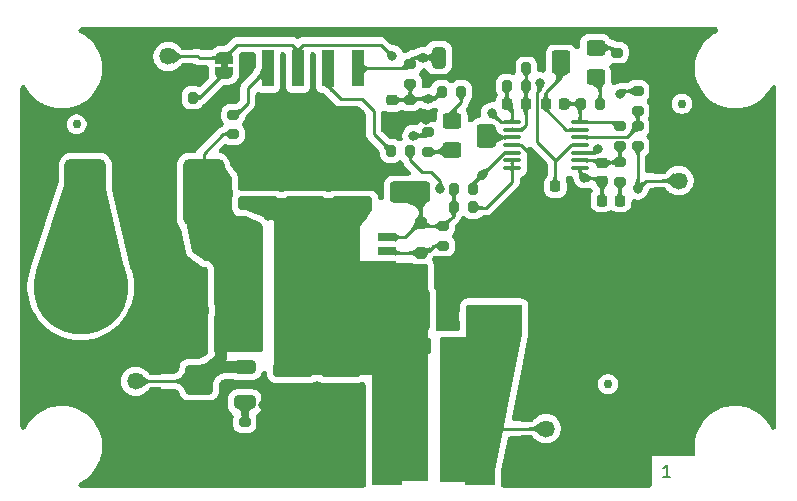
<source format=gbr>
%TF.GenerationSoftware,KiCad,Pcbnew,9.0.6*%
%TF.CreationDate,2026-02-02T20:31:11-05:00*%
%TF.ProjectId,Modular_Load,4d6f6475-6c61-4725-9f4c-6f61642e6b69,rev?*%
%TF.SameCoordinates,Original*%
%TF.FileFunction,Copper,L1,Top*%
%TF.FilePolarity,Positive*%
%FSLAX46Y46*%
G04 Gerber Fmt 4.6, Leading zero omitted, Abs format (unit mm)*
G04 Created by KiCad (PCBNEW 9.0.6) date 2026-02-02 20:31:11*
%MOMM*%
%LPD*%
G01*
G04 APERTURE LIST*
G04 Aperture macros list*
%AMRoundRect*
0 Rectangle with rounded corners*
0 $1 Rounding radius*
0 $2 $3 $4 $5 $6 $7 $8 $9 X,Y pos of 4 corners*
0 Add a 4 corners polygon primitive as box body*
4,1,4,$2,$3,$4,$5,$6,$7,$8,$9,$2,$3,0*
0 Add four circle primitives for the rounded corners*
1,1,$1+$1,$2,$3*
1,1,$1+$1,$4,$5*
1,1,$1+$1,$6,$7*
1,1,$1+$1,$8,$9*
0 Add four rect primitives between the rounded corners*
20,1,$1+$1,$2,$3,$4,$5,0*
20,1,$1+$1,$4,$5,$6,$7,0*
20,1,$1+$1,$6,$7,$8,$9,0*
20,1,$1+$1,$8,$9,$2,$3,0*%
%AMFreePoly0*
4,1,32,1.175354,2.110354,1.175500,2.110000,1.175500,1.179300,1.175354,1.178946,1.175216,1.178849,1.072307,1.129519,0.884240,1.000302,0.721729,0.840131,0.589799,0.653958,0.492537,0.447555,0.432946,0.227290,0.412876,0.000000,0.432946,-0.227290,0.492537,-0.447555,0.589799,-0.653958,0.721729,-0.840131,0.884240,-1.000302,1.072307,-1.129519,1.175216,-1.178849,1.175472,-1.179134,
1.175500,-1.179300,1.175500,-2.110000,1.175354,-2.110354,1.175000,-2.110500,-0.395000,-2.110500,-0.395354,-2.110354,-0.395500,-2.110000,-0.395500,2.110000,-0.395354,2.110354,-0.395000,2.110500,1.175000,2.110500,1.175354,2.110354,1.175354,2.110354,$1*%
%AMFreePoly1*
4,1,32,0.435354,2.110354,0.435500,2.110000,0.435500,-2.110000,0.435354,-2.110354,0.435000,-2.110500,-1.135000,-2.110500,-1.135354,-2.110354,-1.135500,-2.110000,-1.135500,-1.179300,-1.135354,-1.178946,-1.135216,-1.178849,-1.032307,-1.129519,-0.844240,-1.000302,-0.681729,-0.840131,-0.549799,-0.653958,-0.452537,-0.447555,-0.392946,-0.227290,-0.372876,0.000000,-0.392946,0.227290,-0.452537,0.447555,
-0.549799,0.653958,-0.681729,0.840131,-0.844240,1.000302,-1.032307,1.129519,-1.135216,1.178849,-1.135472,1.179134,-1.135500,1.179300,-1.135500,2.110000,-1.135354,2.110354,-1.135000,2.110500,0.435000,2.110500,0.435354,2.110354,0.435354,2.110354,$1*%
%AMFreePoly2*
4,1,5,1.575000,-3.500000,-1.575000,-3.500000,-1.575000,3.500000,1.575000,3.500000,1.575000,-3.500000,1.575000,-3.500000,$1*%
%AMFreePoly3*
4,1,5,2.550000,-4.800000,-2.550000,-4.800000,-2.550000,4.800000,2.550000,4.800000,2.550000,-4.800000,2.550000,-4.800000,$1*%
%AMFreePoly4*
4,1,23,0.500000,-0.750000,0.000000,-0.750000,0.000000,-0.745722,-0.065263,-0.745722,-0.191342,-0.711940,-0.304381,-0.646677,-0.396677,-0.554381,-0.461940,-0.441342,-0.495722,-0.315263,-0.495722,-0.250000,-0.500000,-0.250000,-0.500000,0.250000,-0.495722,0.250000,-0.495722,0.315263,-0.461940,0.441342,-0.396677,0.554381,-0.304381,0.646677,-0.191342,0.711940,-0.065263,0.745722,0.000000,0.745722,
0.000000,0.750000,0.500000,0.750000,0.500000,-0.750000,0.500000,-0.750000,$1*%
%AMFreePoly5*
4,1,23,0.000000,0.745722,0.065263,0.745722,0.191342,0.711940,0.304381,0.646677,0.396677,0.554381,0.461940,0.441342,0.495722,0.315263,0.495722,0.250000,0.500000,0.250000,0.500000,-0.250000,0.495722,-0.250000,0.495722,-0.315263,0.461940,-0.441342,0.396677,-0.554381,0.304381,-0.646677,0.191342,-0.711940,0.065263,-0.745722,0.000000,-0.745722,0.000000,-0.750000,-0.500000,-0.750000,
-0.500000,0.750000,0.000000,0.750000,0.000000,0.745722,0.000000,0.745722,$1*%
G04 Aperture macros list end*
%ADD10C,0.200000*%
%TA.AperFunction,NonConductor*%
%ADD11C,0.200000*%
%TD*%
%TA.AperFunction,EtchedComponent*%
%ADD12C,0.000000*%
%TD*%
%TA.AperFunction,SMDPad,CuDef*%
%ADD13RoundRect,0.250000X-0.337500X-1.450000X0.337500X-1.450000X0.337500X1.450000X-0.337500X1.450000X0*%
%TD*%
%TA.AperFunction,SMDPad,CuDef*%
%ADD14RoundRect,0.225000X-0.250000X0.225000X-0.250000X-0.225000X0.250000X-0.225000X0.250000X0.225000X0*%
%TD*%
%TA.AperFunction,SMDPad,CuDef*%
%ADD15C,1.470000*%
%TD*%
%TA.AperFunction,SMDPad,CuDef*%
%ADD16FreePoly0,90.000000*%
%TD*%
%TA.AperFunction,SMDPad,CuDef*%
%ADD17FreePoly1,90.000000*%
%TD*%
%TA.AperFunction,SMDPad,CuDef*%
%ADD18C,8.000000*%
%TD*%
%TA.AperFunction,SMDPad,CuDef*%
%ADD19RoundRect,0.200000X0.200000X0.275000X-0.200000X0.275000X-0.200000X-0.275000X0.200000X-0.275000X0*%
%TD*%
%TA.AperFunction,SMDPad,CuDef*%
%ADD20RoundRect,0.200000X-0.275000X0.200000X-0.275000X-0.200000X0.275000X-0.200000X0.275000X0.200000X0*%
%TD*%
%TA.AperFunction,SMDPad,CuDef*%
%ADD21RoundRect,0.500000X-1.250000X-2.300000X1.250000X-2.300000X1.250000X2.300000X-1.250000X2.300000X0*%
%TD*%
%TA.AperFunction,SMDPad,CuDef*%
%ADD22RoundRect,0.250000X1.450000X0.650000X-1.450000X0.650000X-1.450000X-0.650000X1.450000X-0.650000X0*%
%TD*%
%TA.AperFunction,SMDPad,CuDef*%
%ADD23RoundRect,0.250000X-0.650000X0.325000X-0.650000X-0.325000X0.650000X-0.325000X0.650000X0.325000X0*%
%TD*%
%TA.AperFunction,SMDPad,CuDef*%
%ADD24RoundRect,0.200000X-0.200000X-0.275000X0.200000X-0.275000X0.200000X0.275000X-0.200000X0.275000X0*%
%TD*%
%TA.AperFunction,SMDPad,CuDef*%
%ADD25RoundRect,0.250000X0.550000X-0.400000X0.550000X0.400000X-0.550000X0.400000X-0.550000X-0.400000X0*%
%TD*%
%TA.AperFunction,SMDPad,CuDef*%
%ADD26RoundRect,0.250000X0.550000X-0.750000X0.550000X0.750000X-0.550000X0.750000X-0.550000X-0.750000X0*%
%TD*%
%TA.AperFunction,SMDPad,CuDef*%
%ADD27RoundRect,0.250000X-1.450000X0.337500X-1.450000X-0.337500X1.450000X-0.337500X1.450000X0.337500X0*%
%TD*%
%TA.AperFunction,SMDPad,CuDef*%
%ADD28RoundRect,0.275000X-2.025000X-0.275000X2.025000X-0.275000X2.025000X0.275000X-2.025000X0.275000X0*%
%TD*%
%TA.AperFunction,SMDPad,CuDef*%
%ADD29RoundRect,0.250000X-4.450000X-5.150000X4.450000X-5.150000X4.450000X5.150000X-4.450000X5.150000X0*%
%TD*%
%TA.AperFunction,SMDPad,CuDef*%
%ADD30RoundRect,0.250000X1.450000X-0.337500X1.450000X0.337500X-1.450000X0.337500X-1.450000X-0.337500X0*%
%TD*%
%TA.AperFunction,SMDPad,CuDef*%
%ADD31C,0.750000*%
%TD*%
%TA.AperFunction,SMDPad,CuDef*%
%ADD32RoundRect,0.225000X0.225000X0.250000X-0.225000X0.250000X-0.225000X-0.250000X0.225000X-0.250000X0*%
%TD*%
%TA.AperFunction,SMDPad,CuDef*%
%ADD33RoundRect,0.225000X-0.225000X-0.250000X0.225000X-0.250000X0.225000X0.250000X-0.225000X0.250000X0*%
%TD*%
%TA.AperFunction,SMDPad,CuDef*%
%ADD34RoundRect,0.100000X0.637500X0.100000X-0.637500X0.100000X-0.637500X-0.100000X0.637500X-0.100000X0*%
%TD*%
%TA.AperFunction,SMDPad,CuDef*%
%ADD35RoundRect,0.200000X0.275000X-0.200000X0.275000X0.200000X-0.275000X0.200000X-0.275000X-0.200000X0*%
%TD*%
%TA.AperFunction,SMDPad,CuDef*%
%ADD36R,2.000000X0.800000*%
%TD*%
%TA.AperFunction,HeatsinkPad*%
%ADD37FreePoly2,180.000000*%
%TD*%
%TA.AperFunction,HeatsinkPad*%
%ADD38FreePoly3,180.000000*%
%TD*%
%TA.AperFunction,SMDPad,CuDef*%
%ADD39R,1.500000X0.800000*%
%TD*%
%TA.AperFunction,SMDPad,CuDef*%
%ADD40R,1.450000X10.000000*%
%TD*%
%TA.AperFunction,SMDPad,CuDef*%
%ADD41RoundRect,0.250000X-0.650000X1.450000X-0.650000X-1.450000X0.650000X-1.450000X0.650000X1.450000X0*%
%TD*%
%TA.AperFunction,SMDPad,CuDef*%
%ADD42R,1.000000X3.150000*%
%TD*%
%TA.AperFunction,SMDPad,CuDef*%
%ADD43R,2.500000X9.500000*%
%TD*%
%TA.AperFunction,SMDPad,CuDef*%
%ADD44RoundRect,0.250000X-0.250000X0.250000X-0.250000X-0.250000X0.250000X-0.250000X0.250000X0.250000X0*%
%TD*%
%TA.AperFunction,SMDPad,CuDef*%
%ADD45RoundRect,0.250000X-0.325000X-0.650000X0.325000X-0.650000X0.325000X0.650000X-0.325000X0.650000X0*%
%TD*%
%TA.AperFunction,SMDPad,CuDef*%
%ADD46RoundRect,0.250000X-0.900000X1.000000X-0.900000X-1.000000X0.900000X-1.000000X0.900000X1.000000X0*%
%TD*%
%TA.AperFunction,SMDPad,CuDef*%
%ADD47RoundRect,0.250000X0.262500X0.450000X-0.262500X0.450000X-0.262500X-0.450000X0.262500X-0.450000X0*%
%TD*%
%TA.AperFunction,SMDPad,CuDef*%
%ADD48FreePoly4,90.000000*%
%TD*%
%TA.AperFunction,SMDPad,CuDef*%
%ADD49FreePoly5,90.000000*%
%TD*%
%TA.AperFunction,SMDPad,CuDef*%
%ADD50RoundRect,0.250000X-1.450000X-0.650000X1.450000X-0.650000X1.450000X0.650000X-1.450000X0.650000X0*%
%TD*%
%TA.AperFunction,SMDPad,CuDef*%
%ADD51RoundRect,0.250000X0.337500X1.450000X-0.337500X1.450000X-0.337500X-1.450000X0.337500X-1.450000X0*%
%TD*%
%TA.AperFunction,SMDPad,CuDef*%
%ADD52RoundRect,0.250000X-0.550000X0.400000X-0.550000X-0.400000X0.550000X-0.400000X0.550000X0.400000X0*%
%TD*%
%TA.AperFunction,SMDPad,CuDef*%
%ADD53RoundRect,0.250000X-0.550000X0.750000X-0.550000X-0.750000X0.550000X-0.750000X0.550000X0.750000X0*%
%TD*%
%TA.AperFunction,ViaPad*%
%ADD54C,0.800000*%
%TD*%
%TA.AperFunction,Conductor*%
%ADD55C,0.250000*%
%TD*%
%TA.AperFunction,Conductor*%
%ADD56C,0.600000*%
%TD*%
%TA.AperFunction,Conductor*%
%ADD57C,1.000000*%
%TD*%
G04 APERTURE END LIST*
D10*
D11*
X146985714Y-95582219D02*
X146414286Y-95582219D01*
X146700000Y-95582219D02*
X146700000Y-94582219D01*
X146700000Y-94582219D02*
X146604762Y-94725076D01*
X146604762Y-94725076D02*
X146509524Y-94820314D01*
X146509524Y-94820314D02*
X146414286Y-94867933D01*
D12*
%TA.AperFunction,EtchedComponent*%
%TO.C,JP1*%
G36*
X109550000Y-61000000D02*
G01*
X108950000Y-61000000D01*
X108950000Y-60500000D01*
X109550000Y-60500000D01*
X109550000Y-61000000D01*
G37*
%TD.AperFunction*%
%TD*%
D13*
%TO.P,TJ1,1*%
%TO.N,/FB*%
X126062500Y-81500000D03*
%TO.P,TJ1,2*%
%TO.N,GND*%
X127737500Y-81500000D03*
%TD*%
D14*
%TO.P,C2,1*%
%TO.N,/Offset*%
X123500000Y-63725000D03*
%TO.P,C2,2*%
%TO.N,GND*%
X123500000Y-65275000D03*
%TD*%
D15*
%TO.P,J6,1,In*%
%TO.N,Net-(D1-A1)*%
X101750000Y-87500000D03*
D16*
%TO.P,J6,2,Ext*%
%TO.N,GND*%
X101750000Y-89210000D03*
D17*
X101750000Y-85830000D03*
%TD*%
D18*
%TO.P,J3,1,Pin_1*%
%TO.N,Net-(J3-Pin_1)*%
X97100000Y-79500000D03*
%TD*%
D19*
%TO.P,R13,1*%
%TO.N,Net-(U1C--)*%
X134825000Y-61000000D03*
%TO.P,R13,2*%
%TO.N,GND*%
X133175000Y-61000000D03*
%TD*%
D20*
%TO.P,R8,1*%
%TO.N,Net-(U1A--)*%
X142750000Y-68975000D03*
%TO.P,R8,2*%
%TO.N,Net-(C4-Pad1)*%
X142750000Y-70625000D03*
%TD*%
D21*
%TO.P,F1,1*%
%TO.N,Net-(J3-Pin_1)*%
X97500000Y-71500000D03*
%TO.P,F1,2*%
%TO.N,Net-(D1-A1)*%
X107500000Y-71500000D03*
%TD*%
D22*
%TO.P,TP9,1,1*%
%TO.N,GND*%
X153000000Y-68500000D03*
%TD*%
D19*
%TO.P,R3,1*%
%TO.N,Net-(JP1-A)*%
X106575000Y-63500000D03*
%TO.P,R3,2*%
%TO.N,GND*%
X104925000Y-63500000D03*
%TD*%
D23*
%TO.P,C8,1*%
%TO.N,Net-(D1-A1)*%
X111000000Y-86325000D03*
%TO.P,C8,2*%
%TO.N,Net-(C8-Pad2)*%
X111000000Y-89275000D03*
%TD*%
D24*
%TO.P,R14,1*%
%TO.N,Net-(C9-Pad1)*%
X139425000Y-64000000D03*
%TO.P,R14,2*%
%TO.N,Net-(R14-Pad2)*%
X141075000Y-64000000D03*
%TD*%
D25*
%TO.P,RV1,1,1*%
%TO.N,Net-(R11-Pad1)*%
X128550000Y-65450000D03*
D26*
%TO.P,RV1,2,2*%
%TO.N,Net-(U1C-+)*%
X131450000Y-66700000D03*
D25*
%TO.P,RV1,3,3*%
%TO.N,Net-(R10-Pad2)*%
X128550000Y-67950000D03*
%TD*%
D27*
%TO.P,TJ2,1*%
%TO.N,/FB*%
X115100000Y-86562500D03*
%TO.P,TJ2,2*%
%TO.N,GND*%
X115100000Y-88237500D03*
%TD*%
D19*
%TO.P,R18,1*%
%TO.N,Net-(U1D--)*%
X130325000Y-72750000D03*
%TO.P,R18,2*%
%TO.N,Net-(D2-K)*%
X128675000Y-72750000D03*
%TD*%
D20*
%TO.P,R15,1*%
%TO.N,Net-(R15-Pad1)*%
X142500000Y-59675000D03*
%TO.P,R15,2*%
%TO.N,GND*%
X142500000Y-61325000D03*
%TD*%
D28*
%TO.P,R1,1*%
%TO.N,GND*%
X131975000Y-76920000D03*
D29*
X141125000Y-79460000D03*
D28*
%TO.P,R1,2*%
%TO.N,Net-(J4-In)*%
X131975000Y-82000000D03*
%TD*%
D20*
%TO.P,R7,1*%
%TO.N,+10V*%
X125000000Y-60675000D03*
%TO.P,R7,2*%
%TO.N,/Offset*%
X125000000Y-62325000D03*
%TD*%
D24*
%TO.P,R21,1*%
%TO.N,Net-(J1-Pin_6)*%
X123350000Y-68000000D03*
%TO.P,R21,2*%
%TO.N,/FB*%
X125000000Y-68000000D03*
%TD*%
D30*
%TO.P,TJ4,1*%
%TO.N,/FB*%
X112100000Y-72437500D03*
%TO.P,TJ4,2*%
%TO.N,GND*%
X112100000Y-70762500D03*
%TD*%
D31*
%TO.P,FD1,*%
%TO.N,*%
X96750000Y-65750000D03*
%TD*%
D20*
%TO.P,R2,1*%
%TO.N,Net-(D2-K)*%
X127800000Y-74375000D03*
%TO.P,R2,2*%
%TO.N,Net-(D2-A)*%
X127800000Y-76025000D03*
%TD*%
%TO.P,R9,1*%
%TO.N,/Offset*%
X125000000Y-63675000D03*
%TO.P,R9,2*%
%TO.N,GND*%
X125000000Y-65325000D03*
%TD*%
D15*
%TO.P,J2,1,In*%
%TO.N,/I_SET*%
X104500000Y-60000000D03*
D16*
%TO.P,J2,2,Ext*%
%TO.N,GND*%
X104500000Y-61710000D03*
D17*
X104500000Y-58330000D03*
%TD*%
D32*
%TO.P,C9,1*%
%TO.N,Net-(C9-Pad1)*%
X138025000Y-64000000D03*
%TO.P,C9,2*%
%TO.N,Net-(U1B--)*%
X136475000Y-64000000D03*
%TD*%
D18*
%TO.P,J5,1,Pin_1*%
%TO.N,GND*%
X151000000Y-79500000D03*
%TD*%
D33*
%TO.P,C7,1*%
%TO.N,Net-(U1A-+)*%
X133225000Y-64000000D03*
%TO.P,C7,2*%
%TO.N,Net-(U1C--)*%
X134775000Y-64000000D03*
%TD*%
D14*
%TO.P,C6,1*%
%TO.N,Net-(U1A--)*%
X141250000Y-69025000D03*
%TO.P,C6,2*%
%TO.N,Net-(U1D-+)*%
X141250000Y-70575000D03*
%TD*%
D20*
%TO.P,R10,1*%
%TO.N,/I_SET*%
X126500000Y-66425000D03*
%TO.P,R10,2*%
%TO.N,Net-(R10-Pad2)*%
X126500000Y-68075000D03*
%TD*%
D34*
%TO.P,U1,1*%
%TO.N,Net-(U1D-+)*%
X139362500Y-69450000D03*
%TO.P,U1,2,-*%
%TO.N,Net-(U1A--)*%
X139362500Y-68800000D03*
%TO.P,U1,3,+*%
%TO.N,Net-(U1A-+)*%
X139362500Y-68150000D03*
%TO.P,U1,4,V+*%
%TO.N,+10V*%
X139362500Y-67500000D03*
%TO.P,U1,5,+*%
%TO.N,Net-(U1B-+)*%
X139362500Y-66850000D03*
%TO.P,U1,6,-*%
%TO.N,Net-(U1B--)*%
X139362500Y-66200000D03*
%TO.P,U1,7*%
%TO.N,Net-(C9-Pad1)*%
X139362500Y-65550000D03*
%TO.P,U1,8*%
%TO.N,Net-(U1A-+)*%
X133637500Y-65550000D03*
%TO.P,U1,9,-*%
%TO.N,Net-(U1C--)*%
X133637500Y-66200000D03*
%TO.P,U1,10,+*%
%TO.N,Net-(U1C-+)*%
X133637500Y-66850000D03*
%TO.P,U1,11,V-*%
%TO.N,GND*%
X133637500Y-67500000D03*
%TO.P,U1,12,+*%
%TO.N,Net-(U1D-+)*%
X133637500Y-68150000D03*
%TO.P,U1,13,-*%
%TO.N,Net-(U1D--)*%
X133637500Y-68800000D03*
%TO.P,U1,14*%
X133637500Y-69450000D03*
%TD*%
D27*
%TO.P,TJ3,1*%
%TO.N,/FB*%
X119100000Y-86562500D03*
%TO.P,TJ3,2*%
%TO.N,GND*%
X119100000Y-88237500D03*
%TD*%
D35*
%TO.P,R16,1*%
%TO.N,GND*%
X111000000Y-92625000D03*
%TO.P,R16,2*%
%TO.N,Net-(C8-Pad2)*%
X111000000Y-90975000D03*
%TD*%
D36*
%TO.P,Q2,1,S1*%
%TO.N,/FB*%
X122775000Y-83699999D03*
D37*
X122225000Y-80799996D03*
D38*
X118125000Y-79500000D03*
D36*
%TO.P,Q2,2,S2*%
X122775000Y-82499999D03*
%TO.P,Q2,3,S3*%
X122775000Y-81299996D03*
%TO.P,Q2,4,S4*%
X122775000Y-80099996D03*
%TO.P,Q2,5,S5*%
X122775000Y-78900000D03*
%TO.P,Q2,6,S6*%
X122775000Y-77700000D03*
D39*
%TO.P,Q2,7,SK*%
%TO.N,Net-(D2-A)*%
X123025000Y-76500000D03*
%TO.P,Q2,8,G*%
%TO.N,Net-(D2-K)*%
X123025000Y-75300000D03*
D40*
%TO.P,Q2,9,D*%
%TO.N,Net-(D1-A1)*%
X111725000Y-79499999D03*
%TD*%
D15*
%TO.P,J7,1,In*%
%TO.N,/FB*%
X147750000Y-70500000D03*
D16*
%TO.P,J7,2,Ext*%
%TO.N,GND*%
X147750000Y-72210000D03*
D17*
X147750000Y-68830000D03*
%TD*%
D41*
%TO.P,TP6,1,1*%
%TO.N,GND*%
X102000000Y-93000000D03*
%TD*%
D31*
%TO.P,FD3,*%
%TO.N,*%
X148000000Y-64000000D03*
%TD*%
D42*
%TO.P,J1,1,Pin_1*%
%TO.N,GND*%
X112940000Y-66025000D03*
%TO.P,J1,2,Pin_2*%
%TO.N,Net-(J1-Pin_2)*%
X112940000Y-60975000D03*
%TO.P,J1,3,Pin_3*%
%TO.N,GND*%
X115480000Y-66025000D03*
%TO.P,J1,4,Pin_4*%
%TO.N,/I_SET*%
X115480000Y-60975000D03*
%TO.P,J1,5,Pin_5*%
%TO.N,GND*%
X118020000Y-66025000D03*
%TO.P,J1,6,Pin_6*%
%TO.N,Net-(J1-Pin_6)*%
X118020000Y-60975000D03*
%TO.P,J1,7,Pin_7*%
%TO.N,GND*%
X120560000Y-66025000D03*
%TO.P,J1,8,Pin_8*%
%TO.N,+10V*%
X120560000Y-60975000D03*
%TD*%
D15*
%TO.P,J4,1,In*%
%TO.N,Net-(J4-In)*%
X136500000Y-91500000D03*
D16*
%TO.P,J4,2,Ext*%
%TO.N,GND*%
X136500000Y-93210000D03*
D17*
X136500000Y-89830000D03*
%TD*%
D43*
%TO.P,L1,1,1*%
%TO.N,/FB*%
X123050000Y-91500000D03*
%TO.P,L1,2,2*%
%TO.N,Net-(J4-In)*%
X130950000Y-91500000D03*
%TD*%
D30*
%TO.P,TJ6,1*%
%TO.N,/FB*%
X120100000Y-72437500D03*
%TO.P,TJ6,2*%
%TO.N,GND*%
X120100000Y-70762500D03*
%TD*%
D44*
%TO.P,D2,1,K*%
%TO.N,Net-(D2-K)*%
X125900000Y-74100000D03*
%TO.P,D2,2,A*%
%TO.N,Net-(D2-A)*%
X125900000Y-76600000D03*
%TD*%
D45*
%TO.P,C1,1*%
%TO.N,+10V*%
X127425000Y-60100000D03*
%TO.P,C1,2*%
%TO.N,GND*%
X130375000Y-60100000D03*
%TD*%
D19*
%TO.P,R5,1*%
%TO.N,Net-(U1D-+)*%
X130325000Y-71250000D03*
%TO.P,R5,2*%
%TO.N,Net-(D2-K)*%
X128675000Y-71250000D03*
%TD*%
D35*
%TO.P,R19,1*%
%TO.N,Net-(U1B-+)*%
X144250000Y-64575000D03*
%TO.P,R19,2*%
%TO.N,/Offset*%
X144250000Y-62925000D03*
%TD*%
D41*
%TO.P,TP10,1,1*%
%TO.N,GND*%
X102000000Y-65000000D03*
%TD*%
D32*
%TO.P,C3,1*%
%TO.N,+10V*%
X137275000Y-71000000D03*
%TO.P,C3,2*%
%TO.N,GND*%
X135725000Y-71000000D03*
%TD*%
D20*
%TO.P,R4,1*%
%TO.N,Net-(C9-Pad1)*%
X142750000Y-65925000D03*
%TO.P,R4,2*%
%TO.N,Net-(U1A--)*%
X142750000Y-67575000D03*
%TD*%
D22*
%TO.P,TP4,1,1*%
%TO.N,Net-(D2-K)*%
X125000000Y-71500000D03*
%TD*%
D35*
%TO.P,R20,1*%
%TO.N,/FB*%
X144250000Y-67575000D03*
%TO.P,R20,2*%
%TO.N,Net-(U1B-+)*%
X144250000Y-65925000D03*
%TD*%
D46*
%TO.P,D1,1,A1*%
%TO.N,Net-(D1-A1)*%
X107125000Y-87350000D03*
%TO.P,D1,2,A2*%
%TO.N,GND*%
X107125000Y-91650000D03*
%TD*%
D47*
%TO.P,R17,1*%
%TO.N,Net-(J4-In)*%
X128037500Y-84500000D03*
%TO.P,R17,2*%
%TO.N,/FB*%
X126212500Y-84500000D03*
%TD*%
D48*
%TO.P,JP1,1,A*%
%TO.N,Net-(JP1-A)*%
X109250000Y-61400000D03*
D49*
%TO.P,JP1,2,B*%
%TO.N,/I_SET*%
X109250000Y-60100000D03*
%TD*%
D50*
%TO.P,TP7,1,1*%
%TO.N,GND*%
X153000000Y-87000000D03*
%TD*%
D51*
%TO.P,TJ8,1*%
%TO.N,Net-(D1-A1)*%
X108962500Y-79500000D03*
%TO.P,TJ8,2*%
%TO.N,GND*%
X107287500Y-79500000D03*
%TD*%
D24*
%TO.P,R12,1*%
%TO.N,Net-(U1A-+)*%
X133175000Y-62500000D03*
%TO.P,R12,2*%
%TO.N,Net-(U1C--)*%
X134825000Y-62500000D03*
%TD*%
D52*
%TO.P,RV2,1,1*%
%TO.N,Net-(R14-Pad2)*%
X140700000Y-61750000D03*
D53*
%TO.P,RV2,2,2*%
%TO.N,Net-(U1B--)*%
X137800000Y-60500000D03*
D52*
%TO.P,RV2,3,3*%
%TO.N,Net-(R15-Pad1)*%
X140700000Y-59250000D03*
%TD*%
D51*
%TO.P,TJ7,1*%
%TO.N,Net-(D1-A1)*%
X108962500Y-83500000D03*
%TO.P,TJ7,2*%
%TO.N,GND*%
X107287500Y-83500000D03*
%TD*%
D31*
%TO.P,FD2,*%
%TO.N,*%
X141750000Y-87750000D03*
%TD*%
D32*
%TO.P,C4,1*%
%TO.N,Net-(C4-Pad1)*%
X142775000Y-72200000D03*
%TO.P,C4,2*%
%TO.N,Net-(U1D-+)*%
X141225000Y-72200000D03*
%TD*%
D19*
%TO.P,R11,1*%
%TO.N,Net-(R11-Pad1)*%
X129325000Y-63000000D03*
%TO.P,R11,2*%
%TO.N,/Offset*%
X127675000Y-63000000D03*
%TD*%
D20*
%TO.P,R6,1*%
%TO.N,Net-(J1-Pin_2)*%
X110000000Y-64925000D03*
%TO.P,R6,2*%
%TO.N,Net-(D1-A1)*%
X110000000Y-66575000D03*
%TD*%
D30*
%TO.P,TJ5,1*%
%TO.N,/FB*%
X116100000Y-72437500D03*
%TO.P,TJ5,2*%
%TO.N,GND*%
X116100000Y-70762500D03*
%TD*%
D54*
%TO.N,Net-(U1D-+)*%
X139750000Y-70250000D03*
%TO.N,GND*%
X143000000Y-76500000D03*
X103750000Y-63250000D03*
X113500000Y-89500000D03*
X105000000Y-82500000D03*
X114500000Y-89500000D03*
X146000000Y-59750000D03*
X137000000Y-78500000D03*
X112500000Y-89500000D03*
X141000000Y-74500000D03*
X106000000Y-79000000D03*
X137000000Y-74500000D03*
X114000000Y-68500000D03*
X112500000Y-69500000D03*
X113500000Y-69500000D03*
X140000000Y-83500000D03*
X141000000Y-80500000D03*
X105000000Y-84500000D03*
X106000000Y-84000000D03*
X129000000Y-77500000D03*
X115000000Y-68500000D03*
X145000000Y-84500000D03*
X137000000Y-82500000D03*
X115000000Y-90500000D03*
X130000000Y-79000000D03*
X137000000Y-84500000D03*
X130000000Y-80000000D03*
X116500000Y-89500000D03*
X140000000Y-81500000D03*
X143000000Y-74500000D03*
X139000000Y-84500000D03*
X116000000Y-90500000D03*
X106000000Y-83000000D03*
X142000000Y-83500000D03*
X131750000Y-59750000D03*
X144000000Y-77500000D03*
X106000000Y-81000000D03*
X112000000Y-68500000D03*
X126300000Y-65400000D03*
X119000000Y-90500000D03*
X139000000Y-82500000D03*
X145000000Y-74500000D03*
X146500000Y-92500000D03*
X143000000Y-84500000D03*
X140000000Y-75500000D03*
X138000000Y-75500000D03*
X137000000Y-80500000D03*
X141000000Y-78500000D03*
X105000000Y-79500000D03*
X115500000Y-89500000D03*
X105000000Y-81500000D03*
X118000000Y-68500000D03*
X110000000Y-68500000D03*
X144000000Y-81500000D03*
X113000000Y-68500000D03*
X138000000Y-77500000D03*
X120000000Y-90500000D03*
X141000000Y-82500000D03*
X141000000Y-76500000D03*
X106000000Y-78000000D03*
X129000000Y-80500000D03*
X145000000Y-76500000D03*
X142000000Y-75500000D03*
X105000000Y-80500000D03*
X111500000Y-69500000D03*
X116500000Y-69500000D03*
X117500000Y-89500000D03*
X137000000Y-76500000D03*
X113000000Y-90500000D03*
X114500000Y-69500000D03*
X140000000Y-77500000D03*
X104250000Y-92500000D03*
X143000000Y-80500000D03*
X118000000Y-90500000D03*
X139000000Y-80500000D03*
X106000000Y-80000000D03*
X144000000Y-83500000D03*
X114000000Y-90500000D03*
X142000000Y-79500000D03*
X115500000Y-69500000D03*
X122500000Y-69500000D03*
X119000000Y-68500000D03*
X145000000Y-80500000D03*
X129000000Y-78500000D03*
X117000000Y-68500000D03*
X105000000Y-78500000D03*
X143000000Y-78500000D03*
X138000000Y-83500000D03*
X117000000Y-90500000D03*
X145000000Y-78500000D03*
X139000000Y-74500000D03*
X120000000Y-68500000D03*
X138000000Y-79500000D03*
X142000000Y-77500000D03*
X129000000Y-79500000D03*
X120500000Y-89500000D03*
X119500000Y-89500000D03*
X144000000Y-75500000D03*
X110500000Y-69500000D03*
X106000000Y-85000000D03*
X130000000Y-78000000D03*
X118500000Y-89500000D03*
X142000000Y-81500000D03*
X117500000Y-69500000D03*
X105000000Y-83500000D03*
X106000000Y-82000000D03*
X139000000Y-76500000D03*
X143000000Y-82500000D03*
X140000000Y-79500000D03*
X138000000Y-81500000D03*
X120500000Y-69500000D03*
X139000000Y-78500000D03*
X122000000Y-68500000D03*
X145000000Y-82500000D03*
X116000000Y-68500000D03*
X119500000Y-69500000D03*
X121000000Y-68500000D03*
X118500000Y-69500000D03*
X141000000Y-84500000D03*
X111000000Y-68500000D03*
X121500000Y-69500000D03*
X144000000Y-79500000D03*
%TO.N,/Offset*%
X142750000Y-63200000D03*
X126500000Y-63587500D03*
%TO.N,+10V*%
X136000000Y-62250000D03*
X126100000Y-60100000D03*
%TO.N,Net-(U1D-+)*%
X131100000Y-70000000D03*
%TO.N,/I_SET*%
X125250000Y-66700000D03*
X123500000Y-59950000D03*
%TO.N,Net-(U1A-+)*%
X140900000Y-67800000D03*
X131900000Y-64800000D03*
%TO.N,/FB*%
X124000000Y-85000000D03*
X122000000Y-86000000D03*
X119000000Y-76500000D03*
X125000000Y-79500000D03*
X118000000Y-84000000D03*
X114000000Y-85000000D03*
X115000000Y-76500000D03*
X115000000Y-75500000D03*
X125000000Y-80500000D03*
X121000000Y-86500000D03*
X117000000Y-76500000D03*
X119000000Y-73500000D03*
X120000000Y-81000000D03*
X117000000Y-74500000D03*
X115000000Y-84500000D03*
X122000000Y-85000000D03*
X122000000Y-81000000D03*
X119000000Y-84500000D03*
X120000000Y-78000000D03*
X114000000Y-84000000D03*
X125000000Y-82500000D03*
X114000000Y-80000000D03*
X116000000Y-74000000D03*
X116000000Y-85000000D03*
X123000000Y-79500000D03*
X118000000Y-74000000D03*
X116000000Y-84000000D03*
X114000000Y-83000000D03*
X121000000Y-84500000D03*
X114000000Y-79000000D03*
X115000000Y-85500000D03*
X114000000Y-77000000D03*
X118000000Y-81000000D03*
X121000000Y-85500000D03*
X127500000Y-71200000D03*
X125000000Y-83500000D03*
X114000000Y-74000000D03*
X115000000Y-73500000D03*
X123000000Y-86500000D03*
X120000000Y-85000000D03*
X123000000Y-84500000D03*
X115000000Y-82500000D03*
X125000000Y-81500000D03*
X115000000Y-77500000D03*
X119000000Y-79500000D03*
X117000000Y-79500000D03*
X115000000Y-80500000D03*
X115000000Y-81500000D03*
X120000000Y-84000000D03*
X113000000Y-73500000D03*
X116000000Y-78000000D03*
X114000000Y-75000000D03*
X119000000Y-85500000D03*
X125000000Y-84500000D03*
X118000000Y-78000000D03*
X121000000Y-79500000D03*
X115000000Y-79500000D03*
X122000000Y-84000000D03*
X117000000Y-84500000D03*
X144250000Y-71200000D03*
X114000000Y-76000000D03*
X118000000Y-75000000D03*
X115000000Y-78500000D03*
X119000000Y-74500000D03*
X123000000Y-82500000D03*
X120000000Y-75000000D03*
X114000000Y-82000000D03*
X119000000Y-82500000D03*
X118000000Y-85000000D03*
X115000000Y-74500000D03*
X115000000Y-83500000D03*
X116000000Y-81000000D03*
X121000000Y-73500000D03*
X117000000Y-73500000D03*
X122000000Y-78000000D03*
X120000000Y-74000000D03*
X125000000Y-78500000D03*
X124000000Y-86000000D03*
X123000000Y-85500000D03*
X121000000Y-82500000D03*
X114000000Y-81000000D03*
X114000000Y-78000000D03*
X117000000Y-82500000D03*
X116000000Y-75000000D03*
X117000000Y-85500000D03*
X125000000Y-85500000D03*
%TD*%
D55*
%TO.N,Net-(U1D-+)*%
X139750000Y-70250000D02*
X139800000Y-70300000D01*
X139800000Y-70300000D02*
X140975000Y-70300000D01*
X140975000Y-70300000D02*
X141250000Y-70575000D01*
%TO.N,/I_SET*%
X123500000Y-59950000D02*
X123450000Y-59950000D01*
X123450000Y-59950000D02*
X122500000Y-59000000D01*
X115960000Y-59000000D02*
X115480000Y-59480000D01*
X122500000Y-59000000D02*
X115960000Y-59000000D01*
%TO.N,+10V*%
X125000000Y-60675000D02*
X124675000Y-61000000D01*
X124675000Y-61000000D02*
X120585000Y-61000000D01*
X120585000Y-61000000D02*
X120560000Y-60975000D01*
%TO.N,GND*%
X106000000Y-58750000D02*
X105750000Y-59000000D01*
X133637500Y-67500000D02*
X134374999Y-67500000D01*
X134374999Y-67500000D02*
X135725000Y-68850001D01*
X135725000Y-68850001D02*
X135725000Y-71000000D01*
%TO.N,/Offset*%
X143025000Y-62925000D02*
X142750000Y-63200000D01*
X123550000Y-63675000D02*
X125000000Y-63675000D01*
X125000000Y-63675000D02*
X125087500Y-63587500D01*
X144250000Y-62925000D02*
X143025000Y-62925000D01*
X127000000Y-63587500D02*
X127587500Y-63000000D01*
X127587500Y-63000000D02*
X127675000Y-63000000D01*
X123500000Y-63725000D02*
X123550000Y-63675000D01*
X125000000Y-62325000D02*
X125000000Y-63675000D01*
X126500000Y-63587500D02*
X127000000Y-63587500D01*
X125087500Y-63587500D02*
X126500000Y-63587500D01*
%TO.N,+10V*%
X138625001Y-67500000D02*
X139362500Y-67500000D01*
X136000000Y-62750000D02*
X135699000Y-63051000D01*
X125000000Y-60675000D02*
X125000000Y-60275000D01*
X126100000Y-60100000D02*
X127425000Y-60100000D01*
X135699000Y-67199000D02*
X137275000Y-68775000D01*
X125175000Y-60100000D02*
X126100000Y-60100000D01*
X137275000Y-68850001D02*
X138625001Y-67500000D01*
X137275000Y-68775000D02*
X137275000Y-68850001D01*
X136000000Y-62250000D02*
X136000000Y-62750000D01*
X137275000Y-71000000D02*
X137275000Y-68850001D01*
X135699000Y-63051000D02*
X135699000Y-67199000D01*
X125000000Y-60275000D02*
X125175000Y-60100000D01*
%TO.N,Net-(C4-Pad1)*%
X142750000Y-70625000D02*
X142750000Y-72175000D01*
X142750000Y-72175000D02*
X142775000Y-72200000D01*
%TO.N,Net-(U1D-+)*%
X132820774Y-68274000D02*
X132826000Y-68274000D01*
X132826000Y-68274000D02*
X132950000Y-68150000D01*
X141250000Y-70575000D02*
X141250000Y-72175000D01*
X132574000Y-68520774D02*
X132820774Y-68274000D01*
X131100000Y-70000000D02*
X130325000Y-70775000D01*
X130325000Y-70775000D02*
X130325000Y-71250000D01*
X131100000Y-70000000D02*
X132574000Y-68526000D01*
X132950000Y-68150000D02*
X133637500Y-68150000D01*
X132574000Y-68526000D02*
X132574000Y-68520774D01*
X141250000Y-72175000D02*
X141225000Y-72200000D01*
%TO.N,/I_SET*%
X104500000Y-60000000D02*
X107000000Y-60000000D01*
X107100000Y-60100000D02*
X109250000Y-60100000D01*
X107000000Y-60000000D02*
X107100000Y-60100000D01*
X110350000Y-59000000D02*
X115000000Y-59000000D01*
X115480000Y-59480000D02*
X115480000Y-60975000D01*
X125250000Y-66700000D02*
X126225000Y-66700000D01*
X115000000Y-59000000D02*
X115480000Y-59480000D01*
X126225000Y-66700000D02*
X126500000Y-66425000D01*
X109250000Y-60100000D02*
X110350000Y-59000000D01*
%TO.N,Net-(U1C--)*%
X133637500Y-66200000D02*
X134374999Y-66200000D01*
X134775000Y-62550000D02*
X134825000Y-62500000D01*
X134775000Y-64000000D02*
X134775000Y-62550000D01*
X134775000Y-65799999D02*
X134775000Y-64000000D01*
X134775000Y-64000000D02*
X134825000Y-63950000D01*
X134374999Y-66200000D02*
X134775000Y-65799999D01*
X134825000Y-61000000D02*
X134825000Y-62500000D01*
%TO.N,Net-(U1A-+)*%
X140550000Y-68150000D02*
X140900000Y-67800000D01*
X133225000Y-64000000D02*
X133225000Y-63750000D01*
X132650000Y-65550000D02*
X133637500Y-65550000D01*
X133637500Y-65550000D02*
X133637500Y-64412500D01*
X133175000Y-63700000D02*
X133175000Y-62500000D01*
X131900000Y-64800000D02*
X132650000Y-65550000D01*
X133637500Y-64412500D02*
X133225000Y-64000000D01*
X139362500Y-68150000D02*
X140550000Y-68150000D01*
X133225000Y-63750000D02*
X133175000Y-63700000D01*
%TO.N,Net-(U1A--)*%
X141250000Y-68975000D02*
X141250000Y-69025000D01*
X141300000Y-69025000D02*
X141250000Y-69025000D01*
X141350000Y-68975000D02*
X141300000Y-69025000D01*
X142750000Y-68975000D02*
X141350000Y-68975000D01*
X142900000Y-68825000D02*
X142750000Y-68975000D01*
X141075000Y-68800000D02*
X141250000Y-68975000D01*
X139362500Y-68800000D02*
X141075000Y-68800000D01*
X142750000Y-67575000D02*
X142750000Y-68975000D01*
D56*
%TO.N,Net-(C8-Pad2)*%
X111000000Y-90975000D02*
X111000000Y-89275000D01*
D55*
%TO.N,Net-(D1-A1)*%
X109175000Y-66575000D02*
X110000000Y-66575000D01*
D57*
X108150000Y-86325000D02*
X107125000Y-87350000D01*
X108962500Y-85512500D02*
X108962500Y-83500000D01*
D55*
X107500000Y-68250000D02*
X109175000Y-66575000D01*
X107500000Y-71500000D02*
X107500000Y-68250000D01*
X106975000Y-87500000D02*
X107125000Y-87350000D01*
D57*
X111000000Y-86325000D02*
X108150000Y-86325000D01*
D55*
X101750000Y-87500000D02*
X106975000Y-87500000D01*
D57*
X107125000Y-87350000D02*
X108962500Y-85512500D01*
D55*
%TO.N,Net-(U1B--)*%
X136475000Y-64475000D02*
X138200000Y-66200000D01*
X137800000Y-60500000D02*
X137800000Y-61700000D01*
X136475000Y-64000000D02*
X136475000Y-64475000D01*
X137800000Y-61700000D02*
X136475000Y-63025000D01*
X136475000Y-63025000D02*
X136475000Y-64000000D01*
X138200000Y-66200000D02*
X139362500Y-66200000D01*
%TO.N,Net-(C9-Pad1)*%
X139362500Y-64062500D02*
X139425000Y-64000000D01*
X142750000Y-65925000D02*
X142375000Y-65550000D01*
X138025000Y-64000000D02*
X139425000Y-64000000D01*
X139362500Y-65550000D02*
X139362500Y-64062500D01*
X142375000Y-65550000D02*
X139362500Y-65550000D01*
%TO.N,/FB*%
X125000000Y-68750000D02*
X125000000Y-68000000D01*
X126750000Y-69750000D02*
X126000000Y-69750000D01*
X127500000Y-71200000D02*
X127500000Y-70500000D01*
X127500000Y-70500000D02*
X126750000Y-69750000D01*
X144250000Y-71200000D02*
X144950000Y-70500000D01*
X126000000Y-69750000D02*
X125000000Y-68750000D01*
X144950000Y-70500000D02*
X147750000Y-70500000D01*
X144250000Y-71200000D02*
X144250000Y-67575000D01*
%TO.N,Net-(R10-Pad2)*%
X126512500Y-68075000D02*
X128425000Y-68075000D01*
X126500000Y-68075000D02*
X126500000Y-68087500D01*
X128425000Y-68075000D02*
X128550000Y-67950000D01*
X126500000Y-68087500D02*
X126512500Y-68075000D01*
%TO.N,Net-(R11-Pad1)*%
X129325000Y-63875000D02*
X128550000Y-64650000D01*
X128550000Y-64650000D02*
X128550000Y-65450000D01*
X129325000Y-63000000D02*
X129325000Y-63875000D01*
%TO.N,Net-(U1D--)*%
X130412500Y-72800000D02*
X131450000Y-72800000D01*
X133637500Y-70612500D02*
X133637500Y-69450000D01*
X133637500Y-68800000D02*
X133637500Y-69450000D01*
X131450000Y-72800000D02*
X133637500Y-70612500D01*
%TO.N,Net-(U1C-+)*%
X131600000Y-66850000D02*
X131450000Y-66700000D01*
X133637500Y-66850000D02*
X131600000Y-66850000D01*
%TO.N,Net-(U1B-+)*%
X139362500Y-66850000D02*
X143325000Y-66850000D01*
X144250000Y-65925000D02*
X144250000Y-64575000D01*
X143325000Y-66850000D02*
X144250000Y-65925000D01*
%TO.N,Net-(J1-Pin_2)*%
X110250000Y-64925000D02*
X111250000Y-63925000D01*
X111250000Y-62665000D02*
X112940000Y-60975000D01*
X110000000Y-64925000D02*
X110250000Y-64925000D01*
X111250000Y-63925000D02*
X111250000Y-62665000D01*
%TO.N,Net-(D2-K)*%
X125000000Y-71500000D02*
X125900000Y-72400000D01*
X125750000Y-74100000D02*
X126050000Y-74100000D01*
X124550000Y-75300000D02*
X125750000Y-74100000D01*
X128675000Y-73500000D02*
X127800000Y-74375000D01*
X128675000Y-71250000D02*
X128675000Y-72750000D01*
X123025000Y-75300000D02*
X124550000Y-75300000D01*
X128675000Y-72750000D02*
X128675000Y-73500000D01*
X126050000Y-74100000D02*
X126325000Y-74375000D01*
X125900000Y-72400000D02*
X125900000Y-74100000D01*
X126325000Y-74375000D02*
X127800000Y-74375000D01*
%TO.N,Net-(D2-A)*%
X126550000Y-76450000D02*
X126975000Y-76025000D01*
X126975000Y-76025000D02*
X127800000Y-76025000D01*
X125900000Y-76600000D02*
X126050000Y-76450000D01*
X123025000Y-76500000D02*
X123125000Y-76600000D01*
X123125000Y-76600000D02*
X125900000Y-76600000D01*
X126050000Y-76450000D02*
X126550000Y-76450000D01*
%TO.N,Net-(JP1-A)*%
X106575000Y-63500000D02*
X107150000Y-63500000D01*
X107150000Y-63500000D02*
X109250000Y-61400000D01*
%TO.N,Net-(J4-In)*%
X130950000Y-91500000D02*
X136500000Y-91500000D01*
%TO.N,Net-(R14-Pad2)*%
X141075000Y-64000000D02*
X141075000Y-62125000D01*
X141075000Y-62125000D02*
X140700000Y-61750000D01*
%TO.N,Net-(R15-Pad1)*%
X142075000Y-59250000D02*
X142500000Y-59675000D01*
X140700000Y-59250000D02*
X142075000Y-59250000D01*
%TO.N,Net-(J1-Pin_6)*%
X123350000Y-68000000D02*
X121900000Y-66550000D01*
X118020000Y-62520000D02*
X118020000Y-60975000D01*
X120900000Y-63600000D02*
X119100000Y-63600000D01*
X119100000Y-63600000D02*
X118020000Y-62520000D01*
X121900000Y-64600000D02*
X120900000Y-63600000D01*
X121900000Y-66550000D02*
X121900000Y-64600000D01*
%TO.N,Net-(U1D-+)*%
X139362500Y-69862500D02*
X139362500Y-69450000D01*
X139750000Y-70250000D02*
X139362500Y-69862500D01*
%TD*%
%TA.AperFunction,Conductor*%
%TO.N,Net-(D1-A1)*%
G36*
X109002478Y-69019685D02*
G01*
X109037024Y-69052891D01*
X109874030Y-70248615D01*
X109896348Y-70314824D01*
X109895803Y-70332324D01*
X109891501Y-70374440D01*
X109891500Y-70374460D01*
X109891500Y-71150537D01*
X109891501Y-71150553D01*
X109902113Y-71254427D01*
X109957884Y-71422735D01*
X109957888Y-71422744D01*
X110027069Y-71534904D01*
X110045509Y-71602296D01*
X110027069Y-71665096D01*
X109957888Y-71777255D01*
X109957884Y-71777264D01*
X109902113Y-71945572D01*
X109891500Y-72049447D01*
X109891500Y-72825537D01*
X109891501Y-72825553D01*
X109901872Y-72927066D01*
X109902113Y-72929426D01*
X109957885Y-73097738D01*
X110050970Y-73248652D01*
X110176348Y-73374030D01*
X110327262Y-73467115D01*
X110495574Y-73522887D01*
X110599455Y-73533500D01*
X111015702Y-73533499D01*
X111061754Y-73542368D01*
X111448317Y-73696993D01*
X112218742Y-74005162D01*
X112273675Y-74048336D01*
X112275791Y-74051402D01*
X112294321Y-74079134D01*
X112294324Y-74079138D01*
X112420863Y-74205677D01*
X112429448Y-74211413D01*
X112444889Y-74221730D01*
X112489695Y-74275340D01*
X112500000Y-74324833D01*
X112500000Y-84876000D01*
X112480315Y-84943039D01*
X112427511Y-84988794D01*
X112376000Y-85000000D01*
X108624000Y-85000000D01*
X108556961Y-84980315D01*
X108511206Y-84927511D01*
X108500000Y-84876000D01*
X108500000Y-77999999D01*
X108407979Y-77930984D01*
X108366158Y-77875013D01*
X108364682Y-77870814D01*
X108317115Y-77727262D01*
X108224030Y-77576348D01*
X108098652Y-77450970D01*
X107947738Y-77357885D01*
X107936143Y-77354043D01*
X107779427Y-77302113D01*
X107675552Y-77291500D01*
X107596666Y-77291500D01*
X107529627Y-77271815D01*
X107522275Y-77266706D01*
X106537900Y-76528425D01*
X106496079Y-76472454D01*
X106490710Y-76453550D01*
X106002408Y-74012040D01*
X106000000Y-73987722D01*
X106000000Y-69124000D01*
X106019685Y-69056961D01*
X106072489Y-69011206D01*
X106124000Y-69000000D01*
X108935439Y-69000000D01*
X109002478Y-69019685D01*
G37*
%TD.AperFunction*%
%TD*%
%TA.AperFunction,Conductor*%
%TO.N,Net-(J4-In)*%
G36*
X134443039Y-81019685D02*
G01*
X134488794Y-81072489D01*
X134500000Y-81124000D01*
X134500000Y-83487722D01*
X134497592Y-83512040D01*
X132019936Y-95900318D01*
X131987486Y-95962196D01*
X131926734Y-95996706D01*
X131898344Y-96000000D01*
X130000000Y-96000000D01*
X127624000Y-96000000D01*
X127556961Y-95980315D01*
X127511206Y-95927511D01*
X127500000Y-95876000D01*
X127500000Y-83874000D01*
X127519685Y-83806961D01*
X127572489Y-83761206D01*
X127624000Y-83750000D01*
X129750000Y-83750000D01*
X129750000Y-81124000D01*
X129769685Y-81056961D01*
X129822489Y-81011206D01*
X129874000Y-81000000D01*
X134376000Y-81000000D01*
X134443039Y-81019685D01*
G37*
%TD.AperFunction*%
%TD*%
%TA.AperFunction,Conductor*%
%TO.N,Net-(J3-Pin_1)*%
G36*
X98907643Y-70019685D02*
G01*
X98953398Y-70072489D01*
X98961357Y-70095810D01*
X100863986Y-78245736D01*
X100860058Y-78315495D01*
X100819038Y-78372056D01*
X100753951Y-78397462D01*
X100741602Y-78397915D01*
X93467208Y-78302200D01*
X93400433Y-78281635D01*
X93355377Y-78228234D01*
X93346344Y-78158951D01*
X93350665Y-78140650D01*
X95911510Y-70086427D01*
X95950583Y-70028504D01*
X96014768Y-70000900D01*
X96029681Y-70000000D01*
X98840604Y-70000000D01*
X98907643Y-70019685D01*
G37*
%TD.AperFunction*%
%TD*%
%TA.AperFunction,Conductor*%
%TO.N,/FB*%
G36*
X121693039Y-71984296D02*
G01*
X121738794Y-72037100D01*
X121750000Y-72088611D01*
X121750000Y-72927066D01*
X121730315Y-72994105D01*
X121729174Y-72995849D01*
X120750000Y-74464610D01*
X120750000Y-74464611D01*
X120750000Y-77464611D01*
X125166443Y-77464611D01*
X125231540Y-77483073D01*
X125327253Y-77542110D01*
X125327256Y-77542111D01*
X125327262Y-77542115D01*
X125495574Y-77597887D01*
X125599455Y-77608500D01*
X126200544Y-77608499D01*
X126304426Y-77597887D01*
X126336994Y-77587094D01*
X126406823Y-77584692D01*
X126466865Y-77620423D01*
X126498058Y-77682943D01*
X126500000Y-77704800D01*
X126500000Y-95840611D01*
X126480315Y-95907650D01*
X126427511Y-95953405D01*
X126376000Y-95964611D01*
X124000000Y-95964611D01*
X121874000Y-95964611D01*
X121806961Y-95944926D01*
X121761206Y-95892122D01*
X121750000Y-95840611D01*
X121750000Y-87000000D01*
X113623468Y-86965140D01*
X113556514Y-86945168D01*
X113510986Y-86892168D01*
X113500000Y-86841141D01*
X113500000Y-73964610D01*
X110577948Y-72795790D01*
X110523014Y-72752616D01*
X110500142Y-72686595D01*
X110500000Y-72680659D01*
X110500000Y-72088611D01*
X110519685Y-72021572D01*
X110572489Y-71975817D01*
X110624000Y-71964611D01*
X121626000Y-71964611D01*
X121693039Y-71984296D01*
G37*
%TD.AperFunction*%
%TD*%
%TA.AperFunction,Conductor*%
%TO.N,GND*%
G36*
X150934659Y-57519454D02*
G01*
X151015441Y-57573430D01*
X151069417Y-57654212D01*
X151088371Y-57749500D01*
X151069417Y-57844788D01*
X151015441Y-57925570D01*
X150956748Y-57969099D01*
X150749684Y-58079776D01*
X150749682Y-58079777D01*
X150471894Y-58265390D01*
X150471883Y-58265398D01*
X150213613Y-58477354D01*
X149977354Y-58713613D01*
X149765398Y-58971883D01*
X149765390Y-58971894D01*
X149579777Y-59249682D01*
X149579776Y-59249684D01*
X149422274Y-59544349D01*
X149294421Y-59853016D01*
X149294413Y-59853037D01*
X149197432Y-60172741D01*
X149152648Y-60397887D01*
X149136845Y-60477338D01*
X149132248Y-60500447D01*
X149099500Y-60832943D01*
X149099500Y-61167056D01*
X149128926Y-61465826D01*
X149132249Y-61499559D01*
X149146805Y-61572738D01*
X149197432Y-61827258D01*
X149294413Y-62146962D01*
X149294421Y-62146983D01*
X149422274Y-62455650D01*
X149579776Y-62750315D01*
X149579777Y-62750317D01*
X149764494Y-63026764D01*
X149765399Y-63028118D01*
X149977357Y-63286390D01*
X150213610Y-63522643D01*
X150471882Y-63734601D01*
X150749685Y-63920224D01*
X150834894Y-63965769D01*
X151044349Y-64077725D01*
X151202486Y-64143227D01*
X151353024Y-64205582D01*
X151353036Y-64205585D01*
X151353037Y-64205586D01*
X151672741Y-64302567D01*
X151672745Y-64302567D01*
X151672749Y-64302569D01*
X152000441Y-64367751D01*
X152332944Y-64400500D01*
X152332947Y-64400500D01*
X152667053Y-64400500D01*
X152667056Y-64400500D01*
X152999559Y-64367751D01*
X153327251Y-64302569D01*
X153328755Y-64302113D01*
X153439331Y-64268570D01*
X153646976Y-64205582D01*
X153941063Y-64083767D01*
X153955650Y-64077725D01*
X153955656Y-64077722D01*
X154250315Y-63920224D01*
X154528118Y-63734601D01*
X154786390Y-63522643D01*
X155022643Y-63286390D01*
X155234601Y-63028118D01*
X155420224Y-62750315D01*
X155530901Y-62543251D01*
X155592536Y-62468150D01*
X155678219Y-62422351D01*
X155774906Y-62412828D01*
X155867877Y-62441030D01*
X155942979Y-62502665D01*
X155988778Y-62588348D01*
X155999500Y-62660629D01*
X155999500Y-91339370D01*
X155980546Y-91434658D01*
X155926570Y-91515440D01*
X155845788Y-91569416D01*
X155750500Y-91588370D01*
X155655212Y-91569416D01*
X155574430Y-91515440D01*
X155530902Y-91456748D01*
X155420228Y-91249691D01*
X155420222Y-91249682D01*
X155234609Y-90971894D01*
X155234601Y-90971882D01*
X155022643Y-90713610D01*
X154786390Y-90477357D01*
X154528118Y-90265399D01*
X154528105Y-90265390D01*
X154250317Y-90079777D01*
X154250315Y-90079776D01*
X153955650Y-89922274D01*
X153646983Y-89794421D01*
X153646976Y-89794418D01*
X153646971Y-89794416D01*
X153646962Y-89794413D01*
X153327258Y-89697432D01*
X153163405Y-89664840D01*
X152999559Y-89632249D01*
X152999555Y-89632248D01*
X152999552Y-89632248D01*
X152667056Y-89599500D01*
X152332944Y-89599500D01*
X152332943Y-89599500D01*
X152000447Y-89632248D01*
X152000442Y-89632248D01*
X152000441Y-89632249D01*
X151919655Y-89648318D01*
X151672741Y-89697432D01*
X151353037Y-89794413D01*
X151353016Y-89794421D01*
X151044349Y-89922274D01*
X150749684Y-90079776D01*
X150749682Y-90079777D01*
X150471894Y-90265390D01*
X150471883Y-90265398D01*
X150213613Y-90477354D01*
X149977354Y-90713613D01*
X149765398Y-90971883D01*
X149765390Y-90971894D01*
X149579777Y-91249682D01*
X149579776Y-91249684D01*
X149422274Y-91544349D01*
X149294421Y-91853016D01*
X149294413Y-91853037D01*
X149197432Y-92172741D01*
X149132248Y-92500447D01*
X149099500Y-92832943D01*
X149099500Y-93167056D01*
X149132248Y-93499556D01*
X149132249Y-93499563D01*
X149144753Y-93562422D01*
X149144754Y-93659577D01*
X149107574Y-93749337D01*
X149038875Y-93818036D01*
X148949116Y-93855215D01*
X148900538Y-93860000D01*
X145430000Y-93860000D01*
X145430000Y-93860001D01*
X145430000Y-96250500D01*
X145411046Y-96345788D01*
X145357070Y-96426570D01*
X145276288Y-96480546D01*
X145181000Y-96499500D01*
X132957500Y-96499500D01*
X132862212Y-96480546D01*
X132781430Y-96426570D01*
X132727454Y-96345788D01*
X132708500Y-96250500D01*
X132708500Y-95100502D01*
X132713335Y-95051669D01*
X133256936Y-92333667D01*
X133294210Y-92243946D01*
X133362981Y-92175319D01*
X133452779Y-92138234D01*
X133501101Y-92133500D01*
X134988450Y-92133500D01*
X135002078Y-92133873D01*
X135016984Y-92134690D01*
X135039166Y-92138601D01*
X135155903Y-92142304D01*
X135158737Y-92142460D01*
X135159700Y-92142707D01*
X135173880Y-92143755D01*
X135225680Y-92149785D01*
X135318135Y-92179627D01*
X135318679Y-92179932D01*
X135341838Y-92192919D01*
X135371673Y-92212590D01*
X135470713Y-92288628D01*
X135472842Y-92290283D01*
X135565877Y-92363466D01*
X135602512Y-92392284D01*
X135612299Y-92399793D01*
X135612322Y-92399810D01*
X135612340Y-92399824D01*
X135612781Y-92400154D01*
X135612816Y-92400180D01*
X135612842Y-92400199D01*
X135620235Y-92405600D01*
X135622277Y-92407092D01*
X135680321Y-92448487D01*
X135783648Y-92522177D01*
X135783691Y-92522207D01*
X135789791Y-92526491D01*
X135789846Y-92526529D01*
X135790072Y-92526686D01*
X135825725Y-92548253D01*
X135843209Y-92559863D01*
X135848264Y-92563536D01*
X136022662Y-92652397D01*
X136208813Y-92712881D01*
X136402134Y-92743500D01*
X136402138Y-92743500D01*
X136597862Y-92743500D01*
X136597866Y-92743500D01*
X136791187Y-92712881D01*
X136977338Y-92652397D01*
X137099234Y-92590287D01*
X137151727Y-92563541D01*
X137151729Y-92563539D01*
X137151736Y-92563536D01*
X137310086Y-92448489D01*
X137448489Y-92310086D01*
X137563536Y-92151736D01*
X137568263Y-92142460D01*
X137590287Y-92099234D01*
X137652397Y-91977338D01*
X137712881Y-91791187D01*
X137743500Y-91597866D01*
X137743500Y-91402134D01*
X137712881Y-91208813D01*
X137652397Y-91022662D01*
X137623186Y-90965333D01*
X137563541Y-90848272D01*
X137563537Y-90848267D01*
X137563536Y-90848264D01*
X137448489Y-90689914D01*
X137310086Y-90551511D01*
X137151736Y-90436464D01*
X137151733Y-90436462D01*
X137151727Y-90436458D01*
X136977342Y-90347605D01*
X136977333Y-90347601D01*
X136791184Y-90287118D01*
X136597876Y-90256501D01*
X136597869Y-90256500D01*
X136597866Y-90256500D01*
X136402134Y-90256500D01*
X136402131Y-90256500D01*
X136402123Y-90256501D01*
X136208815Y-90287118D01*
X136022666Y-90347601D01*
X136022662Y-90347602D01*
X135848262Y-90436465D01*
X135848259Y-90436467D01*
X135820167Y-90456874D01*
X135820168Y-90456875D01*
X135819617Y-90457275D01*
X135805965Y-90467195D01*
X135777925Y-90482169D01*
X135534642Y-90660774D01*
X135525712Y-90667481D01*
X135525423Y-90667703D01*
X135517413Y-90673983D01*
X135470143Y-90711806D01*
X135465718Y-90715200D01*
X135465699Y-90715215D01*
X135357087Y-90798550D01*
X135269950Y-90841517D01*
X135220958Y-90849520D01*
X135085060Y-90857965D01*
X135023248Y-90861807D01*
X135023242Y-90861807D01*
X135023235Y-90861808D01*
X134988941Y-90865253D01*
X134964053Y-90866500D01*
X133854101Y-90866500D01*
X133758813Y-90847546D01*
X133678031Y-90793570D01*
X133624055Y-90712788D01*
X133605101Y-90617500D01*
X133609936Y-90568667D01*
X134190423Y-87666233D01*
X140899500Y-87666233D01*
X140899500Y-87833767D01*
X140928057Y-87977333D01*
X140932185Y-87998086D01*
X140995826Y-88151727D01*
X140996297Y-88152863D01*
X141021627Y-88190772D01*
X141084418Y-88284746D01*
X141089374Y-88292162D01*
X141207838Y-88410626D01*
X141347137Y-88503703D01*
X141501918Y-88567816D01*
X141666233Y-88600500D01*
X141666235Y-88600500D01*
X141833765Y-88600500D01*
X141833767Y-88600500D01*
X141998082Y-88567816D01*
X142152863Y-88503703D01*
X142292162Y-88410626D01*
X142410626Y-88292162D01*
X142503703Y-88152863D01*
X142567816Y-87998082D01*
X142600500Y-87833767D01*
X142600500Y-87666233D01*
X142567816Y-87501918D01*
X142503703Y-87347137D01*
X142410626Y-87207838D01*
X142292162Y-87089374D01*
X142152863Y-86996297D01*
X142152860Y-86996296D01*
X142152859Y-86996295D01*
X141998086Y-86932185D01*
X141998082Y-86932184D01*
X141833767Y-86899500D01*
X141666233Y-86899500D01*
X141501918Y-86932184D01*
X141501913Y-86932185D01*
X141347140Y-86996295D01*
X141347135Y-86996298D01*
X141207841Y-87089371D01*
X141089371Y-87207841D01*
X140996298Y-87347135D01*
X140996295Y-87347140D01*
X140932185Y-87501913D01*
X140932184Y-87501917D01*
X140932184Y-87501918D01*
X140899500Y-87666233D01*
X134190423Y-87666233D01*
X134202636Y-87605168D01*
X134548399Y-85876351D01*
X135001120Y-83612746D01*
X135008593Y-83562640D01*
X135011001Y-83538322D01*
X135013500Y-83487722D01*
X135013500Y-81124000D01*
X135001764Y-81014843D01*
X135001763Y-81014837D01*
X135001763Y-81014836D01*
X134990560Y-80963338D01*
X134990559Y-80963335D01*
X134973568Y-80912287D01*
X134955890Y-80859173D01*
X134955889Y-80859172D01*
X134955890Y-80859172D01*
X134876874Y-80736223D01*
X134876871Y-80736218D01*
X134831116Y-80683414D01*
X134761548Y-80623132D01*
X134720662Y-80587703D01*
X134587712Y-80526985D01*
X134520678Y-80507301D01*
X134495672Y-80503705D01*
X134376000Y-80486500D01*
X129874000Y-80486500D01*
X129873996Y-80486500D01*
X129764837Y-80498236D01*
X129764836Y-80498236D01*
X129713338Y-80509439D01*
X129713335Y-80509440D01*
X129609172Y-80544109D01*
X129486223Y-80623125D01*
X129486213Y-80623132D01*
X129433421Y-80668877D01*
X129433407Y-80668891D01*
X129337703Y-80779337D01*
X129276985Y-80912287D01*
X129257301Y-80979321D01*
X129257300Y-80979330D01*
X129236500Y-81124000D01*
X129236500Y-81124002D01*
X129236500Y-81124004D01*
X129236500Y-81349521D01*
X129222527Y-81431760D01*
X129181310Y-81549550D01*
X129181308Y-81549561D01*
X129166500Y-81680980D01*
X129166500Y-82319019D01*
X129181308Y-82450438D01*
X129181310Y-82450449D01*
X129222527Y-82568239D01*
X129236500Y-82650478D01*
X129236500Y-82987500D01*
X129217546Y-83082788D01*
X129163570Y-83163570D01*
X129082788Y-83217546D01*
X128987500Y-83236500D01*
X127623996Y-83236500D01*
X127514843Y-83248236D01*
X127459920Y-83260184D01*
X127362780Y-83261918D01*
X127272371Y-83226346D01*
X127202457Y-83158884D01*
X127163681Y-83069803D01*
X127158533Y-83006884D01*
X127158500Y-83006884D01*
X127158499Y-83006477D01*
X127158314Y-83004204D01*
X127158499Y-83000553D01*
X127158500Y-83000545D01*
X127158499Y-79999456D01*
X127147887Y-79895574D01*
X127092115Y-79727262D01*
X127050572Y-79659910D01*
X127016680Y-79568858D01*
X127013500Y-79529191D01*
X127013500Y-77704810D01*
X127013500Y-77704800D01*
X127011485Y-77659354D01*
X127009543Y-77637497D01*
X127003518Y-77592431D01*
X126957543Y-77453693D01*
X126957541Y-77453688D01*
X126926353Y-77391177D01*
X126891145Y-77340326D01*
X126884151Y-77324202D01*
X126873352Y-77310338D01*
X126864994Y-77280034D01*
X126852486Y-77251194D01*
X126852195Y-77233622D01*
X126847523Y-77216680D01*
X126851398Y-77185483D01*
X126850879Y-77154052D01*
X126859502Y-77120266D01*
X126882696Y-77050268D01*
X126930657Y-76965782D01*
X126945637Y-76951183D01*
X126945179Y-76950725D01*
X126953833Y-76942071D01*
X126964344Y-76931559D01*
X127045122Y-76877582D01*
X127140410Y-76858626D01*
X127216927Y-76873844D01*
X127217706Y-76871346D01*
X127237719Y-76877582D01*
X127396351Y-76927013D01*
X127396355Y-76927013D01*
X127396358Y-76927014D01*
X127424912Y-76929608D01*
X127467735Y-76933500D01*
X128132264Y-76933499D01*
X128132268Y-76933499D01*
X128179854Y-76929175D01*
X128203649Y-76927013D01*
X128367913Y-76875827D01*
X128515155Y-76786816D01*
X128636816Y-76665155D01*
X128725827Y-76517913D01*
X128777013Y-76353649D01*
X128783500Y-76282265D01*
X128783499Y-75767736D01*
X128777013Y-75696351D01*
X128725827Y-75532087D01*
X128636816Y-75384845D01*
X128628037Y-75376066D01*
X128574064Y-75295288D01*
X128555110Y-75200000D01*
X128574064Y-75104712D01*
X128628037Y-75023933D01*
X128636816Y-75015155D01*
X128725827Y-74867913D01*
X128777013Y-74703649D01*
X128783500Y-74632265D01*
X128783499Y-74467441D01*
X128784128Y-74449755D01*
X128784220Y-74448454D01*
X128786610Y-74419182D01*
X128786468Y-74416884D01*
X128787200Y-74406617D01*
X128798066Y-74366958D01*
X128806494Y-74326709D01*
X128807617Y-74324114D01*
X128811690Y-74314847D01*
X128832212Y-74277296D01*
X128877215Y-74209536D01*
X128898037Y-74182430D01*
X128920185Y-74157369D01*
X128942203Y-74130450D01*
X128958850Y-74112052D01*
X129167071Y-73903833D01*
X129236400Y-73800075D01*
X129284155Y-73684785D01*
X129284156Y-73684777D01*
X129287598Y-73676469D01*
X129341574Y-73595687D01*
X129422355Y-73541710D01*
X129517643Y-73522755D01*
X129612931Y-73541708D01*
X129670771Y-73580355D01*
X129672988Y-73577527D01*
X129684841Y-73586813D01*
X129684843Y-73586814D01*
X129684845Y-73586816D01*
X129832087Y-73675827D01*
X129996351Y-73727013D01*
X129996355Y-73727013D01*
X129996358Y-73727014D01*
X130024912Y-73729608D01*
X130067735Y-73733500D01*
X130582264Y-73733499D01*
X130582268Y-73733499D01*
X130629854Y-73729175D01*
X130653649Y-73727013D01*
X130817913Y-73675827D01*
X130965155Y-73586816D01*
X131045542Y-73506429D01*
X131126324Y-73452453D01*
X131221611Y-73433500D01*
X131512391Y-73433500D01*
X131512394Y-73433500D01*
X131634785Y-73409155D01*
X131750075Y-73361400D01*
X131853833Y-73292071D01*
X134129571Y-71016333D01*
X134198900Y-70912575D01*
X134246655Y-70797285D01*
X134271000Y-70674894D01*
X134271000Y-70550106D01*
X134271000Y-70376669D01*
X134289954Y-70281381D01*
X134343930Y-70200599D01*
X134424712Y-70146623D01*
X134424713Y-70146623D01*
X134581872Y-70081526D01*
X134581872Y-70081525D01*
X134581876Y-70081524D01*
X134708987Y-69983987D01*
X134806524Y-69856876D01*
X134867838Y-69708850D01*
X134883500Y-69589885D01*
X134883499Y-69310116D01*
X134880471Y-69287118D01*
X134872498Y-69226552D01*
X134867838Y-69191150D01*
X134867835Y-69191144D01*
X134867384Y-69189457D01*
X134867154Y-69185954D01*
X134865708Y-69174968D01*
X134866427Y-69174873D01*
X134861025Y-69092510D01*
X134867383Y-69060544D01*
X134867833Y-69058860D01*
X134867838Y-69058850D01*
X134883500Y-68939885D01*
X134883499Y-68660116D01*
X134880455Y-68636996D01*
X134867838Y-68541153D01*
X134867838Y-68541150D01*
X134867835Y-68541144D01*
X134867384Y-68539457D01*
X134867154Y-68535954D01*
X134865708Y-68524968D01*
X134866427Y-68524873D01*
X134861025Y-68442510D01*
X134867383Y-68410544D01*
X134867833Y-68408860D01*
X134867838Y-68408850D01*
X134883500Y-68289885D01*
X134883499Y-68010116D01*
X134868459Y-67895868D01*
X134874814Y-67798925D01*
X134917785Y-67711790D01*
X134990830Y-67647731D01*
X135082829Y-67616502D01*
X135179776Y-67622857D01*
X135266911Y-67665828D01*
X135291390Y-67687294D01*
X136568572Y-68964476D01*
X136622546Y-69045255D01*
X136641500Y-69140543D01*
X136641500Y-69987565D01*
X136639598Y-70018279D01*
X136635273Y-70053074D01*
X136604710Y-70145297D01*
X136564245Y-70198429D01*
X136470715Y-70291959D01*
X136380697Y-70437899D01*
X136326764Y-70600661D01*
X136316500Y-70701127D01*
X136316500Y-71298872D01*
X136326764Y-71399338D01*
X136380697Y-71562100D01*
X136470317Y-71707395D01*
X136470715Y-71708040D01*
X136591960Y-71829285D01*
X136737899Y-71919302D01*
X136900664Y-71973236D01*
X137001128Y-71983500D01*
X137001136Y-71983500D01*
X137548864Y-71983500D01*
X137548872Y-71983500D01*
X137649336Y-71973236D01*
X137812101Y-71919302D01*
X137958040Y-71829285D01*
X138079285Y-71708040D01*
X138169302Y-71562101D01*
X138223236Y-71399336D01*
X138233500Y-71298872D01*
X138233500Y-70701128D01*
X138223236Y-70600664D01*
X138169302Y-70437899D01*
X138169301Y-70437898D01*
X138164740Y-70424132D01*
X138168072Y-70423027D01*
X138164982Y-70410392D01*
X138152778Y-70372846D01*
X138153513Y-70363493D01*
X138151284Y-70354378D01*
X138157296Y-70315354D01*
X138160390Y-70275990D01*
X138164649Y-70267628D01*
X138166078Y-70258356D01*
X138186563Y-70224607D01*
X138204488Y-70189419D01*
X138211622Y-70183323D01*
X138216491Y-70175304D01*
X138248335Y-70151961D01*
X138278358Y-70126314D01*
X138287280Y-70123413D01*
X138294849Y-70117866D01*
X138333208Y-70108485D01*
X138370755Y-70096281D01*
X138378649Y-70097372D01*
X138389223Y-70094787D01*
X138467611Y-70103893D01*
X138481752Y-70107879D01*
X138566150Y-70142838D01*
X138640462Y-70152621D01*
X138657729Y-70157489D01*
X138685332Y-70171549D01*
X138714664Y-70181506D01*
X138728225Y-70193398D01*
X138744300Y-70201587D01*
X138764421Y-70225141D01*
X138787710Y-70245564D01*
X138795688Y-70261741D01*
X138807405Y-70275457D01*
X138816980Y-70304916D01*
X138830682Y-70332699D01*
X138832315Y-70339137D01*
X138855699Y-70436750D01*
X138869825Y-70486174D01*
X138874625Y-70506014D01*
X138876412Y-70515000D01*
X138944897Y-70680334D01*
X138944898Y-70680336D01*
X139024490Y-70799455D01*
X139044322Y-70829135D01*
X139170865Y-70955678D01*
X139319664Y-71055102D01*
X139319666Y-71055102D01*
X139319668Y-71055104D01*
X139429888Y-71100758D01*
X139485000Y-71123587D01*
X139660521Y-71158500D01*
X139660523Y-71158500D01*
X139839479Y-71158500D01*
X139921318Y-71142221D01*
X139961245Y-71138383D01*
X140053604Y-71115915D01*
X140076243Y-71109858D01*
X140077280Y-71109555D01*
X140100158Y-71102285D01*
X140109839Y-71098957D01*
X140122830Y-71096007D01*
X140161089Y-71094973D01*
X140199120Y-71090721D01*
X140209327Y-71093670D01*
X140219950Y-71093384D01*
X140255689Y-71107069D01*
X140292455Y-71117694D01*
X140300757Y-71124326D01*
X140310681Y-71128126D01*
X140338461Y-71154444D01*
X140368364Y-71178332D01*
X140378597Y-71192469D01*
X140381210Y-71194945D01*
X140382529Y-71197902D01*
X140389913Y-71208103D01*
X140412228Y-71244281D01*
X140446120Y-71335332D01*
X140442588Y-71432423D01*
X140412228Y-71505719D01*
X140330697Y-71637899D01*
X140276764Y-71800661D01*
X140266500Y-71901127D01*
X140266500Y-72498872D01*
X140276764Y-72599338D01*
X140330697Y-72762100D01*
X140420713Y-72908037D01*
X140420715Y-72908040D01*
X140541960Y-73029285D01*
X140687899Y-73119302D01*
X140850664Y-73173236D01*
X140951128Y-73183500D01*
X140951136Y-73183500D01*
X141498864Y-73183500D01*
X141498872Y-73183500D01*
X141599336Y-73173236D01*
X141762101Y-73119302D01*
X141869284Y-73053190D01*
X141960331Y-73019299D01*
X142057422Y-73022830D01*
X142130714Y-73053189D01*
X142237899Y-73119302D01*
X142400664Y-73173236D01*
X142501128Y-73183500D01*
X142501136Y-73183500D01*
X143048864Y-73183500D01*
X143048872Y-73183500D01*
X143149336Y-73173236D01*
X143312101Y-73119302D01*
X143458040Y-73029285D01*
X143579285Y-72908040D01*
X143669302Y-72762101D01*
X143723236Y-72599336D01*
X143733500Y-72498872D01*
X143733500Y-72326967D01*
X143752454Y-72231679D01*
X143806430Y-72150897D01*
X143887212Y-72096921D01*
X143982500Y-72077967D01*
X144031072Y-72082751D01*
X144160521Y-72108500D01*
X144339477Y-72108500D01*
X144339479Y-72108500D01*
X144515000Y-72073587D01*
X144680336Y-72005102D01*
X144829135Y-71905678D01*
X144955678Y-71779135D01*
X144997066Y-71717190D01*
X145011050Y-71698265D01*
X145013282Y-71695525D01*
X145029113Y-71676093D01*
X145071980Y-71604711D01*
X145085363Y-71581025D01*
X145085944Y-71579930D01*
X145098055Y-71555567D01*
X145131553Y-71483448D01*
X145147068Y-71446298D01*
X145147708Y-71444579D01*
X145160269Y-71406317D01*
X145160271Y-71406311D01*
X145186563Y-71314174D01*
X145230936Y-71227745D01*
X145305007Y-71164875D01*
X145397499Y-71135137D01*
X145426005Y-71133500D01*
X146238450Y-71133500D01*
X146252078Y-71133873D01*
X146266984Y-71134690D01*
X146289166Y-71138601D01*
X146405903Y-71142304D01*
X146408737Y-71142460D01*
X146409700Y-71142707D01*
X146423880Y-71143755D01*
X146475680Y-71149785D01*
X146568135Y-71179627D01*
X146568679Y-71179932D01*
X146591838Y-71192919D01*
X146621673Y-71212590D01*
X146720713Y-71288628D01*
X146722883Y-71290315D01*
X146852512Y-71392284D01*
X146862299Y-71399793D01*
X146862322Y-71399810D01*
X146862340Y-71399824D01*
X146862781Y-71400154D01*
X146862816Y-71400180D01*
X146862842Y-71400199D01*
X146865674Y-71402268D01*
X146872277Y-71407092D01*
X146924841Y-71444579D01*
X147033648Y-71522177D01*
X147033691Y-71522207D01*
X147039791Y-71526491D01*
X147039846Y-71526529D01*
X147040072Y-71526686D01*
X147075725Y-71548253D01*
X147093209Y-71559863D01*
X147098264Y-71563536D01*
X147272662Y-71652397D01*
X147458813Y-71712881D01*
X147652134Y-71743500D01*
X147652138Y-71743500D01*
X147847862Y-71743500D01*
X147847866Y-71743500D01*
X148041187Y-71712881D01*
X148227338Y-71652397D01*
X148364979Y-71582265D01*
X148401727Y-71563541D01*
X148401729Y-71563539D01*
X148401736Y-71563536D01*
X148560086Y-71448489D01*
X148698489Y-71310086D01*
X148813536Y-71151736D01*
X148816310Y-71146293D01*
X148843268Y-71093384D01*
X148902397Y-70977338D01*
X148962881Y-70791187D01*
X148993500Y-70597866D01*
X148993500Y-70402134D01*
X148962881Y-70208813D01*
X148902397Y-70022662D01*
X148867484Y-69954142D01*
X148813541Y-69848272D01*
X148813537Y-69848267D01*
X148813536Y-69848264D01*
X148698489Y-69689914D01*
X148560086Y-69551511D01*
X148401736Y-69436464D01*
X148401733Y-69436462D01*
X148401727Y-69436458D01*
X148227342Y-69347605D01*
X148227333Y-69347601D01*
X148041184Y-69287118D01*
X147847876Y-69256501D01*
X147847869Y-69256500D01*
X147847866Y-69256500D01*
X147652134Y-69256500D01*
X147652131Y-69256500D01*
X147652123Y-69256501D01*
X147458815Y-69287118D01*
X147272666Y-69347601D01*
X147272662Y-69347602D01*
X147098262Y-69436465D01*
X147098259Y-69436467D01*
X147070167Y-69456874D01*
X147070168Y-69456875D01*
X147069617Y-69457275D01*
X147055965Y-69467195D01*
X147027925Y-69482169D01*
X146784642Y-69660774D01*
X146775712Y-69667481D01*
X146775423Y-69667703D01*
X146767413Y-69673983D01*
X146720143Y-69711806D01*
X146715718Y-69715200D01*
X146715699Y-69715215D01*
X146607087Y-69798550D01*
X146519950Y-69841517D01*
X146470958Y-69849520D01*
X146352595Y-69856876D01*
X146273248Y-69861807D01*
X146273242Y-69861807D01*
X146273235Y-69861808D01*
X146238941Y-69865253D01*
X146214053Y-69866500D01*
X145132500Y-69866500D01*
X145037212Y-69847546D01*
X144956430Y-69793570D01*
X144902454Y-69712788D01*
X144883500Y-69617500D01*
X144883500Y-68521610D01*
X144902454Y-68426322D01*
X144956430Y-68345540D01*
X144965152Y-68336817D01*
X144965155Y-68336816D01*
X145086816Y-68215155D01*
X145175827Y-68067913D01*
X145227013Y-67903649D01*
X145227897Y-67893928D01*
X145233499Y-67832279D01*
X145233499Y-67832276D01*
X145233500Y-67832265D01*
X145233499Y-67317736D01*
X145233085Y-67313184D01*
X145227969Y-67256876D01*
X145227013Y-67246351D01*
X145175827Y-67082087D01*
X145086816Y-66934845D01*
X145078037Y-66926066D01*
X145024064Y-66845288D01*
X145005110Y-66750000D01*
X145024064Y-66654712D01*
X145078037Y-66573933D01*
X145086816Y-66565155D01*
X145175827Y-66417913D01*
X145227013Y-66253649D01*
X145233500Y-66182265D01*
X145233499Y-65667736D01*
X145233362Y-65666233D01*
X145227013Y-65596352D01*
X145220026Y-65573930D01*
X145175827Y-65432087D01*
X145143624Y-65378817D01*
X145110548Y-65287468D01*
X145114948Y-65190413D01*
X145143625Y-65121181D01*
X145175827Y-65067913D01*
X145227013Y-64903649D01*
X145227910Y-64893785D01*
X145233499Y-64832279D01*
X145233499Y-64832276D01*
X145233500Y-64832265D01*
X145233499Y-64317736D01*
X145233264Y-64315155D01*
X145227865Y-64255733D01*
X145227013Y-64246351D01*
X145175827Y-64082087D01*
X145086816Y-63934845D01*
X145068204Y-63916233D01*
X147149500Y-63916233D01*
X147149500Y-64083767D01*
X147181803Y-64246167D01*
X147182185Y-64248086D01*
X147245318Y-64400500D01*
X147246297Y-64402863D01*
X147261641Y-64425827D01*
X147339173Y-64541862D01*
X147339374Y-64542162D01*
X147457838Y-64660626D01*
X147597137Y-64753703D01*
X147751918Y-64817816D01*
X147916233Y-64850500D01*
X147916235Y-64850500D01*
X148083765Y-64850500D01*
X148083767Y-64850500D01*
X148248082Y-64817816D01*
X148402863Y-64753703D01*
X148542162Y-64660626D01*
X148660626Y-64542162D01*
X148753703Y-64402863D01*
X148817816Y-64248082D01*
X148850500Y-64083767D01*
X148850500Y-63916233D01*
X148817816Y-63751918D01*
X148753703Y-63597137D01*
X148660626Y-63457838D01*
X148542162Y-63339374D01*
X148533215Y-63333396D01*
X148427374Y-63262675D01*
X148402863Y-63246297D01*
X148402860Y-63246296D01*
X148402859Y-63246295D01*
X148248086Y-63182185D01*
X148248082Y-63182184D01*
X148083767Y-63149500D01*
X147916233Y-63149500D01*
X147808929Y-63170844D01*
X147751913Y-63182185D01*
X147597140Y-63246295D01*
X147597135Y-63246298D01*
X147457841Y-63339371D01*
X147339371Y-63457841D01*
X147246298Y-63597135D01*
X147246295Y-63597140D01*
X147182185Y-63751913D01*
X147182184Y-63751917D01*
X147182184Y-63751918D01*
X147149500Y-63916233D01*
X145068204Y-63916233D01*
X145061541Y-63909570D01*
X145048393Y-63890290D01*
X145038337Y-63866650D01*
X145024064Y-63845288D01*
X145019507Y-63822380D01*
X145010365Y-63800887D01*
X145010121Y-63775196D01*
X145005110Y-63750000D01*
X145009666Y-63727090D01*
X145009446Y-63703736D01*
X145019051Y-63679910D01*
X145024064Y-63654712D01*
X145037040Y-63635290D01*
X145045774Y-63613629D01*
X145063765Y-63595294D01*
X145078037Y-63573933D01*
X145086816Y-63565155D01*
X145175827Y-63417913D01*
X145227013Y-63253649D01*
X145227682Y-63246295D01*
X145233499Y-63182279D01*
X145233499Y-63182276D01*
X145233500Y-63182265D01*
X145233499Y-62667736D01*
X145233085Y-62663184D01*
X145227769Y-62604670D01*
X145227013Y-62596351D01*
X145175827Y-62432087D01*
X145173617Y-62428432D01*
X145142713Y-62377310D01*
X145086816Y-62284845D01*
X144965155Y-62163184D01*
X144817913Y-62074173D01*
X144653649Y-62022987D01*
X144653641Y-62022985D01*
X144582269Y-62016500D01*
X143917731Y-62016500D01*
X143846352Y-62022986D01*
X143682086Y-62074173D01*
X143534845Y-62163183D01*
X143491048Y-62206980D01*
X143485872Y-62210438D01*
X143482162Y-62215439D01*
X143445651Y-62237312D01*
X143410266Y-62260956D01*
X143404159Y-62262170D01*
X143398819Y-62265370D01*
X143356718Y-62271606D01*
X143314978Y-62279909D01*
X143302717Y-62279607D01*
X143288346Y-62278898D01*
X143202437Y-62274661D01*
X143189887Y-62273723D01*
X143176128Y-62272344D01*
X143163889Y-62271266D01*
X143163306Y-62271221D01*
X143152385Y-62270509D01*
X142966446Y-62260395D01*
X142932072Y-62259679D01*
X142932070Y-62259679D01*
X142932069Y-62259679D01*
X142932004Y-62259679D01*
X142930501Y-62259698D01*
X142895467Y-62261339D01*
X142857759Y-62264398D01*
X142782339Y-62270516D01*
X142760487Y-62272760D01*
X142760458Y-62272763D01*
X142759516Y-62272880D01*
X142738194Y-62275987D01*
X142599166Y-62299229D01*
X142591134Y-62300637D01*
X142590851Y-62300689D01*
X142590828Y-62300694D01*
X142531957Y-62315176D01*
X142531944Y-62315180D01*
X142531264Y-62315348D01*
X142530470Y-62315725D01*
X142520839Y-62319283D01*
X142485000Y-62326413D01*
X142348350Y-62383015D01*
X142343797Y-62384698D01*
X142300500Y-62391577D01*
X142257499Y-62400131D01*
X142252689Y-62399174D01*
X142247845Y-62399944D01*
X142205203Y-62389728D01*
X142162211Y-62381177D01*
X142158133Y-62378452D01*
X142153364Y-62377310D01*
X142117890Y-62351563D01*
X142081429Y-62327201D01*
X142078703Y-62323121D01*
X142074736Y-62320242D01*
X142051816Y-62282882D01*
X142027453Y-62246419D01*
X142026496Y-62241608D01*
X142023932Y-62237429D01*
X142017052Y-62194132D01*
X142008499Y-62151135D01*
X142008499Y-61299456D01*
X141997887Y-61195574D01*
X141942115Y-61027262D01*
X141900124Y-60959185D01*
X141866233Y-60868134D01*
X141869765Y-60771043D01*
X141910183Y-60682694D01*
X141981333Y-60616538D01*
X142072385Y-60582646D01*
X142134589Y-60580488D01*
X142139712Y-60580953D01*
X142167735Y-60583500D01*
X142832264Y-60583499D01*
X142832268Y-60583499D01*
X142879854Y-60579175D01*
X142903649Y-60577013D01*
X143067913Y-60525827D01*
X143215155Y-60436816D01*
X143336816Y-60315155D01*
X143425827Y-60167913D01*
X143477013Y-60003649D01*
X143477499Y-59998307D01*
X143483499Y-59932279D01*
X143483499Y-59932276D01*
X143483500Y-59932265D01*
X143483499Y-59417736D01*
X143482493Y-59406668D01*
X143478007Y-59357289D01*
X143477013Y-59346351D01*
X143425827Y-59182087D01*
X143336816Y-59034845D01*
X143215155Y-58913184D01*
X143067913Y-58824173D01*
X142903649Y-58772987D01*
X142903641Y-58772985D01*
X142832279Y-58766500D01*
X142832265Y-58766500D01*
X142666518Y-58766500D01*
X142648088Y-58765817D01*
X142633676Y-58764747D01*
X142616222Y-58761390D01*
X142539700Y-58757772D01*
X142536353Y-58757524D01*
X142492701Y-58745422D01*
X142448736Y-58734496D01*
X142444356Y-58732020D01*
X142442729Y-58731569D01*
X142440557Y-58729872D01*
X142416447Y-58716243D01*
X142375080Y-58688603D01*
X142375070Y-58688597D01*
X142259787Y-58640846D01*
X142259785Y-58640845D01*
X142137394Y-58616500D01*
X142137391Y-58616500D01*
X142136130Y-58616500D01*
X142134890Y-58616253D01*
X142125220Y-58615301D01*
X142125313Y-58614348D01*
X142040842Y-58597546D01*
X141960060Y-58543570D01*
X141924202Y-58498220D01*
X141866600Y-58404833D01*
X141849030Y-58376348D01*
X141723652Y-58250970D01*
X141723650Y-58250969D01*
X141723648Y-58250967D01*
X141572743Y-58157887D01*
X141572738Y-58157885D01*
X141404427Y-58102113D01*
X141378455Y-58099459D01*
X141300545Y-58091500D01*
X141300542Y-58091500D01*
X140099458Y-58091500D01*
X139995573Y-58102113D01*
X139827261Y-58157885D01*
X139827256Y-58157887D01*
X139676351Y-58250967D01*
X139676346Y-58250971D01*
X139550971Y-58376346D01*
X139550967Y-58376351D01*
X139457887Y-58527256D01*
X139457885Y-58527261D01*
X139402113Y-58695572D01*
X139391500Y-58799452D01*
X139391500Y-59119570D01*
X139372546Y-59214858D01*
X139318570Y-59295640D01*
X139237788Y-59349616D01*
X139142500Y-59368570D01*
X139047212Y-59349616D01*
X138966430Y-59295640D01*
X138951142Y-59278460D01*
X138823653Y-59150971D01*
X138823648Y-59150967D01*
X138672743Y-59057887D01*
X138672738Y-59057885D01*
X138504427Y-59002113D01*
X138478455Y-58999459D01*
X138400545Y-58991500D01*
X138400542Y-58991500D01*
X137199458Y-58991500D01*
X137095573Y-59002113D01*
X136927261Y-59057885D01*
X136927256Y-59057887D01*
X136776351Y-59150967D01*
X136776346Y-59150971D01*
X136650971Y-59276346D01*
X136650967Y-59276351D01*
X136557887Y-59427256D01*
X136557885Y-59427261D01*
X136502113Y-59595572D01*
X136491500Y-59699452D01*
X136491500Y-61118059D01*
X136489095Y-61130148D01*
X136490306Y-61142419D01*
X136479686Y-61177449D01*
X136472546Y-61213347D01*
X136465696Y-61223598D01*
X136462120Y-61235396D01*
X136438907Y-61263691D01*
X136418570Y-61294129D01*
X136408318Y-61300979D01*
X136400500Y-61310509D01*
X136368223Y-61327769D01*
X136337788Y-61348105D01*
X136325697Y-61350509D01*
X136314825Y-61356324D01*
X136290432Y-61357524D01*
X136242500Y-61367059D01*
X136218140Y-61365865D01*
X136205943Y-61364666D01*
X136089479Y-61341500D01*
X135970286Y-61341500D01*
X135958140Y-61340306D01*
X135923109Y-61329686D01*
X135887212Y-61322546D01*
X135876960Y-61315696D01*
X135865163Y-61312120D01*
X135836867Y-61288907D01*
X135806430Y-61268570D01*
X135799579Y-61258318D01*
X135790050Y-61250500D01*
X135772789Y-61218223D01*
X135752454Y-61187788D01*
X135750048Y-61175697D01*
X135744235Y-61164825D01*
X135740640Y-61128396D01*
X135733500Y-61092501D01*
X135733499Y-60667731D01*
X135728094Y-60608248D01*
X135727013Y-60596351D01*
X135675827Y-60432087D01*
X135586816Y-60284845D01*
X135465155Y-60163184D01*
X135317913Y-60074173D01*
X135153649Y-60022987D01*
X135153641Y-60022985D01*
X135082269Y-60016500D01*
X134567731Y-60016500D01*
X134496352Y-60022986D01*
X134332085Y-60074173D01*
X134184846Y-60163183D01*
X134063183Y-60284846D01*
X133974173Y-60432086D01*
X133922987Y-60596350D01*
X133922985Y-60596358D01*
X133916500Y-60667720D01*
X133916500Y-61313235D01*
X133897546Y-61408523D01*
X133843570Y-61489305D01*
X133762788Y-61543281D01*
X133667500Y-61562235D01*
X133593424Y-61550961D01*
X133503652Y-61522988D01*
X133503653Y-61522988D01*
X133503649Y-61522987D01*
X133503648Y-61522986D01*
X133503641Y-61522985D01*
X133432269Y-61516500D01*
X132917731Y-61516500D01*
X132846352Y-61522986D01*
X132682085Y-61574173D01*
X132534846Y-61663183D01*
X132413183Y-61784846D01*
X132324173Y-61932086D01*
X132272987Y-62096350D01*
X132272985Y-62096358D01*
X132266500Y-62167720D01*
X132266500Y-62832268D01*
X132272986Y-62903647D01*
X132292572Y-62966500D01*
X132316086Y-63041962D01*
X132324174Y-63067915D01*
X132361698Y-63129988D01*
X132394773Y-63221339D01*
X132390372Y-63318394D01*
X132385186Y-63336470D01*
X132375998Y-63364456D01*
X132330698Y-63437899D01*
X132276764Y-63600664D01*
X132266964Y-63696584D01*
X132258567Y-63722163D01*
X132247671Y-63741479D01*
X132241158Y-63762674D01*
X132224038Y-63783380D01*
X132210837Y-63806785D01*
X132193379Y-63820461D01*
X132179250Y-63837551D01*
X132155509Y-63850129D01*
X132134357Y-63866701D01*
X132112994Y-63872655D01*
X132093401Y-63883037D01*
X132066382Y-63885648D01*
X132040769Y-63892788D01*
X132019384Y-63890190D01*
X131997585Y-63892298D01*
X131989482Y-63891500D01*
X131989479Y-63891500D01*
X131810521Y-63891500D01*
X131739243Y-63905678D01*
X131634998Y-63926413D01*
X131469668Y-63994895D01*
X131469663Y-63994898D01*
X131320868Y-64094319D01*
X131194319Y-64220868D01*
X131094898Y-64369663D01*
X131094895Y-64369668D01*
X131026413Y-64534998D01*
X131006937Y-64632914D01*
X130991500Y-64710521D01*
X130991500Y-64889479D01*
X130994149Y-64902795D01*
X130994148Y-64999950D01*
X130956969Y-65089710D01*
X130888269Y-65158408D01*
X130798510Y-65195588D01*
X130775247Y-65199081D01*
X130755449Y-65201104D01*
X130745572Y-65202113D01*
X130577261Y-65257885D01*
X130577256Y-65257887D01*
X130426351Y-65350967D01*
X130426346Y-65350971D01*
X130290715Y-65486603D01*
X130289480Y-65485368D01*
X130228843Y-65537002D01*
X130136398Y-65566887D01*
X130039554Y-65559121D01*
X129953054Y-65514885D01*
X129890067Y-65440914D01*
X129860182Y-65348469D01*
X129858499Y-65319570D01*
X129858499Y-64999457D01*
X129858499Y-64999455D01*
X129847887Y-64895574D01*
X129792115Y-64727262D01*
X129733919Y-64632912D01*
X129700028Y-64541862D01*
X129703560Y-64444771D01*
X129743977Y-64356423D01*
X129769771Y-64326132D01*
X129817072Y-64278833D01*
X129886401Y-64175075D01*
X129924222Y-64083767D01*
X129926726Y-64077722D01*
X129934125Y-64059857D01*
X129934155Y-64059785D01*
X129958500Y-63937394D01*
X129958500Y-63937387D01*
X129959699Y-63925220D01*
X129962695Y-63925515D01*
X129977454Y-63851321D01*
X130031426Y-63770543D01*
X130086816Y-63715155D01*
X130175827Y-63567913D01*
X130227013Y-63403649D01*
X130228312Y-63389363D01*
X130233499Y-63332279D01*
X130233499Y-63332276D01*
X130233500Y-63332265D01*
X130233499Y-62667736D01*
X130233085Y-62663184D01*
X130227769Y-62604670D01*
X130227013Y-62596351D01*
X130175827Y-62432087D01*
X130173617Y-62428432D01*
X130142713Y-62377310D01*
X130086816Y-62284845D01*
X129965155Y-62163184D01*
X129817913Y-62074173D01*
X129653649Y-62022987D01*
X129653641Y-62022985D01*
X129582269Y-62016500D01*
X129067731Y-62016500D01*
X128996352Y-62022986D01*
X128832085Y-62074173D01*
X128684842Y-62163185D01*
X128676065Y-62171963D01*
X128595282Y-62225937D01*
X128499994Y-62244889D01*
X128404706Y-62225933D01*
X128323935Y-62171963D01*
X128315157Y-62163185D01*
X128167913Y-62074173D01*
X128003649Y-62022987D01*
X128003641Y-62022985D01*
X127932269Y-62016500D01*
X127417731Y-62016500D01*
X127346352Y-62022986D01*
X127182085Y-62074173D01*
X127034846Y-62163183D01*
X126913183Y-62284846D01*
X126824173Y-62432086D01*
X126824172Y-62432088D01*
X126816829Y-62455654D01*
X126802181Y-62502665D01*
X126801741Y-62504076D01*
X126800497Y-62506360D01*
X126800170Y-62508943D01*
X126777320Y-62548946D01*
X126755298Y-62589411D01*
X126753273Y-62591047D01*
X126751983Y-62593306D01*
X126715552Y-62621530D01*
X126679733Y-62650477D01*
X126677240Y-62651212D01*
X126675181Y-62652808D01*
X126658590Y-62656716D01*
X126586552Y-62677978D01*
X126581454Y-62678389D01*
X126572751Y-62679000D01*
X126410521Y-62679000D01*
X126325895Y-62695832D01*
X126310283Y-62697426D01*
X126310239Y-62697430D01*
X126285743Y-62699933D01*
X126276980Y-62701467D01*
X126276542Y-62698968D01*
X126195665Y-62702844D01*
X126104229Y-62670002D01*
X126032321Y-62604670D01*
X125990888Y-62516793D01*
X125983499Y-62456589D01*
X125983499Y-62067736D01*
X125983372Y-62066340D01*
X125977480Y-62001495D01*
X125977013Y-61996351D01*
X125925827Y-61832087D01*
X125917972Y-61819094D01*
X125881680Y-61759059D01*
X125836816Y-61684845D01*
X125828037Y-61676066D01*
X125774064Y-61595288D01*
X125755110Y-61500000D01*
X125774064Y-61404712D01*
X125794091Y-61366235D01*
X125808747Y-61343223D01*
X125836816Y-61315155D01*
X125925827Y-61167913D01*
X125931019Y-61151249D01*
X125948544Y-61123735D01*
X125969935Y-61101384D01*
X125987888Y-61076197D01*
X126003217Y-61066610D01*
X126015721Y-61053546D01*
X126044035Y-61041083D01*
X126070261Y-61024683D01*
X126089172Y-61021217D01*
X126104643Y-61014408D01*
X126129273Y-61013867D01*
X126158563Y-61008500D01*
X126189479Y-61008500D01*
X126201652Y-61007301D01*
X126201975Y-61010586D01*
X126276092Y-61010555D01*
X126365867Y-61047696D01*
X126434595Y-61116365D01*
X126439546Y-61124071D01*
X126500965Y-61223646D01*
X126500969Y-61223651D01*
X126500970Y-61223652D01*
X126626348Y-61349030D01*
X126626350Y-61349031D01*
X126626351Y-61349032D01*
X126777256Y-61442112D01*
X126777259Y-61442113D01*
X126777262Y-61442115D01*
X126945574Y-61497887D01*
X127049455Y-61508500D01*
X127800544Y-61508499D01*
X127904426Y-61497887D01*
X128072738Y-61442115D01*
X128223652Y-61349030D01*
X128349030Y-61223652D01*
X128429925Y-61092501D01*
X128442112Y-61072743D01*
X128442112Y-61072742D01*
X128442115Y-61072738D01*
X128497887Y-60904426D01*
X128508500Y-60800545D01*
X128508499Y-59399456D01*
X128497887Y-59295574D01*
X128442115Y-59127262D01*
X128442113Y-59127259D01*
X128442112Y-59127256D01*
X128349032Y-58976351D01*
X128349028Y-58976346D01*
X128223653Y-58850971D01*
X128223648Y-58850967D01*
X128072743Y-58757887D01*
X128072738Y-58757885D01*
X127904427Y-58702113D01*
X127878455Y-58699459D01*
X127800545Y-58691500D01*
X127800542Y-58691500D01*
X127049458Y-58691500D01*
X126945573Y-58702113D01*
X126777261Y-58757885D01*
X126777256Y-58757887D01*
X126626351Y-58850967D01*
X126626346Y-58850971D01*
X126500970Y-58976347D01*
X126439548Y-59075928D01*
X126373391Y-59147079D01*
X126285043Y-59187496D01*
X126239814Y-59193909D01*
X126209149Y-59195412D01*
X126189479Y-59191500D01*
X126010521Y-59191500D01*
X125925895Y-59208332D01*
X125907673Y-59210193D01*
X125907644Y-59210195D01*
X125885743Y-59212433D01*
X125885738Y-59212434D01*
X125885734Y-59212434D01*
X125885733Y-59212435D01*
X125876025Y-59214858D01*
X125804916Y-59232605D01*
X125778569Y-59239931D01*
X125777476Y-59240267D01*
X125777453Y-59240274D01*
X125777439Y-59240279D01*
X125767741Y-59243538D01*
X125751757Y-59248909D01*
X125677070Y-59276220D01*
X125639905Y-59291483D01*
X125638225Y-59292252D01*
X125602255Y-59310440D01*
X125475919Y-59380682D01*
X125458616Y-59390845D01*
X125455054Y-59392937D01*
X125454158Y-59393492D01*
X125433962Y-59406667D01*
X125433961Y-59406668D01*
X125417420Y-59418021D01*
X125404373Y-59423616D01*
X125393384Y-59432592D01*
X125362933Y-59441388D01*
X125328130Y-59456314D01*
X125300347Y-59460578D01*
X125297583Y-59460843D01*
X125280642Y-59462097D01*
X125252297Y-59465197D01*
X125250637Y-59465357D01*
X125249632Y-59465255D01*
X125226809Y-59466500D01*
X125112606Y-59466500D01*
X124990215Y-59490845D01*
X124990213Y-59490845D01*
X124990212Y-59490846D01*
X124874929Y-59538597D01*
X124874922Y-59538601D01*
X124771169Y-59607927D01*
X124771165Y-59607930D01*
X124750718Y-59628377D01*
X124726834Y-59649385D01*
X124705666Y-59665730D01*
X124618661Y-59708965D01*
X124521734Y-59715613D01*
X124429640Y-59684663D01*
X124356402Y-59620826D01*
X124323440Y-59563935D01*
X124312946Y-59538601D01*
X124305102Y-59519664D01*
X124205678Y-59370865D01*
X124079135Y-59244322D01*
X124073084Y-59240279D01*
X123930336Y-59144898D01*
X123930334Y-59144897D01*
X123861852Y-59116531D01*
X123765000Y-59076413D01*
X123764998Y-59076412D01*
X123764997Y-59076412D01*
X123701928Y-59063866D01*
X123701711Y-59063823D01*
X123687808Y-59061058D01*
X123650333Y-59049158D01*
X123492473Y-59022922D01*
X123492281Y-59022885D01*
X123492207Y-59022873D01*
X123492194Y-59022868D01*
X123489016Y-59022247D01*
X123488342Y-59021970D01*
X123479510Y-59020195D01*
X123479400Y-59020169D01*
X123479802Y-59018466D01*
X123471812Y-59015187D01*
X123401293Y-58988613D01*
X123366633Y-58962597D01*
X123354210Y-58951457D01*
X123347987Y-58946310D01*
X123323662Y-58926190D01*
X123306291Y-58910386D01*
X122903833Y-58507929D01*
X122800075Y-58438600D01*
X122800073Y-58438599D01*
X122800070Y-58438597D01*
X122684787Y-58390846D01*
X122684785Y-58390845D01*
X122562394Y-58366500D01*
X115897606Y-58366500D01*
X115897601Y-58366500D01*
X115775218Y-58390844D01*
X115775216Y-58390844D01*
X115775215Y-58390845D01*
X115741447Y-58404831D01*
X115679704Y-58430406D01*
X115659922Y-58438600D01*
X115618333Y-58466389D01*
X115528573Y-58503567D01*
X115431418Y-58503566D01*
X115341664Y-58466388D01*
X115300078Y-58438602D01*
X115300070Y-58438597D01*
X115184787Y-58390846D01*
X115184785Y-58390845D01*
X115062394Y-58366500D01*
X110412394Y-58366500D01*
X110287606Y-58366500D01*
X110165215Y-58390845D01*
X110165213Y-58390845D01*
X110165212Y-58390846D01*
X110049929Y-58438597D01*
X110049924Y-58438600D01*
X109946168Y-58507928D01*
X109946166Y-58507929D01*
X109468490Y-58985604D01*
X109447611Y-59004257D01*
X109442799Y-59008091D01*
X109428379Y-59018466D01*
X109421630Y-59024962D01*
X109412521Y-59032223D01*
X109379515Y-59049261D01*
X109348244Y-59069310D01*
X109336306Y-59071567D01*
X109326191Y-59076789D01*
X109294685Y-59079436D01*
X109257331Y-59086500D01*
X108934174Y-59086500D01*
X108801269Y-59103997D01*
X108714451Y-59127261D01*
X108674101Y-59138073D01*
X108674099Y-59138073D01*
X108674098Y-59138074D01*
X108550262Y-59189368D01*
X108550251Y-59189373D01*
X108436252Y-59255191D01*
X108436240Y-59255198D01*
X108329891Y-59336804D01*
X108273124Y-59393571D01*
X108192342Y-59447547D01*
X108097056Y-59466500D01*
X107414644Y-59466500D01*
X107319356Y-59447546D01*
X107303013Y-59439816D01*
X107191175Y-59393492D01*
X107184785Y-59390845D01*
X107062394Y-59366500D01*
X107062391Y-59366500D01*
X106011555Y-59366500D01*
X105997923Y-59366127D01*
X105983021Y-59365309D01*
X105960834Y-59361398D01*
X105844137Y-59357694D01*
X105841259Y-59357537D01*
X105840294Y-59357289D01*
X105826101Y-59356240D01*
X105774315Y-59350212D01*
X105681858Y-59320368D01*
X105681318Y-59320066D01*
X105664171Y-59310451D01*
X105658166Y-59307083D01*
X105628317Y-59287402D01*
X105529319Y-59211394D01*
X105527010Y-59209600D01*
X105397494Y-59107721D01*
X105397479Y-59107709D01*
X105387498Y-59100054D01*
X105387457Y-59100023D01*
X105387437Y-59100008D01*
X105387042Y-59099712D01*
X105377757Y-59092931D01*
X105216324Y-58977803D01*
X105210187Y-58973493D01*
X105209923Y-58973311D01*
X105174271Y-58951744D01*
X105156798Y-58940141D01*
X105151744Y-58936469D01*
X105151727Y-58936458D01*
X104977342Y-58847605D01*
X104977333Y-58847601D01*
X104791184Y-58787118D01*
X104597876Y-58756501D01*
X104597869Y-58756500D01*
X104597866Y-58756500D01*
X104402134Y-58756500D01*
X104402131Y-58756500D01*
X104402123Y-58756501D01*
X104208815Y-58787118D01*
X104022666Y-58847601D01*
X104022657Y-58847605D01*
X103848272Y-58936458D01*
X103848265Y-58936463D01*
X103689912Y-59051512D01*
X103551512Y-59189912D01*
X103436463Y-59348265D01*
X103436458Y-59348272D01*
X103347605Y-59522657D01*
X103347601Y-59522666D01*
X103287118Y-59708815D01*
X103256501Y-59902123D01*
X103256500Y-59902138D01*
X103256500Y-60097861D01*
X103256501Y-60097876D01*
X103287118Y-60291184D01*
X103347601Y-60477333D01*
X103347605Y-60477342D01*
X103436458Y-60651727D01*
X103436462Y-60651733D01*
X103436464Y-60651736D01*
X103551511Y-60810086D01*
X103689914Y-60948489D01*
X103848264Y-61063536D01*
X103848267Y-61063537D01*
X103848272Y-61063541D01*
X103922544Y-61101384D01*
X104022662Y-61152397D01*
X104208813Y-61212881D01*
X104402134Y-61243500D01*
X104402138Y-61243500D01*
X104597862Y-61243500D01*
X104597866Y-61243500D01*
X104791187Y-61212881D01*
X104977338Y-61152397D01*
X105151736Y-61063536D01*
X105194047Y-61032795D01*
X105222074Y-61017829D01*
X105465293Y-60839271D01*
X105473217Y-60833335D01*
X105473603Y-60833040D01*
X105482614Y-60825993D01*
X105529898Y-60788157D01*
X105642910Y-60701447D01*
X105730047Y-60658480D01*
X105779036Y-60650478D01*
X105976752Y-60638192D01*
X106011075Y-60634745D01*
X106035946Y-60633500D01*
X106685356Y-60633500D01*
X106780644Y-60652454D01*
X106796986Y-60660183D01*
X106815221Y-60667736D01*
X106915215Y-60709155D01*
X107037606Y-60733500D01*
X107162393Y-60733500D01*
X107737500Y-60733500D01*
X107832788Y-60752454D01*
X107913570Y-60806430D01*
X107967546Y-60887212D01*
X107986500Y-60982500D01*
X107986500Y-61465826D01*
X108000576Y-61572738D01*
X108005062Y-61606813D01*
X108003143Y-61607065D01*
X108003148Y-61691587D01*
X107965974Y-61781348D01*
X107935000Y-61819094D01*
X107259748Y-62494346D01*
X107178966Y-62548322D01*
X107083678Y-62567276D01*
X107009602Y-62556002D01*
X106903652Y-62522988D01*
X106903653Y-62522988D01*
X106903649Y-62522987D01*
X106903648Y-62522986D01*
X106903641Y-62522985D01*
X106832269Y-62516500D01*
X106317731Y-62516500D01*
X106246352Y-62522986D01*
X106082085Y-62574173D01*
X105934846Y-62663183D01*
X105813183Y-62784846D01*
X105724173Y-62932086D01*
X105672987Y-63096350D01*
X105672985Y-63096358D01*
X105666500Y-63167720D01*
X105666500Y-63832268D01*
X105672986Y-63903647D01*
X105724173Y-64067914D01*
X105780689Y-64161402D01*
X105813184Y-64215155D01*
X105934845Y-64336816D01*
X106082087Y-64425827D01*
X106246351Y-64477013D01*
X106246355Y-64477013D01*
X106246358Y-64477014D01*
X106274912Y-64479608D01*
X106317735Y-64483500D01*
X106832264Y-64483499D01*
X106832268Y-64483499D01*
X106879854Y-64479175D01*
X106903649Y-64477013D01*
X107067913Y-64425827D01*
X107215155Y-64336816D01*
X107336816Y-64215155D01*
X107387328Y-64131596D01*
X107452844Y-64059857D01*
X107462047Y-64053400D01*
X107553833Y-63992071D01*
X109031527Y-62514375D01*
X109052403Y-62495727D01*
X109057193Y-62491909D01*
X109071617Y-62481534D01*
X109078367Y-62475034D01*
X109087480Y-62467773D01*
X109120482Y-62450737D01*
X109151750Y-62430691D01*
X109163691Y-62428432D01*
X109173812Y-62423209D01*
X109205317Y-62420562D01*
X109242665Y-62413500D01*
X109565826Y-62413500D01*
X109698732Y-62396002D01*
X109825899Y-62361927D01*
X109949743Y-62310629D01*
X110063757Y-62244803D01*
X110170106Y-62163198D01*
X110263198Y-62070106D01*
X110344803Y-61963757D01*
X110410629Y-61849743D01*
X110461927Y-61725899D01*
X110496002Y-61598732D01*
X110513500Y-61465826D01*
X110513500Y-60900000D01*
X110508273Y-60826921D01*
X110505141Y-60816257D01*
X110496480Y-60719491D01*
X110497579Y-60710731D01*
X110513500Y-60600000D01*
X110513500Y-60034174D01*
X110497810Y-59915001D01*
X110504164Y-59818055D01*
X110547134Y-59730919D01*
X110620179Y-59666860D01*
X110712178Y-59635630D01*
X110744680Y-59633500D01*
X111682500Y-59633500D01*
X111777788Y-59652454D01*
X111858570Y-59706430D01*
X111912546Y-59787212D01*
X111931500Y-59882500D01*
X111931500Y-60686206D01*
X111929981Y-60713669D01*
X111928622Y-60725914D01*
X111927691Y-60729594D01*
X111917724Y-60824116D01*
X111917650Y-60824788D01*
X111917336Y-60825777D01*
X111909306Y-60866712D01*
X111883917Y-60954213D01*
X111871073Y-60988713D01*
X111811410Y-61118675D01*
X111795190Y-61148467D01*
X111709361Y-61283345D01*
X111689952Y-61309817D01*
X111689405Y-61310468D01*
X111613881Y-61399273D01*
X111597682Y-61419665D01*
X111595471Y-61422299D01*
X111594080Y-61423413D01*
X111580877Y-61438217D01*
X110846167Y-62172928D01*
X110757930Y-62261165D01*
X110757928Y-62261168D01*
X110688600Y-62364924D01*
X110688597Y-62364929D01*
X110643942Y-62472738D01*
X110640845Y-62480215D01*
X110616500Y-62602606D01*
X110616500Y-62602608D01*
X110616500Y-63559456D01*
X110597546Y-63654744D01*
X110584709Y-63673955D01*
X110543570Y-63735525D01*
X110543569Y-63735525D01*
X110368271Y-63910822D01*
X110342836Y-63933020D01*
X110299730Y-63965769D01*
X110212391Y-64008321D01*
X110149098Y-64016500D01*
X109892842Y-64016500D01*
X109884392Y-64016151D01*
X109884392Y-64016167D01*
X109876630Y-64016009D01*
X109870208Y-64016280D01*
X109859747Y-64016500D01*
X109667731Y-64016500D01*
X109596352Y-64022986D01*
X109432085Y-64074173D01*
X109284846Y-64163183D01*
X109163183Y-64284846D01*
X109074173Y-64432086D01*
X109022987Y-64596350D01*
X109022985Y-64596358D01*
X109016500Y-64667720D01*
X109016500Y-65182268D01*
X109022986Y-65253647D01*
X109074173Y-65417914D01*
X109124953Y-65501913D01*
X109159536Y-65559121D01*
X109170976Y-65578044D01*
X109169602Y-65578874D01*
X109181849Y-65603093D01*
X109203251Y-65642192D01*
X109203696Y-65646299D01*
X109205563Y-65649990D01*
X109208925Y-65694457D01*
X109213737Y-65738779D01*
X109212576Y-65742746D01*
X109212888Y-65746868D01*
X109198976Y-65789241D01*
X109186461Y-65832027D01*
X109183872Y-65835246D01*
X109182582Y-65839176D01*
X109153508Y-65873004D01*
X109125578Y-65907739D01*
X109122314Y-65909302D01*
X109119258Y-65912859D01*
X109040355Y-65954388D01*
X109027491Y-65958430D01*
X108990215Y-65965845D01*
X108957346Y-65979460D01*
X108947210Y-65983658D01*
X108947195Y-65983663D01*
X108874927Y-66013597D01*
X108771170Y-66082925D01*
X108771167Y-66082927D01*
X108771167Y-66082928D01*
X107096167Y-67757929D01*
X107096166Y-67757928D01*
X107007930Y-67846165D01*
X107007928Y-67846168D01*
X106938600Y-67949924D01*
X106938599Y-67949926D01*
X106902205Y-68037789D01*
X106848228Y-68118570D01*
X106767446Y-68172546D01*
X106672160Y-68191500D01*
X106200458Y-68191500D01*
X106200451Y-68191501D01*
X106052301Y-68206091D01*
X106052295Y-68206092D01*
X105862197Y-68263758D01*
X105686993Y-68357406D01*
X105533439Y-68483425D01*
X105533425Y-68483439D01*
X105407406Y-68636993D01*
X105313758Y-68812197D01*
X105256091Y-69002299D01*
X105241500Y-69150452D01*
X105241500Y-73849541D01*
X105241501Y-73849548D01*
X105256091Y-73997698D01*
X105256092Y-73997704D01*
X105313758Y-74187802D01*
X105407406Y-74363006D01*
X105493116Y-74467443D01*
X105533432Y-74516568D01*
X105533437Y-74516572D01*
X105537886Y-74521021D01*
X105591862Y-74601803D01*
X105605981Y-74648258D01*
X105987185Y-76554272D01*
X105996744Y-76593835D01*
X105996746Y-76593843D01*
X106002115Y-76612747D01*
X106014794Y-76651472D01*
X106014795Y-76651473D01*
X106084722Y-76779810D01*
X106084725Y-76779814D01*
X106126546Y-76835785D01*
X106229800Y-76939225D01*
X106724618Y-77310338D01*
X107214172Y-77677504D01*
X107229262Y-77688401D01*
X107236553Y-77693467D01*
X107236595Y-77693496D01*
X107252005Y-77703797D01*
X107252009Y-77703799D01*
X107252011Y-77703800D01*
X107384952Y-77764514D01*
X107451987Y-77784198D01*
X107451990Y-77784198D01*
X107451992Y-77784199D01*
X107451996Y-77784200D01*
X107596666Y-77805000D01*
X107617500Y-77805000D01*
X107712788Y-77823954D01*
X107793570Y-77877930D01*
X107847546Y-77958712D01*
X107866500Y-78054000D01*
X107866500Y-81000542D01*
X107877113Y-81104426D01*
X107932885Y-81272738D01*
X107949426Y-81299556D01*
X107956415Y-81318330D01*
X107967546Y-81334989D01*
X107973203Y-81363429D01*
X107983319Y-81390605D01*
X107986500Y-81430277D01*
X107986500Y-81569722D01*
X107967546Y-81665010D01*
X107949429Y-81700440D01*
X107932886Y-81727259D01*
X107932882Y-81727267D01*
X107877113Y-81895569D01*
X107866500Y-81999452D01*
X107866500Y-85000542D01*
X107867673Y-85012015D01*
X107864833Y-85041953D01*
X107866539Y-85071969D01*
X107860290Y-85089862D01*
X107858501Y-85108736D01*
X107844422Y-85135306D01*
X107834510Y-85163693D01*
X107821888Y-85177835D01*
X107813013Y-85194585D01*
X107769818Y-85236177D01*
X107612258Y-85354912D01*
X107593647Y-85367658D01*
X107441796Y-85461842D01*
X107414363Y-85476566D01*
X107268068Y-85543669D01*
X107239661Y-85554650D01*
X107201685Y-85566717D01*
X107177747Y-85573032D01*
X107137871Y-85581456D01*
X107109732Y-85585738D01*
X107081890Y-85588358D01*
X107049861Y-85589301D01*
X106992535Y-85587296D01*
X106992530Y-85587296D01*
X106982852Y-85587358D01*
X106949931Y-85587573D01*
X106948037Y-85587664D01*
X106948032Y-85587664D01*
X106939714Y-85588858D01*
X106938893Y-85588976D01*
X106903531Y-85591500D01*
X106174458Y-85591500D01*
X106070573Y-85602113D01*
X105902261Y-85657885D01*
X105902256Y-85657887D01*
X105751351Y-85750967D01*
X105751346Y-85750971D01*
X105625971Y-85876346D01*
X105625967Y-85876351D01*
X105532887Y-86027256D01*
X105532885Y-86027261D01*
X105477113Y-86195572D01*
X105466500Y-86299452D01*
X105466500Y-86343706D01*
X105464541Y-86374875D01*
X105463222Y-86385322D01*
X105462662Y-86387410D01*
X105456600Y-86437811D01*
X105456484Y-86438733D01*
X105455898Y-86440488D01*
X105443395Y-86492814D01*
X105443219Y-86493297D01*
X105427604Y-86525343D01*
X105425752Y-86530899D01*
X105423802Y-86533146D01*
X105420583Y-86539754D01*
X105402181Y-86569279D01*
X105374327Y-86605925D01*
X105325870Y-86658731D01*
X105295098Y-86687067D01*
X105217570Y-86747252D01*
X105183352Y-86769573D01*
X105082610Y-86824069D01*
X105052283Y-86837935D01*
X105037599Y-86843493D01*
X105013021Y-86851366D01*
X105012006Y-86851634D01*
X104975398Y-86858421D01*
X104929851Y-86863381D01*
X104923522Y-86864240D01*
X104890053Y-86866500D01*
X103261555Y-86866500D01*
X103247923Y-86866127D01*
X103233021Y-86865309D01*
X103210834Y-86861398D01*
X103094137Y-86857694D01*
X103091259Y-86857537D01*
X103090294Y-86857289D01*
X103076101Y-86856240D01*
X103024315Y-86850212D01*
X102931858Y-86820368D01*
X102931318Y-86820066D01*
X102908167Y-86807084D01*
X102878317Y-86787402D01*
X102779319Y-86711394D01*
X102777010Y-86709600D01*
X102647494Y-86607721D01*
X102647479Y-86607709D01*
X102637498Y-86600054D01*
X102637457Y-86600023D01*
X102637437Y-86600008D01*
X102637042Y-86599712D01*
X102627757Y-86592931D01*
X102466324Y-86477803D01*
X102460187Y-86473493D01*
X102459923Y-86473311D01*
X102424271Y-86451744D01*
X102406798Y-86440141D01*
X102401744Y-86436469D01*
X102401727Y-86436458D01*
X102227342Y-86347605D01*
X102227333Y-86347601D01*
X102041184Y-86287118D01*
X101847876Y-86256501D01*
X101847869Y-86256500D01*
X101847866Y-86256500D01*
X101652134Y-86256500D01*
X101652131Y-86256500D01*
X101652123Y-86256501D01*
X101458815Y-86287118D01*
X101272666Y-86347601D01*
X101272657Y-86347605D01*
X101098272Y-86436458D01*
X101098265Y-86436463D01*
X100939912Y-86551512D01*
X100801512Y-86689912D01*
X100686463Y-86848265D01*
X100686458Y-86848272D01*
X100597605Y-87022657D01*
X100597601Y-87022666D01*
X100537118Y-87208815D01*
X100506501Y-87402123D01*
X100506500Y-87402138D01*
X100506500Y-87597861D01*
X100506501Y-87597876D01*
X100537118Y-87791184D01*
X100597601Y-87977333D01*
X100597605Y-87977342D01*
X100686458Y-88151727D01*
X100686462Y-88151733D01*
X100686464Y-88151736D01*
X100801511Y-88310086D01*
X100939914Y-88448489D01*
X101098264Y-88563536D01*
X101098267Y-88563537D01*
X101098272Y-88563541D01*
X101170809Y-88600500D01*
X101272662Y-88652397D01*
X101458813Y-88712881D01*
X101652134Y-88743500D01*
X101652138Y-88743500D01*
X101847862Y-88743500D01*
X101847866Y-88743500D01*
X102041187Y-88712881D01*
X102227338Y-88652397D01*
X102401736Y-88563536D01*
X102444047Y-88532795D01*
X102472074Y-88517829D01*
X102715293Y-88339271D01*
X102723217Y-88333335D01*
X102723603Y-88333040D01*
X102732614Y-88325993D01*
X102779898Y-88288157D01*
X102892910Y-88201447D01*
X102980047Y-88158480D01*
X103029036Y-88150478D01*
X103226752Y-88138192D01*
X103261075Y-88134745D01*
X103285946Y-88133500D01*
X104887486Y-88133500D01*
X104918552Y-88135446D01*
X104993918Y-88144923D01*
X105039575Y-88155092D01*
X105135304Y-88186097D01*
X105163497Y-88197165D01*
X105205718Y-88216782D01*
X105224004Y-88226217D01*
X105279473Y-88257806D01*
X105297546Y-88269151D01*
X105340679Y-88298882D01*
X105359170Y-88312945D01*
X105389138Y-88338027D01*
X105450045Y-88413720D01*
X105473336Y-88491336D01*
X105474268Y-88491137D01*
X105476734Y-88502658D01*
X105477033Y-88503654D01*
X105477111Y-88504419D01*
X105477112Y-88504423D01*
X105532885Y-88672738D01*
X105532887Y-88672743D01*
X105625967Y-88823648D01*
X105625968Y-88823649D01*
X105625970Y-88823652D01*
X105751348Y-88949030D01*
X105751350Y-88949031D01*
X105751351Y-88949032D01*
X105902256Y-89042112D01*
X105902259Y-89042113D01*
X105902262Y-89042115D01*
X106070574Y-89097887D01*
X106174455Y-89108500D01*
X108075544Y-89108499D01*
X108179426Y-89097887D01*
X108347738Y-89042115D01*
X108498652Y-88949030D01*
X108548230Y-88899452D01*
X109591500Y-88899452D01*
X109591500Y-89650541D01*
X109602113Y-89754426D01*
X109657885Y-89922738D01*
X109657887Y-89922743D01*
X109750967Y-90073648D01*
X109750969Y-90073650D01*
X109750970Y-90073652D01*
X109876348Y-90199030D01*
X109876351Y-90199032D01*
X109876354Y-90199034D01*
X109951753Y-90245541D01*
X110022905Y-90311696D01*
X110063323Y-90400045D01*
X110066855Y-90497136D01*
X110058761Y-90531545D01*
X110022988Y-90646347D01*
X110022985Y-90646358D01*
X110016500Y-90717720D01*
X110016500Y-91232268D01*
X110022986Y-91303647D01*
X110074173Y-91467914D01*
X110102904Y-91515440D01*
X110163184Y-91615155D01*
X110284845Y-91736816D01*
X110432087Y-91825827D01*
X110596351Y-91877013D01*
X110596355Y-91877013D01*
X110596358Y-91877014D01*
X110624912Y-91879608D01*
X110667735Y-91883500D01*
X111332264Y-91883499D01*
X111332268Y-91883499D01*
X111379854Y-91879175D01*
X111403649Y-91877013D01*
X111567913Y-91825827D01*
X111715155Y-91736816D01*
X111836816Y-91615155D01*
X111925827Y-91467913D01*
X111977013Y-91303649D01*
X111981917Y-91249691D01*
X111983499Y-91232279D01*
X111983499Y-91232276D01*
X111983500Y-91232265D01*
X111983499Y-90717736D01*
X111983124Y-90713613D01*
X111977013Y-90646350D01*
X111977012Y-90646348D01*
X111941239Y-90531548D01*
X111930986Y-90434936D01*
X111958485Y-90341754D01*
X112019550Y-90266188D01*
X112048246Y-90245541D01*
X112123652Y-90199030D01*
X112249030Y-90073652D01*
X112342115Y-89922738D01*
X112397887Y-89754426D01*
X112408500Y-89650545D01*
X112408499Y-88899456D01*
X112397887Y-88795574D01*
X112342115Y-88627262D01*
X112342113Y-88627259D01*
X112342112Y-88627256D01*
X112249032Y-88476351D01*
X112249028Y-88476346D01*
X112123653Y-88350971D01*
X112123648Y-88350967D01*
X111972743Y-88257887D01*
X111972738Y-88257885D01*
X111804427Y-88202113D01*
X111778455Y-88199459D01*
X111700545Y-88191500D01*
X111700542Y-88191500D01*
X110299457Y-88191500D01*
X110195573Y-88202113D01*
X110027261Y-88257885D01*
X110027256Y-88257887D01*
X109876351Y-88350967D01*
X109876346Y-88350971D01*
X109750971Y-88476346D01*
X109750967Y-88476351D01*
X109657887Y-88627256D01*
X109657885Y-88627261D01*
X109602113Y-88795572D01*
X109591500Y-88899452D01*
X108548230Y-88899452D01*
X108624030Y-88823652D01*
X108624033Y-88823648D01*
X108661810Y-88762401D01*
X108661813Y-88762396D01*
X108673468Y-88743500D01*
X108717115Y-88672738D01*
X108772887Y-88504426D01*
X108783500Y-88400545D01*
X108783499Y-87961749D01*
X108784112Y-87944287D01*
X108785080Y-87930517D01*
X108788809Y-87910137D01*
X108791532Y-87838739D01*
X108791811Y-87834778D01*
X108792120Y-87833644D01*
X108793121Y-87821356D01*
X108795482Y-87802471D01*
X108798562Y-87777831D01*
X108802361Y-87755650D01*
X108810122Y-87720088D01*
X108816153Y-87697578D01*
X108819322Y-87687637D01*
X108832681Y-87654280D01*
X108860998Y-87596136D01*
X108886717Y-87554366D01*
X108911329Y-87522030D01*
X108944344Y-87486465D01*
X108978238Y-87456441D01*
X109016257Y-87428707D01*
X109062352Y-87401354D01*
X109103986Y-87381608D01*
X109154749Y-87363068D01*
X109201133Y-87351036D01*
X109275497Y-87339234D01*
X109296104Y-87336839D01*
X109296215Y-87336830D01*
X109319893Y-87335116D01*
X109320106Y-87335058D01*
X109331924Y-87334182D01*
X109336097Y-87334694D01*
X109350343Y-87333500D01*
X109961082Y-87333500D01*
X110039402Y-87346137D01*
X110195574Y-87397887D01*
X110299455Y-87408500D01*
X111700544Y-87408499D01*
X111804426Y-87397887D01*
X111972738Y-87342115D01*
X112123652Y-87249030D01*
X112249030Y-87123652D01*
X112342115Y-86972738D01*
X112397887Y-86804426D01*
X112397888Y-86804412D01*
X112399013Y-86799161D01*
X112401683Y-86792969D01*
X112402163Y-86791522D01*
X112402289Y-86791563D01*
X112437489Y-86709949D01*
X112507175Y-86642252D01*
X112597463Y-86606376D01*
X112694608Y-86607782D01*
X112783820Y-86646258D01*
X112851517Y-86715944D01*
X112887393Y-86806232D01*
X112891500Y-86851267D01*
X112891500Y-86950541D01*
X112902113Y-87054426D01*
X112957885Y-87222738D01*
X112957887Y-87222743D01*
X113050967Y-87373648D01*
X113050969Y-87373650D01*
X113050970Y-87373652D01*
X113176348Y-87499030D01*
X113176350Y-87499031D01*
X113176351Y-87499032D01*
X113327256Y-87592112D01*
X113327259Y-87592113D01*
X113327262Y-87592115D01*
X113495574Y-87647887D01*
X113599455Y-87658500D01*
X116600544Y-87658499D01*
X116704426Y-87647887D01*
X116872738Y-87592115D01*
X116969281Y-87532565D01*
X117060331Y-87498674D01*
X117157422Y-87502205D01*
X117230717Y-87532565D01*
X117327262Y-87592115D01*
X117495574Y-87647887D01*
X117599455Y-87658500D01*
X120600544Y-87658499D01*
X120704426Y-87647887D01*
X120872738Y-87592115D01*
X120872744Y-87592111D01*
X120882260Y-87587674D01*
X120976630Y-87564578D01*
X121072655Y-87579355D01*
X121155716Y-87629753D01*
X121213167Y-87708101D01*
X121236263Y-87802471D01*
X121236500Y-87813341D01*
X121236500Y-95840614D01*
X121248236Y-95949773D01*
X121248236Y-95949774D01*
X121259439Y-96001270D01*
X121259442Y-96001279D01*
X121273458Y-96043391D01*
X121278757Y-96059309D01*
X121291500Y-96137945D01*
X121291500Y-96250500D01*
X121272546Y-96345788D01*
X121218570Y-96426570D01*
X121137788Y-96480546D01*
X121042500Y-96499500D01*
X97160629Y-96499500D01*
X97065341Y-96480546D01*
X96984559Y-96426570D01*
X96930583Y-96345788D01*
X96911629Y-96250500D01*
X96930583Y-96155212D01*
X96984559Y-96074430D01*
X97043252Y-96030901D01*
X97098671Y-96001279D01*
X97250315Y-95920224D01*
X97528118Y-95734601D01*
X97786390Y-95522643D01*
X98022643Y-95286390D01*
X98234601Y-95028118D01*
X98420224Y-94750315D01*
X98577723Y-94455654D01*
X98705582Y-94146976D01*
X98770240Y-93933826D01*
X98802567Y-93827258D01*
X98802567Y-93827256D01*
X98802569Y-93827251D01*
X98867751Y-93499559D01*
X98900500Y-93167056D01*
X98900500Y-92832944D01*
X98867751Y-92500441D01*
X98802569Y-92172749D01*
X98796225Y-92151836D01*
X98705586Y-91853037D01*
X98705585Y-91853036D01*
X98705582Y-91853024D01*
X98644798Y-91706280D01*
X98577725Y-91544349D01*
X98501709Y-91402134D01*
X98420224Y-91249685D01*
X98234601Y-90971882D01*
X98022643Y-90713610D01*
X97786390Y-90477357D01*
X97528118Y-90265399D01*
X97528105Y-90265390D01*
X97250317Y-90079777D01*
X97250315Y-90079776D01*
X96955650Y-89922274D01*
X96646983Y-89794421D01*
X96646976Y-89794418D01*
X96646971Y-89794416D01*
X96646962Y-89794413D01*
X96327258Y-89697432D01*
X96163405Y-89664840D01*
X95999559Y-89632249D01*
X95999555Y-89632248D01*
X95999552Y-89632248D01*
X95667056Y-89599500D01*
X95332944Y-89599500D01*
X95332943Y-89599500D01*
X95000447Y-89632248D01*
X95000442Y-89632248D01*
X95000441Y-89632249D01*
X94919655Y-89648318D01*
X94672741Y-89697432D01*
X94353037Y-89794413D01*
X94353016Y-89794421D01*
X94044349Y-89922274D01*
X93749684Y-90079776D01*
X93749682Y-90079777D01*
X93471894Y-90265390D01*
X93471883Y-90265398D01*
X93213613Y-90477354D01*
X92977354Y-90713613D01*
X92765398Y-90971883D01*
X92765390Y-90971894D01*
X92579777Y-91249682D01*
X92579771Y-91249691D01*
X92469098Y-91456748D01*
X92407464Y-91531850D01*
X92321781Y-91577648D01*
X92225094Y-91587171D01*
X92132122Y-91558968D01*
X92057020Y-91497334D01*
X92011222Y-91411651D01*
X92000500Y-91339370D01*
X92000500Y-79303144D01*
X92591500Y-79303144D01*
X92591500Y-79696855D01*
X92625811Y-80089023D01*
X92625814Y-80089052D01*
X92694173Y-80476734D01*
X92694180Y-80476767D01*
X92796072Y-80857031D01*
X92930719Y-81226968D01*
X92930725Y-81226983D01*
X93097096Y-81583766D01*
X93097112Y-81583795D01*
X93293938Y-81924709D01*
X93293944Y-81924718D01*
X93293947Y-81924723D01*
X93519759Y-82247216D01*
X93772819Y-82548800D01*
X94051200Y-82827181D01*
X94352784Y-83080241D01*
X94675277Y-83306053D01*
X94675284Y-83306057D01*
X94675290Y-83306061D01*
X94870706Y-83418884D01*
X95016223Y-83502898D01*
X95016229Y-83502900D01*
X95016233Y-83502903D01*
X95373016Y-83669274D01*
X95373024Y-83669277D01*
X95373028Y-83669279D01*
X95373031Y-83669280D01*
X95742968Y-83803927D01*
X96123232Y-83905819D01*
X96123238Y-83905820D01*
X96123252Y-83905824D01*
X96244159Y-83927143D01*
X96510947Y-83974185D01*
X96510955Y-83974185D01*
X96510962Y-83974187D01*
X96903155Y-84008500D01*
X97296845Y-84008500D01*
X97689038Y-83974187D01*
X97689045Y-83974185D01*
X97689052Y-83974185D01*
X97882893Y-83940005D01*
X98076748Y-83905824D01*
X98457024Y-83803929D01*
X98457025Y-83803928D01*
X98457031Y-83803927D01*
X98658937Y-83730438D01*
X98826972Y-83669279D01*
X99183777Y-83502898D01*
X99524723Y-83306053D01*
X99847216Y-83080241D01*
X100148800Y-82827181D01*
X100427181Y-82548800D01*
X100680241Y-82247216D01*
X100906053Y-81924723D01*
X101102898Y-81583777D01*
X101226678Y-81318330D01*
X101269274Y-81226983D01*
X101269274Y-81226981D01*
X101269279Y-81226972D01*
X101403147Y-80859173D01*
X101403927Y-80857031D01*
X101505819Y-80476767D01*
X101505819Y-80476765D01*
X101505824Y-80476748D01*
X101574187Y-80089038D01*
X101608500Y-79696845D01*
X101608500Y-79303155D01*
X101574187Y-78910962D01*
X101574185Y-78910955D01*
X101574185Y-78910947D01*
X101505826Y-78523265D01*
X101505824Y-78523252D01*
X101403929Y-78142976D01*
X101306894Y-77876375D01*
X101298399Y-77847826D01*
X101289941Y-77811598D01*
X100277077Y-73472986D01*
X99765019Y-71279579D01*
X99758499Y-71222971D01*
X99758499Y-69150458D01*
X99758499Y-69150454D01*
X99743908Y-69002299D01*
X99738205Y-68983500D01*
X99693708Y-68836813D01*
X99686241Y-68812196D01*
X99592595Y-68636996D01*
X99523486Y-68552787D01*
X99466574Y-68483439D01*
X99466572Y-68483437D01*
X99466568Y-68483432D01*
X99466562Y-68483427D01*
X99466560Y-68483425D01*
X99313006Y-68357406D01*
X99137802Y-68263758D01*
X98947700Y-68206091D01*
X98826112Y-68194116D01*
X98799547Y-68191500D01*
X98799545Y-68191500D01*
X96200458Y-68191500D01*
X96200451Y-68191501D01*
X96052301Y-68206091D01*
X96052295Y-68206092D01*
X95862197Y-68263758D01*
X95686993Y-68357406D01*
X95533439Y-68483425D01*
X95533425Y-68483439D01*
X95407406Y-68636993D01*
X95313758Y-68812197D01*
X95256091Y-69002299D01*
X95241500Y-69150452D01*
X95241500Y-70460373D01*
X95229794Y-70535821D01*
X92916456Y-77811598D01*
X92913146Y-77821312D01*
X92796070Y-78142978D01*
X92694180Y-78523232D01*
X92694173Y-78523265D01*
X92625814Y-78910947D01*
X92625811Y-78910976D01*
X92591500Y-79303144D01*
X92000500Y-79303144D01*
X92000500Y-65666233D01*
X95899500Y-65666233D01*
X95899500Y-65833767D01*
X95931436Y-65994322D01*
X95932185Y-65998086D01*
X95996295Y-66152859D01*
X95996298Y-66152864D01*
X96081076Y-66279744D01*
X96089374Y-66292162D01*
X96207838Y-66410626D01*
X96347137Y-66503703D01*
X96501918Y-66567816D01*
X96666233Y-66600500D01*
X96666235Y-66600500D01*
X96833765Y-66600500D01*
X96833767Y-66600500D01*
X96998082Y-66567816D01*
X97152863Y-66503703D01*
X97292162Y-66410626D01*
X97410626Y-66292162D01*
X97503703Y-66152863D01*
X97567816Y-65998082D01*
X97600500Y-65833767D01*
X97600500Y-65666233D01*
X97567816Y-65501918D01*
X97503703Y-65347137D01*
X97410626Y-65207838D01*
X97292162Y-65089374D01*
X97280554Y-65081618D01*
X97168010Y-65006418D01*
X97152863Y-64996297D01*
X97152860Y-64996296D01*
X97152859Y-64996295D01*
X96998086Y-64932185D01*
X96998082Y-64932184D01*
X96833767Y-64899500D01*
X96666233Y-64899500D01*
X96501918Y-64932184D01*
X96501913Y-64932185D01*
X96347140Y-64996295D01*
X96347135Y-64996298D01*
X96207841Y-65089371D01*
X96089371Y-65207841D01*
X95996298Y-65347135D01*
X95996295Y-65347140D01*
X95932185Y-65501913D01*
X95932184Y-65501917D01*
X95932184Y-65501918D01*
X95899500Y-65666233D01*
X92000500Y-65666233D01*
X92000500Y-62660629D01*
X92019454Y-62565341D01*
X92073430Y-62484559D01*
X92154212Y-62430583D01*
X92249500Y-62411629D01*
X92344788Y-62430583D01*
X92425570Y-62484559D01*
X92469098Y-62543251D01*
X92552163Y-62698654D01*
X92579776Y-62750315D01*
X92579777Y-62750317D01*
X92764494Y-63026764D01*
X92765399Y-63028118D01*
X92977357Y-63286390D01*
X93213610Y-63522643D01*
X93471882Y-63734601D01*
X93749685Y-63920224D01*
X93834894Y-63965769D01*
X94044349Y-64077725D01*
X94202486Y-64143227D01*
X94353024Y-64205582D01*
X94353036Y-64205585D01*
X94353037Y-64205586D01*
X94672741Y-64302567D01*
X94672745Y-64302567D01*
X94672749Y-64302569D01*
X95000441Y-64367751D01*
X95332944Y-64400500D01*
X95332947Y-64400500D01*
X95667053Y-64400500D01*
X95667056Y-64400500D01*
X95999559Y-64367751D01*
X96327251Y-64302569D01*
X96328755Y-64302113D01*
X96439331Y-64268570D01*
X96646976Y-64205582D01*
X96941063Y-64083767D01*
X96955650Y-64077725D01*
X96955656Y-64077722D01*
X97250315Y-63920224D01*
X97528118Y-63734601D01*
X97786390Y-63522643D01*
X98022643Y-63286390D01*
X98234601Y-63028118D01*
X98420224Y-62750315D01*
X98577723Y-62455654D01*
X98583781Y-62441030D01*
X98630930Y-62327201D01*
X98705582Y-62146976D01*
X98783728Y-61889363D01*
X98802567Y-61827258D01*
X98802567Y-61827256D01*
X98802569Y-61827251D01*
X98867751Y-61499559D01*
X98900500Y-61167056D01*
X98900500Y-60832944D01*
X98867751Y-60500441D01*
X98802569Y-60172749D01*
X98799667Y-60163183D01*
X98705586Y-59853037D01*
X98705585Y-59853036D01*
X98705582Y-59853024D01*
X98621232Y-59649385D01*
X98577725Y-59544349D01*
X98504132Y-59406667D01*
X98420224Y-59249685D01*
X98234601Y-58971882D01*
X98022643Y-58713610D01*
X97786390Y-58477357D01*
X97528118Y-58265399D01*
X97528105Y-58265390D01*
X97250317Y-58079777D01*
X97250315Y-58079776D01*
X97043252Y-57969099D01*
X96968150Y-57907464D01*
X96922351Y-57821781D01*
X96912828Y-57725094D01*
X96941030Y-57632123D01*
X97002665Y-57557021D01*
X97088348Y-57511222D01*
X97160629Y-57500500D01*
X150839371Y-57500500D01*
X150934659Y-57519454D01*
G37*
%TD.AperFunction*%
%TA.AperFunction,Conductor*%
G36*
X114317788Y-59652454D02*
G01*
X114398570Y-59706430D01*
X114452546Y-59787212D01*
X114471500Y-59882500D01*
X114471500Y-60967971D01*
X114471023Y-60983379D01*
X114470969Y-60984234D01*
X114470986Y-60986906D01*
X114471500Y-61000617D01*
X114471500Y-62598642D01*
X114478011Y-62659201D01*
X114478011Y-62659205D01*
X114529110Y-62796203D01*
X114569512Y-62850173D01*
X114616739Y-62913261D01*
X114635632Y-62927404D01*
X114733796Y-63000889D01*
X114838124Y-63039802D01*
X114870799Y-63051989D01*
X114931362Y-63058500D01*
X114931365Y-63058500D01*
X116028635Y-63058500D01*
X116028638Y-63058500D01*
X116089201Y-63051989D01*
X116089204Y-63051988D01*
X116089205Y-63051988D01*
X116184347Y-63016501D01*
X116226204Y-63000889D01*
X116343261Y-62913261D01*
X116430889Y-62796204D01*
X116455386Y-62730526D01*
X116481988Y-62659205D01*
X116481988Y-62659203D01*
X116481989Y-62659201D01*
X116488500Y-62598638D01*
X116488500Y-61042277D01*
X116488998Y-61037461D01*
X116488500Y-61032137D01*
X116488500Y-59882500D01*
X116507454Y-59787212D01*
X116561430Y-59706430D01*
X116642212Y-59652454D01*
X116737500Y-59633500D01*
X116762500Y-59633500D01*
X116857788Y-59652454D01*
X116938570Y-59706430D01*
X116992546Y-59787212D01*
X117011500Y-59882500D01*
X117011500Y-62598642D01*
X117018011Y-62659201D01*
X117018011Y-62659205D01*
X117069110Y-62796203D01*
X117109512Y-62850173D01*
X117156739Y-62913261D01*
X117175632Y-62927404D01*
X117273796Y-63000889D01*
X117378124Y-63039802D01*
X117410799Y-63051989D01*
X117471362Y-63058500D01*
X117559456Y-63058500D01*
X117654744Y-63077454D01*
X117735526Y-63131430D01*
X117844237Y-63240141D01*
X117850227Y-63246343D01*
X117931470Y-63333417D01*
X117938114Y-63340404D01*
X117938145Y-63340436D01*
X117938427Y-63340727D01*
X117984970Y-63383200D01*
X117984973Y-63383201D01*
X117994370Y-63391777D01*
X117994249Y-63391908D01*
X118006978Y-63402882D01*
X118696167Y-64092072D01*
X118744585Y-64124424D01*
X118799926Y-64161402D01*
X118832938Y-64175075D01*
X118871006Y-64190843D01*
X118871009Y-64190845D01*
X118915210Y-64209153D01*
X118915212Y-64209153D01*
X118915215Y-64209155D01*
X119037606Y-64233500D01*
X119037607Y-64233500D01*
X119162394Y-64233500D01*
X120534456Y-64233500D01*
X120629744Y-64252454D01*
X120710526Y-64306430D01*
X121193570Y-64789474D01*
X121247546Y-64870256D01*
X121266500Y-64965544D01*
X121266500Y-66487606D01*
X121266500Y-66612394D01*
X121290845Y-66734785D01*
X121290846Y-66734787D01*
X121338597Y-66850070D01*
X121338600Y-66850075D01*
X121403733Y-66947554D01*
X121407928Y-66953831D01*
X121407929Y-66953833D01*
X122190023Y-67735928D01*
X122206925Y-67754635D01*
X122215074Y-67764628D01*
X122217264Y-67768241D01*
X122319865Y-67893133D01*
X122320235Y-67893586D01*
X122320416Y-67893928D01*
X122337533Y-67917578D01*
X122361595Y-67955514D01*
X122372946Y-67975372D01*
X122399146Y-68026525D01*
X122409497Y-68049538D01*
X122416665Y-68067913D01*
X122416739Y-68068101D01*
X122433052Y-68139749D01*
X122436752Y-68188487D01*
X122436753Y-68188493D01*
X122438537Y-68199954D01*
X122441500Y-68238250D01*
X122441500Y-68332268D01*
X122447986Y-68403647D01*
X122499173Y-68567914D01*
X122554912Y-68660116D01*
X122588184Y-68715155D01*
X122709845Y-68836816D01*
X122857087Y-68925827D01*
X123021351Y-68977013D01*
X123021355Y-68977013D01*
X123021358Y-68977014D01*
X123049912Y-68979608D01*
X123092735Y-68983500D01*
X123607264Y-68983499D01*
X123607268Y-68983499D01*
X123654854Y-68979175D01*
X123678649Y-68977013D01*
X123842913Y-68925827D01*
X123990155Y-68836816D01*
X123990158Y-68836813D01*
X124002012Y-68827527D01*
X124004231Y-68830359D01*
X124062001Y-68791736D01*
X124157284Y-68772755D01*
X124252578Y-68791682D01*
X124333374Y-68845636D01*
X124387373Y-68926402D01*
X124387400Y-68926468D01*
X124438596Y-69050067D01*
X124438600Y-69050075D01*
X124505671Y-69150454D01*
X124507928Y-69153831D01*
X124507929Y-69153833D01*
X125020526Y-69666431D01*
X125074502Y-69747212D01*
X125093456Y-69842500D01*
X125074502Y-69937788D01*
X125020525Y-70018570D01*
X124939744Y-70072546D01*
X124844456Y-70091500D01*
X123499458Y-70091500D01*
X123395573Y-70102113D01*
X123227261Y-70157885D01*
X123227256Y-70157887D01*
X123076351Y-70250967D01*
X123076346Y-70250971D01*
X122950971Y-70376346D01*
X122950967Y-70376351D01*
X122857887Y-70527256D01*
X122857885Y-70527261D01*
X122802113Y-70695572D01*
X122791500Y-70799452D01*
X122791500Y-71898731D01*
X122772546Y-71994019D01*
X122718570Y-72074801D01*
X122637788Y-72128777D01*
X122542500Y-72147731D01*
X122447212Y-72128777D01*
X122366430Y-72074801D01*
X122312454Y-71994019D01*
X122299014Y-71950842D01*
X122297886Y-71945571D01*
X122269742Y-71860636D01*
X122242115Y-71777262D01*
X122242113Y-71777259D01*
X122242112Y-71777256D01*
X122149032Y-71626351D01*
X122149028Y-71626346D01*
X122023653Y-71500971D01*
X122023648Y-71500967D01*
X121872743Y-71407887D01*
X121872738Y-71407885D01*
X121704427Y-71352113D01*
X121678455Y-71349459D01*
X121600545Y-71341500D01*
X121600542Y-71341500D01*
X118599457Y-71341500D01*
X118495573Y-71352113D01*
X118327261Y-71407885D01*
X118327259Y-71407886D01*
X118317286Y-71414038D01*
X118298510Y-71421026D01*
X118281853Y-71432157D01*
X118253412Y-71437814D01*
X118226234Y-71447931D01*
X118186565Y-71451111D01*
X118013435Y-71451111D01*
X117918147Y-71432157D01*
X117882714Y-71414038D01*
X117872740Y-71407886D01*
X117872738Y-71407885D01*
X117704427Y-71352113D01*
X117678455Y-71349459D01*
X117600545Y-71341500D01*
X117600542Y-71341500D01*
X114599457Y-71341500D01*
X114495573Y-71352113D01*
X114327261Y-71407885D01*
X114327259Y-71407886D01*
X114317286Y-71414038D01*
X114298510Y-71421026D01*
X114281853Y-71432157D01*
X114253412Y-71437814D01*
X114226234Y-71447931D01*
X114186565Y-71451111D01*
X114013435Y-71451111D01*
X113918147Y-71432157D01*
X113882714Y-71414038D01*
X113872740Y-71407886D01*
X113872738Y-71407885D01*
X113704427Y-71352113D01*
X113600547Y-71341500D01*
X110654000Y-71341500D01*
X110558712Y-71322546D01*
X110477930Y-71268570D01*
X110423954Y-71187788D01*
X110405000Y-71092500D01*
X110405000Y-70434152D01*
X110405000Y-70400609D01*
X110406645Y-70384505D01*
X110409054Y-70348308D01*
X110409599Y-70330808D01*
X110409447Y-70294534D01*
X110382947Y-70150799D01*
X110360629Y-70084590D01*
X110360628Y-70084589D01*
X110294706Y-69954142D01*
X110005363Y-69540794D01*
X109800234Y-69247752D01*
X109761118Y-69158819D01*
X109756422Y-69129365D01*
X109752269Y-69087195D01*
X109743908Y-69002299D01*
X109738205Y-68983500D01*
X109693708Y-68836813D01*
X109686241Y-68812196D01*
X109592595Y-68636996D01*
X109523486Y-68552787D01*
X109466574Y-68483439D01*
X109466572Y-68483437D01*
X109466568Y-68483432D01*
X109466562Y-68483427D01*
X109466560Y-68483425D01*
X109313006Y-68357406D01*
X109137802Y-68263758D01*
X108955563Y-68208477D01*
X108944669Y-68202654D01*
X108932556Y-68200245D01*
X108902141Y-68179922D01*
X108869880Y-68162679D01*
X108862044Y-68153131D01*
X108851774Y-68146269D01*
X108831449Y-68115851D01*
X108808246Y-68087577D01*
X108804660Y-68075757D01*
X108797798Y-68065487D01*
X108790661Y-68029608D01*
X108780043Y-67994605D01*
X108781253Y-67982313D01*
X108778844Y-67970199D01*
X108785980Y-67934321D01*
X108789566Y-67897918D01*
X108795388Y-67887024D01*
X108797798Y-67874911D01*
X108818120Y-67844496D01*
X108835364Y-67812235D01*
X108851764Y-67794139D01*
X109164350Y-67481553D01*
X109245129Y-67427580D01*
X109340417Y-67408626D01*
X109416928Y-67423845D01*
X109417707Y-67421346D01*
X109432086Y-67425826D01*
X109432087Y-67425827D01*
X109596351Y-67477013D01*
X109596355Y-67477013D01*
X109596358Y-67477014D01*
X109624912Y-67479608D01*
X109667735Y-67483500D01*
X110332264Y-67483499D01*
X110332268Y-67483499D01*
X110379854Y-67479175D01*
X110403649Y-67477013D01*
X110567913Y-67425827D01*
X110715155Y-67336816D01*
X110836816Y-67215155D01*
X110925827Y-67067913D01*
X110977013Y-66903649D01*
X110977170Y-66901929D01*
X110983499Y-66832279D01*
X110983499Y-66832276D01*
X110983500Y-66832265D01*
X110983499Y-66317736D01*
X110981175Y-66292162D01*
X110977013Y-66246352D01*
X110957428Y-66183500D01*
X110925827Y-66082087D01*
X110836816Y-65934845D01*
X110828037Y-65926066D01*
X110774064Y-65845288D01*
X110755110Y-65750000D01*
X110774064Y-65654712D01*
X110828037Y-65573933D01*
X110836816Y-65565155D01*
X110925827Y-65417913D01*
X110977013Y-65253649D01*
X110977133Y-65252335D01*
X110981529Y-65203954D01*
X110986413Y-65187401D01*
X110986964Y-65170147D01*
X111000044Y-65141214D01*
X111009028Y-65110772D01*
X111026981Y-65081626D01*
X111061139Y-65033875D01*
X111079791Y-65010837D01*
X111213672Y-64864276D01*
X111241535Y-64831059D01*
X111241535Y-64831057D01*
X111243333Y-64828915D01*
X111258026Y-64812876D01*
X111742072Y-64328833D01*
X111811401Y-64225075D01*
X111832111Y-64175076D01*
X111849467Y-64133176D01*
X111854953Y-64119930D01*
X111859155Y-64109785D01*
X111883500Y-63987394D01*
X111883500Y-63243783D01*
X111902454Y-63148495D01*
X111956430Y-63067713D01*
X112037212Y-63013737D01*
X112132500Y-62994783D01*
X112219518Y-63010483D01*
X112330799Y-63051989D01*
X112391362Y-63058500D01*
X112391365Y-63058500D01*
X113488635Y-63058500D01*
X113488638Y-63058500D01*
X113549201Y-63051989D01*
X113549204Y-63051988D01*
X113549205Y-63051988D01*
X113644347Y-63016501D01*
X113686204Y-63000889D01*
X113803261Y-62913261D01*
X113890889Y-62796204D01*
X113915386Y-62730526D01*
X113941988Y-62659205D01*
X113941988Y-62659203D01*
X113941989Y-62659201D01*
X113948500Y-62598638D01*
X113948500Y-59882500D01*
X113967454Y-59787212D01*
X114021430Y-59706430D01*
X114102212Y-59652454D01*
X114197500Y-59633500D01*
X114222500Y-59633500D01*
X114317788Y-59652454D01*
G37*
%TD.AperFunction*%
%TA.AperFunction,Conductor*%
G36*
X127194960Y-64337653D02*
G01*
X127278286Y-64387612D01*
X127336150Y-64465656D01*
X127359743Y-64559903D01*
X127345473Y-64656004D01*
X127322972Y-64702799D01*
X127307889Y-64727253D01*
X127307885Y-64727261D01*
X127252113Y-64895572D01*
X127241500Y-64999452D01*
X127241500Y-65289865D01*
X127222546Y-65385153D01*
X127168570Y-65465935D01*
X127087788Y-65519911D01*
X126992500Y-65538865D01*
X126918424Y-65527591D01*
X126903652Y-65522988D01*
X126903653Y-65522988D01*
X126903649Y-65522987D01*
X126903648Y-65522986D01*
X126903641Y-65522985D01*
X126832269Y-65516500D01*
X126167731Y-65516500D01*
X126096352Y-65522986D01*
X125932085Y-65574173D01*
X125784846Y-65663183D01*
X125700857Y-65747172D01*
X125683318Y-65758890D01*
X125668827Y-65774211D01*
X125643316Y-65785618D01*
X125620075Y-65801148D01*
X125599388Y-65805262D01*
X125580136Y-65813872D01*
X125557119Y-65813669D01*
X125524787Y-65820101D01*
X125483018Y-65816573D01*
X125473377Y-65814932D01*
X125470146Y-65814086D01*
X125455762Y-65810539D01*
X125455118Y-65810390D01*
X125386361Y-65799329D01*
X125382760Y-65799513D01*
X125365441Y-65796566D01*
X125363885Y-65795971D01*
X125358639Y-65795311D01*
X125358055Y-65795194D01*
X125339479Y-65791500D01*
X125160521Y-65791500D01*
X125072760Y-65808956D01*
X124984998Y-65826413D01*
X124819668Y-65894895D01*
X124819663Y-65894898D01*
X124670868Y-65994319D01*
X124544319Y-66120868D01*
X124444898Y-66269663D01*
X124444895Y-66269668D01*
X124376413Y-66434998D01*
X124362747Y-66503703D01*
X124341500Y-66610521D01*
X124341500Y-66789479D01*
X124346215Y-66813184D01*
X124363867Y-66901929D01*
X124363866Y-66999084D01*
X124326686Y-67088843D01*
X124257987Y-67157542D01*
X124168227Y-67194721D01*
X124071072Y-67194720D01*
X123990834Y-67163594D01*
X123842917Y-67074175D01*
X123842913Y-67074173D01*
X123678649Y-67022987D01*
X123678641Y-67022985D01*
X123607279Y-67016500D01*
X123607265Y-67016500D01*
X123442443Y-67016500D01*
X123424751Y-67015871D01*
X123423531Y-67015784D01*
X123394174Y-67013389D01*
X123391883Y-67013529D01*
X123381610Y-67012798D01*
X123341948Y-67001929D01*
X123301702Y-66993502D01*
X123299095Y-66992373D01*
X123289839Y-66988304D01*
X123252288Y-66967780D01*
X123184548Y-66922791D01*
X123157419Y-66901952D01*
X123148240Y-66893840D01*
X123132372Y-66879817D01*
X123105450Y-66857795D01*
X123087039Y-66841135D01*
X122606430Y-66360525D01*
X122552454Y-66279744D01*
X122533500Y-66184456D01*
X122533500Y-64816006D01*
X122552454Y-64720718D01*
X122606430Y-64639936D01*
X122687212Y-64585960D01*
X122782500Y-64567006D01*
X122877788Y-64585960D01*
X122913208Y-64604072D01*
X122937899Y-64619302D01*
X123100664Y-64673236D01*
X123201128Y-64683500D01*
X123201136Y-64683500D01*
X123798864Y-64683500D01*
X123798872Y-64683500D01*
X123899336Y-64673236D01*
X124062101Y-64619302D01*
X124193356Y-64538342D01*
X124284405Y-64504450D01*
X124381496Y-64507982D01*
X124426272Y-64523209D01*
X124432081Y-64525823D01*
X124432087Y-64525827D01*
X124596351Y-64577013D01*
X124596355Y-64577013D01*
X124596358Y-64577014D01*
X124624912Y-64579608D01*
X124667735Y-64583500D01*
X125332264Y-64583499D01*
X125332268Y-64583499D01*
X125379854Y-64579175D01*
X125403649Y-64577013D01*
X125567913Y-64525827D01*
X125715155Y-64436816D01*
X125723104Y-64428866D01*
X125752864Y-64408980D01*
X125780393Y-64386092D01*
X125792951Y-64382194D01*
X125803881Y-64374891D01*
X125838986Y-64367906D01*
X125873182Y-64357294D01*
X125883687Y-64359013D01*
X125899168Y-64355934D01*
X125969928Y-64366198D01*
X125987558Y-64371423D01*
X125987959Y-64371647D01*
X125989644Y-64372502D01*
X126027414Y-64389783D01*
X126113801Y-64425157D01*
X126145608Y-64436970D01*
X126147077Y-64437461D01*
X126179727Y-64447183D01*
X126279845Y-64473411D01*
X126293729Y-64476842D01*
X126294383Y-64476994D01*
X126363638Y-64488170D01*
X126369617Y-64487863D01*
X126402569Y-64494418D01*
X126402572Y-64494419D01*
X126410519Y-64496000D01*
X126410521Y-64496000D01*
X126589477Y-64496000D01*
X126589479Y-64496000D01*
X126765000Y-64461087D01*
X126930336Y-64392602D01*
X126968825Y-64366882D01*
X127000722Y-64348815D01*
X127004620Y-64346973D01*
X127098859Y-64323383D01*
X127194960Y-64337653D01*
G37*
%TD.AperFunction*%
%TD*%
%TA.AperFunction,Conductor*%
%TO.N,Net-(U1D-+)*%
G36*
X141005318Y-70134535D02*
G01*
X141246067Y-70566156D01*
X141247104Y-70575050D01*
X141242954Y-70581150D01*
X140826919Y-70899159D01*
X140818265Y-70901461D01*
X140810519Y-70896969D01*
X140808143Y-70890684D01*
X140807624Y-70883273D01*
X140794704Y-70810985D01*
X140771941Y-70744247D01*
X140736572Y-70676425D01*
X140692664Y-70616073D01*
X140636359Y-70558185D01*
X140574709Y-70510214D01*
X140574705Y-70510211D01*
X140509021Y-70471835D01*
X140509016Y-70471832D01*
X140443476Y-70444603D01*
X140443474Y-70444602D01*
X140443473Y-70444602D01*
X140344566Y-70426737D01*
X140337034Y-70421894D01*
X140334946Y-70415223D01*
X140334946Y-70187011D01*
X140338373Y-70178738D01*
X140346646Y-70175311D01*
X140346915Y-70175314D01*
X140460615Y-70178302D01*
X140460688Y-70178334D01*
X140460690Y-70178304D01*
X140556790Y-70181460D01*
X140793872Y-70178743D01*
X140931204Y-70157360D01*
X140990120Y-70129646D01*
X140999065Y-70129226D01*
X141005318Y-70134535D01*
G37*
%TD.AperFunction*%
%TD*%
%TA.AperFunction,Conductor*%
%TO.N,Net-(U1D-+)*%
G36*
X139981657Y-69924355D02*
G01*
X139982056Y-69924636D01*
X140045778Y-69971474D01*
X140131743Y-70034662D01*
X140177328Y-70068079D01*
X140230655Y-70107172D01*
X140230657Y-70107173D01*
X140230656Y-70107173D01*
X140281838Y-70134562D01*
X140281840Y-70134563D01*
X140339990Y-70154862D01*
X140427192Y-70169983D01*
X140531123Y-70174512D01*
X140539239Y-70178296D01*
X140542314Y-70186201D01*
X140542314Y-70413962D01*
X140538887Y-70422235D01*
X140531295Y-70425642D01*
X140406834Y-70432896D01*
X140305188Y-70454218D01*
X140224392Y-70485408D01*
X140224380Y-70485413D01*
X140151562Y-70522857D01*
X140151299Y-70522988D01*
X140017169Y-70587740D01*
X140015885Y-70588269D01*
X139933263Y-70616664D01*
X139932226Y-70616967D01*
X139839867Y-70639435D01*
X139831018Y-70638061D01*
X139825733Y-70630833D01*
X139825631Y-70630378D01*
X139822929Y-70616967D01*
X139749963Y-70254780D01*
X139751689Y-70245994D01*
X139751718Y-70245950D01*
X139965424Y-69927548D01*
X139972878Y-69922590D01*
X139981657Y-69924355D01*
G37*
%TD.AperFunction*%
%TD*%
%TA.AperFunction,Conductor*%
%TO.N,/I_SET*%
G36*
X123011386Y-59333758D02*
G01*
X123074556Y-59390405D01*
X123114182Y-59425939D01*
X123154659Y-59450702D01*
X123205966Y-59482093D01*
X123205969Y-59482094D01*
X123205971Y-59482095D01*
X123296508Y-59510975D01*
X123403788Y-59528726D01*
X123403794Y-59528730D01*
X123403795Y-59528728D01*
X123566147Y-59555710D01*
X123573747Y-59560447D01*
X123575771Y-59569170D01*
X123575709Y-59569511D01*
X123501648Y-59945922D01*
X123496688Y-59953378D01*
X123496644Y-59953407D01*
X123177615Y-60165446D01*
X123168828Y-60167172D01*
X123161395Y-60162178D01*
X123161107Y-60161723D01*
X123109708Y-60076091D01*
X123109126Y-60074992D01*
X123070992Y-59992758D01*
X123070442Y-59991337D01*
X123026604Y-59851557D01*
X123026532Y-59851316D01*
X123002922Y-59769018D01*
X123002920Y-59769013D01*
X122945761Y-59647850D01*
X122896229Y-59579705D01*
X122878656Y-59560447D01*
X122833894Y-59511393D01*
X122830849Y-59502972D01*
X122834263Y-59495235D01*
X122995303Y-59334195D01*
X123003575Y-59330769D01*
X123011386Y-59333758D01*
G37*
%TD.AperFunction*%
%TD*%
%TA.AperFunction,Conductor*%
%TO.N,/I_SET*%
G36*
X115833438Y-58966339D02*
G01*
X115833683Y-58966577D01*
X115994633Y-59127527D01*
X115998060Y-59135800D01*
X115995591Y-59142988D01*
X115913897Y-59247903D01*
X115913896Y-59247906D01*
X115872534Y-59327815D01*
X115872528Y-59327827D01*
X115839767Y-59415659D01*
X115839761Y-59415676D01*
X115812394Y-59524501D01*
X115812393Y-59524508D01*
X115794866Y-59642321D01*
X115785976Y-59790674D01*
X115785975Y-59790682D01*
X115788606Y-59949262D01*
X115788607Y-59949283D01*
X115805924Y-60155469D01*
X115836929Y-60373324D01*
X115836932Y-60373339D01*
X115899613Y-60693985D01*
X115899616Y-60694000D01*
X115899617Y-60694002D01*
X115976127Y-61012043D01*
X115974731Y-61020889D01*
X115967489Y-61026155D01*
X115963533Y-61026416D01*
X115488766Y-60976699D01*
X115480895Y-60972430D01*
X115478343Y-60966231D01*
X115322492Y-59410294D01*
X115325077Y-59401722D01*
X115331551Y-59397717D01*
X115360485Y-59391174D01*
X115406303Y-59366686D01*
X115511674Y-59282672D01*
X115730801Y-59058105D01*
X115816900Y-58966821D01*
X115825068Y-58963155D01*
X115833438Y-58966339D01*
G37*
%TD.AperFunction*%
%TD*%
%TA.AperFunction,Conductor*%
%TO.N,+10V*%
G36*
X124550063Y-60436777D02*
G01*
X124781255Y-60558912D01*
X124996016Y-60672367D01*
X125001731Y-60679261D01*
X125002047Y-60680538D01*
X125073832Y-61060063D01*
X125072003Y-61068828D01*
X125064510Y-61073733D01*
X125061495Y-61073907D01*
X124948835Y-61065786D01*
X124804403Y-61069766D01*
X124498703Y-61098515D01*
X124397976Y-61109445D01*
X124397519Y-61109485D01*
X124185112Y-61124137D01*
X124176623Y-61121288D01*
X124172635Y-61113270D01*
X124172607Y-61112465D01*
X124172607Y-60886138D01*
X124176034Y-60877865D01*
X124183730Y-60874452D01*
X124192678Y-60874013D01*
X124245435Y-60863368D01*
X124301059Y-60841275D01*
X124403044Y-60770078D01*
X124479681Y-60673432D01*
X124524529Y-60558907D01*
X124532933Y-60446252D01*
X124536966Y-60438257D01*
X124545471Y-60435455D01*
X124550063Y-60436777D01*
G37*
%TD.AperFunction*%
%TD*%
%TA.AperFunction,Conductor*%
%TO.N,+10V*%
G36*
X121060777Y-60502925D02*
G01*
X121063907Y-60509008D01*
X121077595Y-60584849D01*
X121105300Y-60640323D01*
X121105305Y-60640331D01*
X121143323Y-60689981D01*
X121143327Y-60689985D01*
X121143328Y-60689986D01*
X121201118Y-60743047D01*
X121234250Y-60765139D01*
X121267378Y-60787229D01*
X121267379Y-60787229D01*
X121267383Y-60787232D01*
X121349255Y-60827131D01*
X121431128Y-60855072D01*
X121550088Y-60873467D01*
X121557740Y-60878118D01*
X121560000Y-60885030D01*
X121560000Y-61113980D01*
X121556573Y-61122253D01*
X121549001Y-61125659D01*
X121516589Y-61127603D01*
X121362505Y-61164565D01*
X121362500Y-61164566D01*
X121227696Y-61229566D01*
X121133399Y-61307695D01*
X121133397Y-61307697D01*
X121078564Y-61393281D01*
X121078562Y-61393285D01*
X121064294Y-61465833D01*
X121059335Y-61473289D01*
X121050556Y-61475055D01*
X121044446Y-61471752D01*
X120744251Y-61164566D01*
X120567192Y-60983383D01*
X120563862Y-60975072D01*
X120567383Y-60966839D01*
X121044234Y-60502700D01*
X121052551Y-60499387D01*
X121060777Y-60502925D01*
G37*
%TD.AperFunction*%
%TD*%
%TA.AperFunction,Conductor*%
%TO.N,/Offset*%
G36*
X124656480Y-63299838D02*
G01*
X124659374Y-63302133D01*
X124993758Y-63667096D01*
X124996820Y-63675511D01*
X124993758Y-63682904D01*
X124660493Y-64046644D01*
X124652377Y-64050429D01*
X124643962Y-64047367D01*
X124641187Y-64043519D01*
X124628418Y-64014987D01*
X124599548Y-63975041D01*
X124599546Y-63975038D01*
X124569831Y-63947698D01*
X124548305Y-63927891D01*
X124530139Y-63916405D01*
X124486735Y-63888960D01*
X124476250Y-63884400D01*
X124395145Y-63849131D01*
X124395128Y-63849125D01*
X124299998Y-63821793D01*
X124204849Y-63805222D01*
X124135936Y-63800715D01*
X124127904Y-63796755D01*
X124125000Y-63789040D01*
X124125000Y-63560785D01*
X124128427Y-63552512D01*
X124135749Y-63549124D01*
X124229179Y-63541517D01*
X124393769Y-63501352D01*
X124520303Y-63441484D01*
X124603302Y-63370571D01*
X124640549Y-63304302D01*
X124647589Y-63298771D01*
X124656480Y-63299838D01*
G37*
%TD.AperFunction*%
%TD*%
%TA.AperFunction,Conductor*%
%TO.N,/Offset*%
G36*
X123841196Y-63304631D02*
G01*
X123844442Y-63308570D01*
X123858617Y-63336523D01*
X123891098Y-63376117D01*
X123948200Y-63422459D01*
X124016742Y-63460804D01*
X124120490Y-63500749D01*
X124228144Y-63528138D01*
X124335666Y-63544767D01*
X124413985Y-63549354D01*
X124422043Y-63553259D01*
X124425000Y-63561034D01*
X124425000Y-63788888D01*
X124421573Y-63797161D01*
X124414329Y-63800543D01*
X124344892Y-63806672D01*
X124344888Y-63806672D01*
X124276765Y-63821117D01*
X124258433Y-63825004D01*
X124163288Y-63860907D01*
X124096681Y-63886043D01*
X123970149Y-63966835D01*
X123884550Y-64058093D01*
X123884549Y-64058095D01*
X123844952Y-64140436D01*
X123838278Y-64146406D01*
X123829337Y-64145909D01*
X123825188Y-64142568D01*
X123504618Y-63732191D01*
X123502225Y-63723561D01*
X123504606Y-63717801D01*
X123824776Y-63306672D01*
X123832563Y-63302251D01*
X123841196Y-63304631D01*
G37*
%TD.AperFunction*%
%TD*%
%TA.AperFunction,Conductor*%
%TO.N,/Offset*%
G36*
X143906480Y-62549838D02*
G01*
X143909374Y-62552133D01*
X144243758Y-62917096D01*
X144246820Y-62925511D01*
X144243758Y-62932904D01*
X143910493Y-63296644D01*
X143902377Y-63300429D01*
X143893962Y-63297367D01*
X143891187Y-63293519D01*
X143878418Y-63264987D01*
X143849548Y-63225041D01*
X143849546Y-63225038D01*
X143819831Y-63197698D01*
X143798305Y-63177891D01*
X143780139Y-63166405D01*
X143736735Y-63138960D01*
X143726250Y-63134400D01*
X143645145Y-63099131D01*
X143645128Y-63099125D01*
X143549998Y-63071793D01*
X143454849Y-63055222D01*
X143385936Y-63050715D01*
X143377904Y-63046755D01*
X143375000Y-63039040D01*
X143375000Y-62810785D01*
X143378427Y-62802512D01*
X143385749Y-62799124D01*
X143479179Y-62791517D01*
X143643769Y-62751352D01*
X143770303Y-62691484D01*
X143853302Y-62620571D01*
X143890549Y-62554302D01*
X143897589Y-62548771D01*
X143906480Y-62549838D01*
G37*
%TD.AperFunction*%
%TD*%
%TA.AperFunction,Conductor*%
%TO.N,/Offset*%
G36*
X143124421Y-62783247D02*
G01*
X143124921Y-62783285D01*
X143157891Y-62786590D01*
X143418692Y-62799451D01*
X143426787Y-62803281D01*
X143429816Y-62811137D01*
X143429816Y-63039701D01*
X143426389Y-63047974D01*
X143419600Y-63051306D01*
X143323001Y-63063658D01*
X143254860Y-63102417D01*
X143210398Y-63162935D01*
X143174603Y-63241910D01*
X143155407Y-63286946D01*
X143154945Y-63287907D01*
X143088681Y-63410915D01*
X143081740Y-63416573D01*
X143072831Y-63415667D01*
X143071893Y-63415103D01*
X142753055Y-63202701D01*
X142748070Y-63195262D01*
X142748061Y-63195218D01*
X142729838Y-63102416D01*
X142674282Y-62819492D01*
X142676051Y-62810717D01*
X142683509Y-62805760D01*
X142683787Y-62805709D01*
X142822884Y-62782456D01*
X142823857Y-62782335D01*
X142936988Y-62773158D01*
X142938568Y-62773138D01*
X143124421Y-62783247D01*
G37*
%TD.AperFunction*%
%TD*%
%TA.AperFunction,Conductor*%
%TO.N,/Offset*%
G36*
X127289727Y-62824820D02*
G01*
X127670080Y-62997315D01*
X127676200Y-63003852D01*
X127676848Y-63006442D01*
X127736281Y-63457738D01*
X127733964Y-63466388D01*
X127726209Y-63470866D01*
X127721714Y-63470583D01*
X127679247Y-63459448D01*
X127679237Y-63459446D01*
X127602740Y-63453770D01*
X127521822Y-63460328D01*
X127420452Y-63482232D01*
X127319629Y-63516373D01*
X127319626Y-63516374D01*
X127319624Y-63516375D01*
X127215829Y-63563262D01*
X127215827Y-63563263D01*
X127122131Y-63616559D01*
X127122119Y-63616567D01*
X127016552Y-63697969D01*
X127007908Y-63700307D01*
X127000143Y-63695848D01*
X126997708Y-63688704D01*
X126997708Y-63466572D01*
X127000237Y-63459307D01*
X127001480Y-63457738D01*
X127106814Y-63324768D01*
X127202462Y-63144684D01*
X127258588Y-62970394D01*
X127273266Y-62834221D01*
X127277560Y-62826365D01*
X127286153Y-62823844D01*
X127289727Y-62824820D01*
G37*
%TD.AperFunction*%
%TD*%
%TA.AperFunction,Conductor*%
%TO.N,/Offset*%
G36*
X125007747Y-62330844D02*
G01*
X125382877Y-62662265D01*
X125386808Y-62670311D01*
X125383898Y-62678780D01*
X125378405Y-62682265D01*
X125342020Y-62692874D01*
X125342012Y-62692878D01*
X125299003Y-62717247D01*
X125252154Y-62760029D01*
X125252151Y-62760032D01*
X125213326Y-62812969D01*
X125213325Y-62812971D01*
X125173652Y-62892583D01*
X125146324Y-62975955D01*
X125126437Y-63114957D01*
X125121873Y-63122661D01*
X125114855Y-63125000D01*
X124885459Y-63125000D01*
X124877186Y-63121573D01*
X124873832Y-63114606D01*
X124862593Y-63014547D01*
X124818310Y-62873563D01*
X124756232Y-62769905D01*
X124745033Y-62760032D01*
X124683631Y-62705901D01*
X124683629Y-62705900D01*
X124619072Y-62683894D01*
X124612347Y-62677981D01*
X124611773Y-62669045D01*
X124615100Y-62664052D01*
X124992253Y-62330844D01*
X125000722Y-62327934D01*
X125007747Y-62330844D01*
G37*
%TD.AperFunction*%
%TD*%
%TA.AperFunction,Conductor*%
%TO.N,/Offset*%
G36*
X125122814Y-62878427D02*
G01*
X125126168Y-62885394D01*
X125137408Y-62985456D01*
X125181688Y-63126431D01*
X125181690Y-63126437D01*
X125243768Y-63230095D01*
X125316371Y-63294099D01*
X125380927Y-63316104D01*
X125387652Y-63322017D01*
X125388226Y-63330953D01*
X125384899Y-63335946D01*
X125007747Y-63669155D01*
X124999278Y-63672065D01*
X124992253Y-63669155D01*
X124617122Y-63337733D01*
X124613191Y-63329687D01*
X124616101Y-63321218D01*
X124621592Y-63317734D01*
X124657984Y-63307123D01*
X124701000Y-63282751D01*
X124747845Y-63239970D01*
X124786677Y-63187027D01*
X124826348Y-63107414D01*
X124853675Y-63024047D01*
X124873563Y-62885042D01*
X124878127Y-62877339D01*
X124885145Y-62875000D01*
X125114541Y-62875000D01*
X125122814Y-62878427D01*
G37*
%TD.AperFunction*%
%TD*%
%TA.AperFunction,Conductor*%
%TO.N,/Offset*%
G36*
X126590130Y-63198499D02*
G01*
X126648361Y-63214450D01*
X126649783Y-63214940D01*
X126710849Y-63240533D01*
X126712126Y-63241164D01*
X126779271Y-63279594D01*
X126816448Y-63300873D01*
X126816630Y-63300979D01*
X126877483Y-63337280D01*
X126954530Y-63365801D01*
X126989784Y-63366641D01*
X127026455Y-63357573D01*
X127070352Y-63333498D01*
X127110082Y-63299461D01*
X127118594Y-63296682D01*
X127125967Y-63300074D01*
X127286523Y-63460630D01*
X127289950Y-63468903D01*
X127286523Y-63477176D01*
X127286236Y-63477454D01*
X127061937Y-63686920D01*
X127060665Y-63687951D01*
X126849970Y-63835598D01*
X126849710Y-63835775D01*
X126731916Y-63913680D01*
X126723125Y-63915385D01*
X126715750Y-63910445D01*
X126502010Y-63592251D01*
X126500241Y-63583473D01*
X126500250Y-63583429D01*
X126575571Y-63207484D01*
X126580556Y-63200047D01*
X126589341Y-63198312D01*
X126590130Y-63198499D01*
G37*
%TD.AperFunction*%
%TD*%
%TA.AperFunction,Conductor*%
%TO.N,/Offset*%
G36*
X125357532Y-63301000D02*
G01*
X125359463Y-63303289D01*
X125377257Y-63330919D01*
X125377258Y-63330920D01*
X125377259Y-63330921D01*
X125413627Y-63363236D01*
X125413633Y-63363240D01*
X125482921Y-63400476D01*
X125565133Y-63427318D01*
X125734264Y-63455602D01*
X125863874Y-63461954D01*
X125871968Y-63465782D01*
X125875000Y-63473640D01*
X125875000Y-63702287D01*
X125871573Y-63710560D01*
X125864882Y-63713880D01*
X125752054Y-63729275D01*
X125608009Y-63782121D01*
X125495964Y-63855851D01*
X125495963Y-63855853D01*
X125421747Y-63941828D01*
X125389590Y-64022584D01*
X125383346Y-64029003D01*
X125374392Y-64029126D01*
X125370678Y-64026754D01*
X125007362Y-63682913D01*
X125003708Y-63674737D01*
X125006776Y-63666512D01*
X125341001Y-63301722D01*
X125349117Y-63297938D01*
X125357532Y-63301000D01*
G37*
%TD.AperFunction*%
%TD*%
%TA.AperFunction,Conductor*%
%TO.N,/Offset*%
G36*
X126418936Y-63199474D02*
G01*
X126424264Y-63206671D01*
X126424382Y-63207193D01*
X126500534Y-63585189D01*
X126500534Y-63589811D01*
X126424411Y-63967666D01*
X126419417Y-63975099D01*
X126410630Y-63976825D01*
X126409976Y-63976673D01*
X126309858Y-63950445D01*
X126308389Y-63949954D01*
X126222002Y-63914580D01*
X126220317Y-63913725D01*
X126155977Y-63874243D01*
X126090164Y-63833857D01*
X126090041Y-63833779D01*
X126044441Y-63804488D01*
X126000690Y-63776384D01*
X126000688Y-63776383D01*
X126000686Y-63776382D01*
X125881938Y-63730499D01*
X125803742Y-63717250D01*
X125803737Y-63717249D01*
X125803733Y-63717249D01*
X125718808Y-63713049D01*
X125710714Y-63709217D01*
X125707686Y-63701363D01*
X125707686Y-63473366D01*
X125711113Y-63465093D01*
X125718522Y-63461698D01*
X125842046Y-63452561D01*
X125942119Y-63425885D01*
X125992372Y-63401099D01*
X126020569Y-63387193D01*
X126020572Y-63387191D01*
X126020572Y-63387190D01*
X126020578Y-63387188D01*
X126090100Y-63341182D01*
X126124558Y-63317530D01*
X126125454Y-63316975D01*
X126251765Y-63246746D01*
X126253425Y-63245987D01*
X126328122Y-63218673D01*
X126329272Y-63218320D01*
X126410079Y-63198152D01*
X126418936Y-63199474D01*
G37*
%TD.AperFunction*%
%TD*%
%TA.AperFunction,Conductor*%
%TO.N,+10V*%
G36*
X125094884Y-60019886D02*
G01*
X125095008Y-60020009D01*
X125256481Y-60181482D01*
X125259908Y-60189755D01*
X125257825Y-60196418D01*
X125245062Y-60214837D01*
X125245061Y-60214842D01*
X125243775Y-60255489D01*
X125243765Y-60255818D01*
X125258692Y-60277567D01*
X125287829Y-60298155D01*
X125339906Y-60318124D01*
X125391169Y-60328478D01*
X125392256Y-60328698D01*
X125399687Y-60333694D01*
X125401408Y-60342482D01*
X125397360Y-60349212D01*
X125008738Y-60667960D01*
X125000168Y-60670557D01*
X124992272Y-60666334D01*
X124991960Y-60665937D01*
X124742507Y-60333579D01*
X124713890Y-60295452D01*
X124711666Y-60286779D01*
X124716226Y-60279072D01*
X124721635Y-60276842D01*
X124750478Y-60272827D01*
X124798679Y-60255490D01*
X124891935Y-60197635D01*
X124977240Y-60123167D01*
X125050092Y-60049236D01*
X125078341Y-60020132D01*
X125086560Y-60016583D01*
X125094884Y-60019886D01*
G37*
%TD.AperFunction*%
%TD*%
%TA.AperFunction,Conductor*%
%TO.N,+10V*%
G36*
X126865892Y-59540864D02*
G01*
X127055468Y-59730111D01*
X127417705Y-60091720D01*
X127421139Y-60099990D01*
X127417719Y-60108266D01*
X127417705Y-60108280D01*
X126868547Y-60656484D01*
X126860271Y-60659904D01*
X126852001Y-60656470D01*
X126848598Y-60648829D01*
X126848214Y-60641650D01*
X126835905Y-60582604D01*
X126813113Y-60527731D01*
X126813111Y-60527729D01*
X126813110Y-60527725D01*
X126774586Y-60468350D01*
X126725756Y-60415076D01*
X126656629Y-60359240D01*
X126580112Y-60312731D01*
X126492688Y-60272794D01*
X126492677Y-60272789D01*
X126406755Y-60244689D01*
X126406749Y-60244688D01*
X126284971Y-60226490D01*
X126277295Y-60221878D01*
X126275000Y-60214918D01*
X126275000Y-59985298D01*
X126278427Y-59977025D01*
X126285215Y-59973693D01*
X126382903Y-59961194D01*
X126544814Y-59904875D01*
X126680651Y-59823207D01*
X126775782Y-59730113D01*
X126831334Y-59630959D01*
X126846104Y-59547114D01*
X126850915Y-59539562D01*
X126859657Y-59537622D01*
X126865892Y-59540864D01*
G37*
%TD.AperFunction*%
%TD*%
%TA.AperFunction,Conductor*%
%TO.N,+10V*%
G36*
X126190013Y-59710823D02*
G01*
X126290148Y-59737056D01*
X126291604Y-59737543D01*
X126359703Y-59765428D01*
X126377997Y-59772919D01*
X126379682Y-59773774D01*
X126509793Y-59853617D01*
X126509997Y-59853745D01*
X126599315Y-59911118D01*
X126718062Y-59957001D01*
X126796258Y-59970250D01*
X126881192Y-59974450D01*
X126889286Y-59978282D01*
X126892314Y-59986136D01*
X126892314Y-60214133D01*
X126888887Y-60222406D01*
X126881477Y-60225801D01*
X126757958Y-60234938D01*
X126757948Y-60234939D01*
X126657881Y-60261614D01*
X126657880Y-60261615D01*
X126579429Y-60300307D01*
X126579426Y-60300308D01*
X126536427Y-60328762D01*
X126509899Y-60346318D01*
X126509881Y-60346329D01*
X126509880Y-60346331D01*
X126475465Y-60369952D01*
X126474530Y-60370532D01*
X126348236Y-60440752D01*
X126346568Y-60441514D01*
X126271894Y-60468819D01*
X126270709Y-60469183D01*
X126189920Y-60489347D01*
X126181064Y-60488025D01*
X126175735Y-60480828D01*
X126175617Y-60480306D01*
X126126185Y-60234939D01*
X126099465Y-60102308D01*
X126099465Y-60097691D01*
X126175589Y-59719831D01*
X126180582Y-59712400D01*
X126189369Y-59710674D01*
X126190013Y-59710823D01*
G37*
%TD.AperFunction*%
%TD*%
%TA.AperFunction,Conductor*%
%TO.N,+10V*%
G36*
X126018936Y-59711974D02*
G01*
X126024264Y-59719171D01*
X126024382Y-59719693D01*
X126100534Y-60097689D01*
X126100534Y-60102311D01*
X126024411Y-60480166D01*
X126019417Y-60487599D01*
X126010630Y-60489325D01*
X126009976Y-60489173D01*
X125909858Y-60462945D01*
X125908389Y-60462454D01*
X125822002Y-60427080D01*
X125820317Y-60426225D01*
X125755977Y-60386743D01*
X125690164Y-60346357D01*
X125690041Y-60346279D01*
X125644441Y-60316988D01*
X125600690Y-60288884D01*
X125600688Y-60288883D01*
X125600686Y-60288882D01*
X125481938Y-60242999D01*
X125403742Y-60229750D01*
X125403737Y-60229749D01*
X125403733Y-60229749D01*
X125318808Y-60225549D01*
X125310714Y-60221717D01*
X125307686Y-60213863D01*
X125307686Y-59985866D01*
X125311113Y-59977593D01*
X125318522Y-59974198D01*
X125442046Y-59965061D01*
X125542119Y-59938385D01*
X125592372Y-59913599D01*
X125620569Y-59899693D01*
X125620572Y-59899691D01*
X125620572Y-59899690D01*
X125620578Y-59899688D01*
X125690100Y-59853682D01*
X125724558Y-59830030D01*
X125725454Y-59829475D01*
X125851765Y-59759246D01*
X125853425Y-59758487D01*
X125928122Y-59731173D01*
X125929272Y-59730820D01*
X126010079Y-59710652D01*
X126018936Y-59711974D01*
G37*
%TD.AperFunction*%
%TD*%
%TA.AperFunction,Conductor*%
%TO.N,+10V*%
G36*
X139353411Y-67498187D02*
G01*
X139361248Y-67502520D01*
X139363779Y-67509133D01*
X139373973Y-67684354D01*
X139371033Y-67692813D01*
X139362973Y-67696714D01*
X139359625Y-67696426D01*
X139187645Y-67656144D01*
X138953525Y-67625371D01*
X138783963Y-67632446D01*
X138661078Y-67668299D01*
X138579991Y-67724271D01*
X138571236Y-67726150D01*
X138565072Y-67722915D01*
X138405352Y-67563195D01*
X138401925Y-67554922D01*
X138405352Y-67546649D01*
X138407192Y-67545149D01*
X138442196Y-67522154D01*
X138443667Y-67521335D01*
X138509648Y-67490619D01*
X138607218Y-67440650D01*
X138620999Y-67421527D01*
X138628614Y-67416821D01*
X138631796Y-67416744D01*
X139353411Y-67498187D01*
G37*
%TD.AperFunction*%
%TD*%
%TA.AperFunction,Conductor*%
%TO.N,+10V*%
G36*
X136004714Y-62251985D02*
G01*
X136004751Y-62252010D01*
X136117931Y-62328036D01*
X136322945Y-62465750D01*
X136327902Y-62473208D01*
X136326180Y-62481916D01*
X136248198Y-62599827D01*
X136248188Y-62599842D01*
X136182203Y-62699279D01*
X136181766Y-62699893D01*
X136067975Y-62849492D01*
X136067133Y-62850480D01*
X135889960Y-63036408D01*
X135881772Y-63040034D01*
X135873419Y-63036807D01*
X135873217Y-63036610D01*
X135712036Y-62875429D01*
X135708609Y-62867156D01*
X135710896Y-62860208D01*
X135766563Y-62784837D01*
X135778119Y-62747313D01*
X135779171Y-62711421D01*
X135756781Y-62641010D01*
X135713434Y-62566555D01*
X135649917Y-62454220D01*
X135649003Y-62452160D01*
X135611868Y-62340599D01*
X135612506Y-62331669D01*
X135619274Y-62325805D01*
X135620664Y-62325435D01*
X135995929Y-62250250D01*
X136004714Y-62251985D01*
G37*
%TD.AperFunction*%
%TD*%
%TA.AperFunction,Conductor*%
%TO.N,+10V*%
G36*
X137397858Y-70078427D02*
G01*
X137401206Y-70085346D01*
X137417860Y-70228258D01*
X137417861Y-70228263D01*
X137469977Y-70399026D01*
X137540474Y-70529875D01*
X137620418Y-70616361D01*
X137687716Y-70652940D01*
X137692174Y-70655363D01*
X137697807Y-70662325D01*
X137696867Y-70671230D01*
X137693776Y-70674874D01*
X137282189Y-70995401D01*
X137273556Y-70997781D01*
X137267811Y-70995401D01*
X136858405Y-70676572D01*
X136853983Y-70668785D01*
X136856363Y-70660152D01*
X136861361Y-70656433D01*
X136867413Y-70654086D01*
X136870366Y-70652941D01*
X136870368Y-70652940D01*
X136922592Y-70621737D01*
X136969017Y-70579915D01*
X137019599Y-70515060D01*
X137061448Y-70440592D01*
X137101577Y-70341268D01*
X137129339Y-70241245D01*
X137148725Y-70085256D01*
X137153146Y-70077470D01*
X137160336Y-70075000D01*
X137389585Y-70075000D01*
X137397858Y-70078427D01*
G37*
%TD.AperFunction*%
%TD*%
%TA.AperFunction,Conductor*%
%TO.N,Net-(C4-Pad1)*%
G36*
X142757747Y-70630844D02*
G01*
X143132877Y-70962265D01*
X143136808Y-70970311D01*
X143133898Y-70978780D01*
X143128405Y-70982265D01*
X143092020Y-70992874D01*
X143092012Y-70992878D01*
X143049003Y-71017247D01*
X143002154Y-71060029D01*
X143002151Y-71060032D01*
X142963326Y-71112969D01*
X142963325Y-71112971D01*
X142923652Y-71192583D01*
X142896324Y-71275955D01*
X142876437Y-71414957D01*
X142871873Y-71422661D01*
X142864855Y-71425000D01*
X142635459Y-71425000D01*
X142627186Y-71421573D01*
X142623832Y-71414606D01*
X142612593Y-71314547D01*
X142568310Y-71173563D01*
X142506232Y-71069905D01*
X142495033Y-71060032D01*
X142433631Y-71005901D01*
X142433629Y-71005900D01*
X142369072Y-70983894D01*
X142362347Y-70977981D01*
X142361773Y-70969045D01*
X142365100Y-70964052D01*
X142742253Y-70630844D01*
X142750722Y-70627934D01*
X142757747Y-70630844D01*
G37*
%TD.AperFunction*%
%TD*%
%TA.AperFunction,Conductor*%
%TO.N,Net-(C4-Pad1)*%
G36*
X142873031Y-71278427D02*
G01*
X142876355Y-71285152D01*
X142896418Y-71435412D01*
X142896420Y-71435422D01*
X142953121Y-71601473D01*
X142953122Y-71601475D01*
X143028842Y-71730101D01*
X143114471Y-71816176D01*
X143191509Y-71855535D01*
X143197317Y-71862351D01*
X143196605Y-71871277D01*
X143193375Y-71875185D01*
X142782189Y-72195401D01*
X142773556Y-72197781D01*
X142767811Y-72195401D01*
X142357741Y-71876055D01*
X142353319Y-71868268D01*
X142355699Y-71859635D01*
X142359287Y-71856575D01*
X142403494Y-71832245D01*
X142447403Y-71794236D01*
X142495960Y-71732724D01*
X142536133Y-71660664D01*
X142536136Y-71660654D01*
X142536140Y-71660648D01*
X142576244Y-71558597D01*
X142576245Y-71558593D01*
X142576249Y-71558584D01*
X142603869Y-71454475D01*
X142623784Y-71285332D01*
X142628155Y-71277516D01*
X142635404Y-71275000D01*
X142864758Y-71275000D01*
X142873031Y-71278427D01*
G37*
%TD.AperFunction*%
%TD*%
%TA.AperFunction,Conductor*%
%TO.N,Net-(U1D-+)*%
G36*
X133628165Y-68148689D02*
G01*
X133636218Y-68152606D01*
X133639115Y-68159311D01*
X133655038Y-68334838D01*
X133652373Y-68343387D01*
X133644443Y-68347547D01*
X133641409Y-68347427D01*
X133505679Y-68324160D01*
X133282418Y-68306733D01*
X133257081Y-68304756D01*
X133257080Y-68304756D01*
X133073087Y-68320638D01*
X132938654Y-68363533D01*
X132849754Y-68424329D01*
X132840990Y-68426170D01*
X132834876Y-68422944D01*
X132675069Y-68263137D01*
X132671642Y-68254864D01*
X132675069Y-68246591D01*
X132676864Y-68245121D01*
X132710632Y-68222667D01*
X132711954Y-68221909D01*
X132775489Y-68190858D01*
X132882189Y-68132450D01*
X132896292Y-68110649D01*
X132903660Y-68105567D01*
X132906810Y-68105328D01*
X133628165Y-68148689D01*
G37*
%TD.AperFunction*%
%TD*%
%TA.AperFunction,Conductor*%
%TO.N,Net-(U1D-+)*%
G36*
X141256833Y-70578918D02*
G01*
X141682185Y-70885064D01*
X141686898Y-70892677D01*
X141684846Y-70901394D01*
X141679424Y-70905527D01*
X141659384Y-70912969D01*
X141605573Y-70945241D01*
X141605571Y-70945243D01*
X141557706Y-70987961D01*
X141557702Y-70987964D01*
X141506059Y-71052899D01*
X141506052Y-71052909D01*
X141463306Y-71126884D01*
X141423239Y-71222492D01*
X141395431Y-71318291D01*
X141395430Y-71318297D01*
X141376328Y-71464813D01*
X141371860Y-71472573D01*
X141364726Y-71475000D01*
X141135262Y-71475000D01*
X141126989Y-71471573D01*
X141123662Y-71464826D01*
X141104153Y-71316518D01*
X141104153Y-71316516D01*
X141048689Y-71152160D01*
X141048688Y-71152157D01*
X140974803Y-71026188D01*
X140974802Y-71026187D01*
X140891313Y-70942951D01*
X140891311Y-70942950D01*
X140817457Y-70906501D01*
X140811555Y-70899766D01*
X140812143Y-70890831D01*
X140815797Y-70886515D01*
X141243165Y-70578918D01*
X141251882Y-70576867D01*
X141256833Y-70578918D01*
G37*
%TD.AperFunction*%
%TD*%
%TA.AperFunction,Conductor*%
%TO.N,Net-(U1D-+)*%
G36*
X141372678Y-71278427D02*
G01*
X141376048Y-71285543D01*
X141389410Y-71420027D01*
X141389411Y-71420032D01*
X141428246Y-71564510D01*
X141436735Y-71596091D01*
X141501949Y-71729514D01*
X141576270Y-71816528D01*
X141626984Y-71845966D01*
X141642883Y-71855195D01*
X141648317Y-71862312D01*
X141647128Y-71871188D01*
X141644198Y-71874545D01*
X141232189Y-72195401D01*
X141223556Y-72197781D01*
X141217811Y-72195401D01*
X140808233Y-71876439D01*
X140803811Y-71868652D01*
X140806191Y-71860019D01*
X140811089Y-71856340D01*
X140837128Y-71845965D01*
X140892124Y-71811177D01*
X140941036Y-71766024D01*
X140993435Y-71698728D01*
X141036793Y-71622748D01*
X141076830Y-71526697D01*
X141104658Y-71430856D01*
X141123671Y-71285186D01*
X141128140Y-71277426D01*
X141135273Y-71275000D01*
X141364405Y-71275000D01*
X141372678Y-71278427D01*
G37*
%TD.AperFunction*%
%TD*%
%TA.AperFunction,Conductor*%
%TO.N,Net-(U1D-+)*%
G36*
X130527727Y-70412050D02*
G01*
X130527993Y-70412308D01*
X130689374Y-70573689D01*
X130692801Y-70581962D01*
X130690766Y-70588556D01*
X130641666Y-70660526D01*
X130641665Y-70660527D01*
X130610427Y-70758689D01*
X130613357Y-70844830D01*
X130613357Y-70844832D01*
X130649253Y-70916748D01*
X130649254Y-70916750D01*
X130649256Y-70916753D01*
X130681563Y-70947940D01*
X130709838Y-70965554D01*
X130715048Y-70972837D01*
X130713583Y-70981671D01*
X130710284Y-70985124D01*
X130334990Y-71243346D01*
X130326232Y-71245212D01*
X130318719Y-71240339D01*
X130318083Y-71239303D01*
X130078489Y-70799346D01*
X130077542Y-70790441D01*
X130083168Y-70783475D01*
X130086201Y-70782334D01*
X130111112Y-70776750D01*
X130155259Y-70754672D01*
X130251174Y-70681262D01*
X130440613Y-70487775D01*
X130511191Y-70412572D01*
X130519349Y-70408887D01*
X130527727Y-70412050D01*
G37*
%TD.AperFunction*%
%TD*%
%TA.AperFunction,Conductor*%
%TO.N,Net-(U1D-+)*%
G36*
X130777160Y-69784265D02*
G01*
X130777612Y-69784551D01*
X131098743Y-69997988D01*
X131102011Y-70001256D01*
X131315368Y-70322267D01*
X131317094Y-70331054D01*
X131312100Y-70338487D01*
X131311531Y-70338843D01*
X131222190Y-70391092D01*
X131220804Y-70391783D01*
X131134706Y-70427855D01*
X131132909Y-70428442D01*
X130984461Y-70463984D01*
X130984227Y-70464038D01*
X130880488Y-70486628D01*
X130880487Y-70486629D01*
X130764084Y-70538149D01*
X130764083Y-70538150D01*
X130699413Y-70584079D01*
X130636390Y-70641163D01*
X130627958Y-70644177D01*
X130620263Y-70640764D01*
X130459044Y-70479545D01*
X130455617Y-70471272D01*
X130458455Y-70463634D01*
X130539340Y-70369827D01*
X130591239Y-70280202D01*
X130619355Y-70197360D01*
X130635983Y-70115670D01*
X130643624Y-70074582D01*
X130643869Y-70073543D01*
X130683522Y-69934577D01*
X130684155Y-69932876D01*
X130717665Y-69860733D01*
X130718230Y-69859668D01*
X130761107Y-69788269D01*
X130768303Y-69782943D01*
X130777160Y-69784265D01*
G37*
%TD.AperFunction*%
%TD*%
%TA.AperFunction,Conductor*%
%TO.N,Net-(U1D-+)*%
G36*
X130527727Y-70412050D02*
G01*
X130527993Y-70412308D01*
X130689374Y-70573689D01*
X130692801Y-70581962D01*
X130690766Y-70588556D01*
X130641666Y-70660526D01*
X130641665Y-70660527D01*
X130610427Y-70758689D01*
X130613357Y-70844830D01*
X130613357Y-70844832D01*
X130649253Y-70916748D01*
X130649254Y-70916750D01*
X130649256Y-70916753D01*
X130681563Y-70947940D01*
X130709838Y-70965554D01*
X130715048Y-70972837D01*
X130713583Y-70981671D01*
X130710284Y-70985124D01*
X130334990Y-71243346D01*
X130326232Y-71245212D01*
X130318719Y-71240339D01*
X130318083Y-71239303D01*
X130078489Y-70799346D01*
X130077542Y-70790441D01*
X130083168Y-70783475D01*
X130086201Y-70782334D01*
X130111112Y-70776750D01*
X130155259Y-70754672D01*
X130251174Y-70681262D01*
X130440613Y-70487775D01*
X130511191Y-70412572D01*
X130519349Y-70408887D01*
X130527727Y-70412050D01*
G37*
%TD.AperFunction*%
%TD*%
%TA.AperFunction,Conductor*%
%TO.N,Net-(U1D-+)*%
G36*
X131579736Y-69359235D02*
G01*
X131740955Y-69520454D01*
X131744382Y-69528727D01*
X131741543Y-69536367D01*
X131660660Y-69630172D01*
X131608759Y-69719797D01*
X131580647Y-69802629D01*
X131580643Y-69802642D01*
X131564016Y-69884329D01*
X131556378Y-69925401D01*
X131556126Y-69926472D01*
X131516479Y-70065413D01*
X131515839Y-70067132D01*
X131482341Y-70139251D01*
X131481760Y-70140346D01*
X131438893Y-70211728D01*
X131431696Y-70217056D01*
X131422839Y-70215734D01*
X131422387Y-70215448D01*
X131101256Y-70002011D01*
X131097988Y-69998743D01*
X130884631Y-69677732D01*
X130882905Y-69668945D01*
X130887899Y-69661512D01*
X130888452Y-69661165D01*
X130977829Y-69608895D01*
X130979181Y-69608221D01*
X131065305Y-69572138D01*
X131067078Y-69571559D01*
X131215576Y-69536005D01*
X131215744Y-69535966D01*
X131319508Y-69513371D01*
X131435920Y-69461848D01*
X131500582Y-69415924D01*
X131563610Y-69358835D01*
X131572041Y-69355822D01*
X131579736Y-69359235D01*
G37*
%TD.AperFunction*%
%TD*%
%TA.AperFunction,Conductor*%
%TO.N,/I_SET*%
G36*
X104917870Y-59395670D02*
G01*
X104918152Y-59395865D01*
X105079566Y-59510980D01*
X105080002Y-59511306D01*
X105213102Y-59616005D01*
X105359140Y-59728128D01*
X105498628Y-59806345D01*
X105578282Y-59834344D01*
X105670361Y-59855079D01*
X105670362Y-59855079D01*
X105670365Y-59855080D01*
X105798628Y-59870010D01*
X105944549Y-59874640D01*
X105952708Y-59878327D01*
X105955877Y-59886334D01*
X105955877Y-60114004D01*
X105952450Y-60122277D01*
X105944903Y-60125681D01*
X105692515Y-60141365D01*
X105592417Y-60161757D01*
X105506901Y-60190224D01*
X105506893Y-60190227D01*
X105431072Y-60226729D01*
X105360086Y-60271217D01*
X105360070Y-60271228D01*
X105213140Y-60383963D01*
X105161795Y-60425047D01*
X105161409Y-60425342D01*
X104918190Y-60603900D01*
X104909493Y-60606034D01*
X104901835Y-60601393D01*
X104901545Y-60600980D01*
X104756205Y-60383995D01*
X104503360Y-60006510D01*
X104501604Y-59997730D01*
X104503361Y-59993489D01*
X104586070Y-59870009D01*
X104901640Y-59398878D01*
X104909089Y-59393913D01*
X104917870Y-59395670D01*
G37*
%TD.AperFunction*%
%TD*%
%TA.AperFunction,Conductor*%
%TO.N,/I_SET*%
G36*
X108581052Y-59853359D02*
G01*
X109219668Y-60088465D01*
X109226247Y-60094538D01*
X109226605Y-60103486D01*
X109220531Y-60110066D01*
X109219320Y-60110545D01*
X108512911Y-60345701D01*
X108503979Y-60345063D01*
X108498115Y-60338295D01*
X108497688Y-60336598D01*
X108492883Y-60308740D01*
X108472200Y-60277734D01*
X108472199Y-60277732D01*
X108441367Y-60255519D01*
X108441365Y-60255518D01*
X108403787Y-60240625D01*
X108338180Y-60229651D01*
X108322044Y-60226952D01*
X108265641Y-60225327D01*
X108257470Y-60221663D01*
X108254278Y-60213632D01*
X108254278Y-59986234D01*
X108257705Y-59977961D01*
X108265502Y-59974544D01*
X108286244Y-59973701D01*
X108366264Y-59970453D01*
X108366267Y-59970452D01*
X108366273Y-59970452D01*
X108471427Y-59947495D01*
X108537612Y-59907714D01*
X108566955Y-59858359D01*
X108574128Y-59853001D01*
X108581052Y-59853359D01*
G37*
%TD.AperFunction*%
%TD*%
%TA.AperFunction,Conductor*%
%TO.N,/I_SET*%
G36*
X126054372Y-66161336D02*
G01*
X126496239Y-66422189D01*
X126501620Y-66429344D01*
X126501851Y-66430462D01*
X126560875Y-66809294D01*
X126558762Y-66817996D01*
X126551115Y-66822656D01*
X126547598Y-66822669D01*
X126413012Y-66802718D01*
X126375363Y-66801506D01*
X126243602Y-66797265D01*
X126243586Y-66797265D01*
X125894374Y-66813014D01*
X125894375Y-66813015D01*
X125652168Y-66824423D01*
X125643743Y-66821389D01*
X125639931Y-66813286D01*
X125639918Y-66812736D01*
X125639918Y-66586321D01*
X125643345Y-66578048D01*
X125651232Y-66574627D01*
X125654656Y-66574515D01*
X125710557Y-66565274D01*
X125770849Y-66544467D01*
X125882565Y-66476306D01*
X125968053Y-66384009D01*
X126021073Y-66275497D01*
X126036856Y-66169685D01*
X126041466Y-66162010D01*
X126050154Y-66159841D01*
X126054372Y-66161336D01*
G37*
%TD.AperFunction*%
%TD*%
%TA.AperFunction,Conductor*%
%TO.N,/I_SET*%
G36*
X125340013Y-66310823D02*
G01*
X125440148Y-66337056D01*
X125441604Y-66337543D01*
X125509703Y-66365428D01*
X125527997Y-66372919D01*
X125529682Y-66373774D01*
X125659793Y-66453617D01*
X125659997Y-66453745D01*
X125749315Y-66511118D01*
X125868062Y-66557001D01*
X125946258Y-66570250D01*
X126031192Y-66574450D01*
X126039286Y-66578282D01*
X126042314Y-66586136D01*
X126042314Y-66814133D01*
X126038887Y-66822406D01*
X126031477Y-66825801D01*
X125907958Y-66834938D01*
X125907948Y-66834939D01*
X125807881Y-66861614D01*
X125807880Y-66861615D01*
X125729429Y-66900307D01*
X125729426Y-66900308D01*
X125686427Y-66928762D01*
X125659899Y-66946318D01*
X125659881Y-66946329D01*
X125659880Y-66946331D01*
X125625465Y-66969952D01*
X125624530Y-66970532D01*
X125498236Y-67040752D01*
X125496568Y-67041514D01*
X125421894Y-67068819D01*
X125420709Y-67069183D01*
X125339920Y-67089347D01*
X125331064Y-67088025D01*
X125325735Y-67080828D01*
X125325617Y-67080306D01*
X125276185Y-66834939D01*
X125249465Y-66702308D01*
X125249465Y-66697691D01*
X125325589Y-66319831D01*
X125330582Y-66312400D01*
X125339369Y-66310674D01*
X125340013Y-66310823D01*
G37*
%TD.AperFunction*%
%TD*%
%TA.AperFunction,Conductor*%
%TO.N,/I_SET*%
G36*
X115142862Y-58966577D02*
G01*
X115143100Y-58966822D01*
X115229148Y-59058050D01*
X115229177Y-59058123D01*
X115229199Y-59058104D01*
X115293897Y-59127570D01*
X115310151Y-59145021D01*
X115469016Y-59300322D01*
X115476758Y-59307890D01*
X115476761Y-59307892D01*
X115476768Y-59307898D01*
X115565827Y-59372089D01*
X115578973Y-59381564D01*
X115629402Y-59397172D01*
X115636292Y-59402892D01*
X115637585Y-59409515D01*
X115481656Y-60966229D01*
X115477421Y-60974120D01*
X115471233Y-60976699D01*
X114996340Y-61026429D01*
X114987754Y-61023883D01*
X114983485Y-61016012D01*
X114983725Y-61012142D01*
X115086208Y-60572082D01*
X115152616Y-60167948D01*
X115174312Y-59851173D01*
X115160376Y-59602332D01*
X115117498Y-59407048D01*
X115049766Y-59254039D01*
X115003473Y-59193866D01*
X114964323Y-59142977D01*
X114961994Y-59134330D01*
X114965322Y-59127571D01*
X115126317Y-58966576D01*
X115134589Y-58963150D01*
X115142862Y-58966577D01*
G37*
%TD.AperFunction*%
%TD*%
%TA.AperFunction,Conductor*%
%TO.N,/I_SET*%
G36*
X109800906Y-59388551D02*
G01*
X109961723Y-59549368D01*
X109965150Y-59557641D01*
X109962153Y-59565461D01*
X109908930Y-59624692D01*
X109869643Y-59695223D01*
X109866097Y-59752117D01*
X109866098Y-59752123D01*
X109877876Y-59778353D01*
X109877877Y-59778355D01*
X109889643Y-59790881D01*
X109892809Y-59799257D01*
X109889125Y-59807419D01*
X109885981Y-59809531D01*
X109272615Y-60090041D01*
X109263666Y-60090365D01*
X109257109Y-60084267D01*
X109256524Y-60076102D01*
X109335488Y-59807419D01*
X109393960Y-59608460D01*
X109399580Y-59601490D01*
X109405263Y-59600060D01*
X109452796Y-59600386D01*
X109454398Y-59600397D01*
X109454398Y-59600396D01*
X109454400Y-59600397D01*
X109512070Y-59586575D01*
X109512074Y-59586572D01*
X109512077Y-59586572D01*
X109622317Y-59528807D01*
X109622318Y-59528805D01*
X109622322Y-59528804D01*
X109718721Y-59451740D01*
X109784520Y-59388393D01*
X109792855Y-59385126D01*
X109800906Y-59388551D01*
G37*
%TD.AperFunction*%
%TD*%
%TA.AperFunction,Conductor*%
%TO.N,Net-(U1C--)*%
G36*
X134897858Y-63078427D02*
G01*
X134901206Y-63085346D01*
X134917860Y-63228258D01*
X134917861Y-63228263D01*
X134969977Y-63399026D01*
X135040474Y-63529875D01*
X135120418Y-63616361D01*
X135187716Y-63652940D01*
X135192174Y-63655363D01*
X135197807Y-63662325D01*
X135196867Y-63671230D01*
X135193776Y-63674874D01*
X134782189Y-63995401D01*
X134773556Y-63997781D01*
X134767811Y-63995401D01*
X134358405Y-63676572D01*
X134353983Y-63668785D01*
X134356363Y-63660152D01*
X134361361Y-63656433D01*
X134367413Y-63654086D01*
X134370366Y-63652941D01*
X134370368Y-63652940D01*
X134422592Y-63621737D01*
X134469017Y-63579915D01*
X134519599Y-63515060D01*
X134561448Y-63440592D01*
X134601577Y-63341268D01*
X134629339Y-63241245D01*
X134648725Y-63085256D01*
X134653146Y-63077470D01*
X134660336Y-63075000D01*
X134889585Y-63075000D01*
X134897858Y-63078427D01*
G37*
%TD.AperFunction*%
%TD*%
%TA.AperFunction,Conductor*%
%TO.N,Net-(U1C--)*%
G36*
X134832912Y-62506483D02*
G01*
X135190723Y-62844860D01*
X135194379Y-62853035D01*
X135191185Y-62861400D01*
X135186238Y-62864508D01*
X135182295Y-62865765D01*
X135182290Y-62865767D01*
X135128588Y-62892308D01*
X135128585Y-62892309D01*
X135080988Y-62928870D01*
X135030164Y-62985323D01*
X135030163Y-62985325D01*
X134988187Y-63050644D01*
X134948311Y-63137563D01*
X134920704Y-63225659D01*
X134901399Y-63364907D01*
X134896869Y-63372631D01*
X134889810Y-63375000D01*
X134661161Y-63375000D01*
X134652888Y-63371573D01*
X134649474Y-63363851D01*
X134646039Y-63291042D01*
X134646039Y-63291032D01*
X134616265Y-63113677D01*
X134567655Y-62980689D01*
X134508417Y-62896335D01*
X134508416Y-62896334D01*
X134452786Y-62859789D01*
X134447753Y-62852382D01*
X134449431Y-62843586D01*
X134451303Y-62841385D01*
X134816971Y-62506356D01*
X134825384Y-62503295D01*
X134832912Y-62506483D01*
G37*
%TD.AperFunction*%
%TD*%
%TA.AperFunction,Conductor*%
%TO.N,Net-(U1C--)*%
G36*
X134782187Y-64004597D02*
G01*
X135003470Y-64176923D01*
X135191594Y-64323427D01*
X135196016Y-64331214D01*
X135193636Y-64339847D01*
X135188637Y-64343566D01*
X135179631Y-64347060D01*
X135127408Y-64378263D01*
X135080980Y-64420086D01*
X135030400Y-64484941D01*
X134988550Y-64559411D01*
X134988546Y-64559419D01*
X134948424Y-64658729D01*
X134920660Y-64758757D01*
X134901275Y-64914743D01*
X134896854Y-64922530D01*
X134889664Y-64925000D01*
X134660415Y-64925000D01*
X134652142Y-64921573D01*
X134648794Y-64914654D01*
X134632139Y-64771740D01*
X134632138Y-64771735D01*
X134619572Y-64730561D01*
X134580023Y-64600973D01*
X134509527Y-64470125D01*
X134429582Y-64383639D01*
X134417697Y-64377179D01*
X134357825Y-64344636D01*
X134352192Y-64337674D01*
X134353132Y-64328769D01*
X134356218Y-64325129D01*
X134767811Y-64004597D01*
X134776444Y-64002218D01*
X134782187Y-64004597D01*
G37*
%TD.AperFunction*%
%TD*%
%TA.AperFunction,Conductor*%
%TO.N,Net-(U1C--)*%
G36*
X134434927Y-65977084D02*
G01*
X134594647Y-66136804D01*
X134598074Y-66145077D01*
X134594647Y-66153350D01*
X134592798Y-66154856D01*
X134557810Y-66177840D01*
X134556324Y-66178668D01*
X134490353Y-66209381D01*
X134392782Y-66259349D01*
X134379002Y-66278469D01*
X134371384Y-66283177D01*
X134368198Y-66283254D01*
X133646588Y-66201812D01*
X133638751Y-66197479D01*
X133636220Y-66190866D01*
X133635510Y-66178668D01*
X133626026Y-66015644D01*
X133628966Y-66007186D01*
X133637026Y-66003285D01*
X133640368Y-66003572D01*
X133812353Y-66043856D01*
X134046473Y-66074628D01*
X134216036Y-66067554D01*
X134338921Y-66031701D01*
X134420011Y-65975727D01*
X134428763Y-65973849D01*
X134434927Y-65977084D01*
G37*
%TD.AperFunction*%
%TD*%
%TA.AperFunction,Conductor*%
%TO.N,Net-(U1C--)*%
G36*
X134947487Y-61628427D02*
G01*
X134950875Y-61635750D01*
X134958482Y-61729175D01*
X134958482Y-61729177D01*
X134998646Y-61893764D01*
X134998648Y-61893771D01*
X135058516Y-62020304D01*
X135129429Y-62103302D01*
X135129430Y-62103303D01*
X135162905Y-62122118D01*
X135195695Y-62140548D01*
X135201228Y-62147589D01*
X135200161Y-62156480D01*
X135197866Y-62159374D01*
X134832904Y-62493758D01*
X134824489Y-62496820D01*
X134817096Y-62493758D01*
X134453355Y-62160493D01*
X134449570Y-62152377D01*
X134452632Y-62143962D01*
X134456478Y-62141188D01*
X134485014Y-62128417D01*
X134524962Y-62099546D01*
X134572110Y-62048303D01*
X134611040Y-61986735D01*
X134650872Y-61895135D01*
X134678207Y-61799996D01*
X134694776Y-61704859D01*
X134699285Y-61635936D01*
X134703245Y-61627904D01*
X134710960Y-61625000D01*
X134939214Y-61625000D01*
X134947487Y-61628427D01*
G37*
%TD.AperFunction*%
%TD*%
%TA.AperFunction,Conductor*%
%TO.N,Net-(U1C--)*%
G36*
X134832902Y-61006240D02*
G01*
X135019151Y-61176883D01*
X135196644Y-61339506D01*
X135200429Y-61347622D01*
X135197367Y-61356037D01*
X135193520Y-61358812D01*
X135164986Y-61371583D01*
X135125041Y-61400451D01*
X135077892Y-61451694D01*
X135038960Y-61513266D01*
X135038958Y-61513270D01*
X134999131Y-61604854D01*
X134999125Y-61604871D01*
X134971793Y-61700002D01*
X134955222Y-61795150D01*
X134950715Y-61864064D01*
X134946755Y-61872096D01*
X134939040Y-61875000D01*
X134710786Y-61875000D01*
X134702513Y-61871573D01*
X134699125Y-61864250D01*
X134691517Y-61770825D01*
X134691517Y-61770822D01*
X134651354Y-61606237D01*
X134651352Y-61606230D01*
X134591484Y-61479696D01*
X134520570Y-61396698D01*
X134520569Y-61396697D01*
X134454304Y-61359451D01*
X134448771Y-61352410D01*
X134449838Y-61343519D01*
X134452130Y-61340627D01*
X134817097Y-61006240D01*
X134825511Y-61003179D01*
X134832902Y-61006240D01*
G37*
%TD.AperFunction*%
%TD*%
%TA.AperFunction,Conductor*%
%TO.N,Net-(U1A-+)*%
G36*
X140577183Y-67584386D02*
G01*
X140578420Y-67585105D01*
X140889610Y-67792412D01*
X140896944Y-67797298D01*
X140901929Y-67804737D01*
X140901938Y-67804781D01*
X140975793Y-68180892D01*
X140974024Y-68189670D01*
X140966626Y-68194615D01*
X140855689Y-68216996D01*
X140855689Y-68216997D01*
X140821881Y-68223823D01*
X140773652Y-68233562D01*
X140773095Y-68233660D01*
X140552488Y-68267216D01*
X140551029Y-68267345D01*
X140264661Y-68274692D01*
X140256303Y-68271479D01*
X140252665Y-68263296D01*
X140252661Y-68262996D01*
X140252661Y-68035080D01*
X140256088Y-68026807D01*
X140262629Y-68023509D01*
X140355321Y-68009651D01*
X140390127Y-67991382D01*
X140416397Y-67966864D01*
X140450770Y-67901526D01*
X140473321Y-67818525D01*
X140507663Y-67697317D01*
X140508453Y-67695280D01*
X140561479Y-67589595D01*
X140568252Y-67583739D01*
X140577183Y-67584386D01*
G37*
%TD.AperFunction*%
%TD*%
%TA.AperFunction,Conductor*%
%TO.N,Net-(U1A-+)*%
G36*
X132969492Y-65359818D02*
G01*
X133598911Y-65538746D01*
X133605932Y-65544304D01*
X133606966Y-65553199D01*
X133601408Y-65560220D01*
X133598911Y-65561254D01*
X132970881Y-65739787D01*
X132961986Y-65738753D01*
X132957319Y-65733963D01*
X132948014Y-65716198D01*
X132927207Y-65697117D01*
X132870538Y-65676098D01*
X132856355Y-65675000D01*
X132804149Y-65670958D01*
X132804145Y-65670958D01*
X132804144Y-65670958D01*
X132791905Y-65671413D01*
X132740428Y-65673326D01*
X132712184Y-65674495D01*
X132703776Y-65671413D01*
X132700010Y-65663289D01*
X132700000Y-65662805D01*
X132700000Y-65437194D01*
X132703427Y-65428921D01*
X132711700Y-65425494D01*
X132712170Y-65425503D01*
X132740446Y-65426674D01*
X132740448Y-65426673D01*
X132740450Y-65426674D01*
X132796380Y-65425771D01*
X132866299Y-65424643D01*
X132928822Y-65401784D01*
X132956912Y-65364081D01*
X132964601Y-65359495D01*
X132969492Y-65359818D01*
G37*
%TD.AperFunction*%
%TD*%
%TA.AperFunction,Conductor*%
%TO.N,Net-(U1A-+)*%
G36*
X133758602Y-65153427D02*
G01*
X133762029Y-65161700D01*
X133762020Y-65162162D01*
X133761374Y-65178501D01*
X133761369Y-65178604D01*
X133760168Y-65203456D01*
X133760168Y-65203469D01*
X133765500Y-65286048D01*
X133789124Y-65332325D01*
X133789125Y-65332326D01*
X133809592Y-65345290D01*
X133809594Y-65345291D01*
X133815204Y-65346237D01*
X133822792Y-65350992D01*
X133824795Y-65359719D01*
X133821552Y-65366026D01*
X133645794Y-65542664D01*
X133637529Y-65546112D01*
X133629248Y-65542706D01*
X133629206Y-65542664D01*
X133453441Y-65366020D01*
X133450035Y-65357739D01*
X133453483Y-65349474D01*
X133459784Y-65346232D01*
X133465447Y-65345275D01*
X133485935Y-65332269D01*
X133508919Y-65288426D01*
X133515225Y-65232495D01*
X133513626Y-65178501D01*
X133512980Y-65162160D01*
X133516078Y-65153760D01*
X133524209Y-65150009D01*
X133524671Y-65150000D01*
X133750329Y-65150000D01*
X133758602Y-65153427D01*
G37*
%TD.AperFunction*%
%TD*%
%TA.AperFunction,Conductor*%
%TO.N,Net-(U1A-+)*%
G36*
X133182902Y-62506240D02*
G01*
X133369151Y-62676883D01*
X133546644Y-62839506D01*
X133550429Y-62847622D01*
X133547367Y-62856037D01*
X133543520Y-62858812D01*
X133514986Y-62871583D01*
X133475041Y-62900451D01*
X133427892Y-62951694D01*
X133388960Y-63013266D01*
X133388958Y-63013270D01*
X133349131Y-63104854D01*
X133349125Y-63104871D01*
X133321793Y-63200002D01*
X133305222Y-63295150D01*
X133300715Y-63364064D01*
X133296755Y-63372096D01*
X133289040Y-63375000D01*
X133060786Y-63375000D01*
X133052513Y-63371573D01*
X133049125Y-63364250D01*
X133041517Y-63270825D01*
X133041517Y-63270822D01*
X133001354Y-63106237D01*
X133001352Y-63106230D01*
X132941484Y-62979696D01*
X132870570Y-62896698D01*
X132870569Y-62896697D01*
X132804304Y-62859451D01*
X132798771Y-62852410D01*
X132799838Y-62843519D01*
X132802130Y-62840627D01*
X133167097Y-62506240D01*
X133175511Y-62503179D01*
X133182902Y-62506240D01*
G37*
%TD.AperFunction*%
%TD*%
%TA.AperFunction,Conductor*%
%TO.N,Net-(U1A-+)*%
G36*
X133297162Y-63078427D02*
G01*
X133300544Y-63085671D01*
X133306672Y-63155108D01*
X133306672Y-63155112D01*
X133317229Y-63204903D01*
X133325004Y-63241567D01*
X133386042Y-63403314D01*
X133386043Y-63403316D01*
X133466839Y-63529853D01*
X133466839Y-63529854D01*
X133558089Y-63615446D01*
X133558097Y-63615451D01*
X133640435Y-63655046D01*
X133646406Y-63661719D01*
X133645909Y-63670660D01*
X133642568Y-63674810D01*
X133232191Y-63995381D01*
X133223561Y-63997774D01*
X133217799Y-63995392D01*
X132806673Y-63675223D01*
X132802251Y-63667436D01*
X132804631Y-63658803D01*
X132808569Y-63655557D01*
X132836523Y-63641383D01*
X132876117Y-63608902D01*
X132922459Y-63551800D01*
X132960804Y-63483258D01*
X133000749Y-63379510D01*
X133028138Y-63271856D01*
X133044767Y-63164334D01*
X133049355Y-63086016D01*
X133053260Y-63077957D01*
X133061035Y-63075000D01*
X133288889Y-63075000D01*
X133297162Y-63078427D01*
G37*
%TD.AperFunction*%
%TD*%
%TA.AperFunction,Conductor*%
%TO.N,Net-(U1A-+)*%
G36*
X132238487Y-64587899D02*
G01*
X132238843Y-64588468D01*
X132291092Y-64677809D01*
X132291783Y-64679195D01*
X132327855Y-64765292D01*
X132328442Y-64767089D01*
X132363984Y-64915538D01*
X132364038Y-64915773D01*
X132386628Y-65019509D01*
X132386629Y-65019512D01*
X132438149Y-65135915D01*
X132438150Y-65135916D01*
X132438152Y-65135920D01*
X132470936Y-65182080D01*
X132484079Y-65200586D01*
X132541163Y-65263609D01*
X132544177Y-65272041D01*
X132540764Y-65279736D01*
X132379545Y-65440955D01*
X132371272Y-65444382D01*
X132363632Y-65441543D01*
X132269826Y-65360660D01*
X132180201Y-65308759D01*
X132097369Y-65280647D01*
X132097356Y-65280643D01*
X132015670Y-65264016D01*
X131974598Y-65256377D01*
X131973527Y-65256125D01*
X131834586Y-65216479D01*
X131832867Y-65215839D01*
X131760748Y-65182341D01*
X131759653Y-65181760D01*
X131688271Y-65138893D01*
X131682943Y-65131696D01*
X131684265Y-65122839D01*
X131684531Y-65122417D01*
X131897988Y-64801255D01*
X131901256Y-64797988D01*
X131947746Y-64767089D01*
X132222268Y-64584630D01*
X132231054Y-64582905D01*
X132238487Y-64587899D01*
G37*
%TD.AperFunction*%
%TD*%
%TA.AperFunction,Conductor*%
%TO.N,Net-(U1A-+)*%
G36*
X133668988Y-63899108D02*
G01*
X133674202Y-63906388D01*
X133674501Y-63909425D01*
X133670770Y-64023335D01*
X133670770Y-64023339D01*
X133680610Y-64172588D01*
X133680610Y-64172597D01*
X133722155Y-64493651D01*
X133737066Y-64597896D01*
X133737118Y-64598313D01*
X133761121Y-64823557D01*
X133758590Y-64832147D01*
X133750727Y-64836431D01*
X133749487Y-64836497D01*
X133522465Y-64836497D01*
X133514192Y-64833070D01*
X133510914Y-64826659D01*
X133510414Y-64823557D01*
X133504057Y-64784123D01*
X133483609Y-64730104D01*
X133451718Y-64675959D01*
X133451714Y-64675955D01*
X133451712Y-64675952D01*
X133359643Y-64578415D01*
X133359639Y-64578411D01*
X133240636Y-64506918D01*
X133240632Y-64506916D01*
X133103753Y-64468178D01*
X133103745Y-64468177D01*
X132973210Y-64466027D01*
X132964995Y-64462465D01*
X132961705Y-64454136D01*
X132963291Y-64448444D01*
X133222460Y-64003360D01*
X133229584Y-63997937D01*
X133229857Y-63997868D01*
X133660153Y-63897647D01*
X133668988Y-63899108D01*
G37*
%TD.AperFunction*%
%TD*%
%TA.AperFunction,Conductor*%
%TO.N,Net-(U1A-+)*%
G36*
X140038013Y-67961246D02*
G01*
X140042680Y-67966036D01*
X140051986Y-67983802D01*
X140072793Y-68002883D01*
X140129462Y-68023902D01*
X140195856Y-68029042D01*
X140259554Y-68026674D01*
X140287816Y-68025504D01*
X140296224Y-68028586D01*
X140299990Y-68036710D01*
X140300000Y-68037194D01*
X140300000Y-68262805D01*
X140296573Y-68271078D01*
X140288300Y-68274505D01*
X140287816Y-68274495D01*
X140259549Y-68273325D01*
X140133705Y-68275356D01*
X140133702Y-68275356D01*
X140133701Y-68275357D01*
X140071178Y-68298216D01*
X140071177Y-68298216D01*
X140071176Y-68298217D01*
X140043088Y-68335917D01*
X140035397Y-68340504D01*
X140030507Y-68340181D01*
X139401088Y-68161254D01*
X139394067Y-68155696D01*
X139393033Y-68146801D01*
X139398591Y-68139780D01*
X139401088Y-68138746D01*
X140029120Y-67960212D01*
X140038013Y-67961246D01*
G37*
%TD.AperFunction*%
%TD*%
%TA.AperFunction,Conductor*%
%TO.N,Net-(U1A--)*%
G36*
X141591196Y-68604631D02*
G01*
X141594442Y-68608570D01*
X141608617Y-68636523D01*
X141641098Y-68676117D01*
X141698200Y-68722459D01*
X141766742Y-68760804D01*
X141870490Y-68800749D01*
X141978144Y-68828138D01*
X142085666Y-68844767D01*
X142163985Y-68849354D01*
X142172043Y-68853259D01*
X142175000Y-68861034D01*
X142175000Y-69088888D01*
X142171573Y-69097161D01*
X142164329Y-69100543D01*
X142094892Y-69106672D01*
X142094888Y-69106672D01*
X142026765Y-69121117D01*
X142008433Y-69125004D01*
X141913288Y-69160907D01*
X141846681Y-69186043D01*
X141720149Y-69266835D01*
X141634550Y-69358093D01*
X141634549Y-69358095D01*
X141594952Y-69440436D01*
X141588278Y-69446406D01*
X141579337Y-69445909D01*
X141575188Y-69442568D01*
X141254618Y-69032191D01*
X141252225Y-69023561D01*
X141254606Y-69017801D01*
X141574776Y-68606672D01*
X141582563Y-68602251D01*
X141591196Y-68604631D01*
G37*
%TD.AperFunction*%
%TD*%
%TA.AperFunction,Conductor*%
%TO.N,Net-(U1A--)*%
G36*
X142406480Y-68599838D02*
G01*
X142409374Y-68602133D01*
X142743758Y-68967096D01*
X142746820Y-68975511D01*
X142743758Y-68982904D01*
X142410493Y-69346644D01*
X142402377Y-69350429D01*
X142393962Y-69347367D01*
X142391187Y-69343519D01*
X142378418Y-69314987D01*
X142349548Y-69275041D01*
X142349546Y-69275038D01*
X142319831Y-69247698D01*
X142298305Y-69227891D01*
X142280139Y-69216405D01*
X142236735Y-69188960D01*
X142226250Y-69184400D01*
X142145145Y-69149131D01*
X142145128Y-69149125D01*
X142049998Y-69121793D01*
X141954849Y-69105222D01*
X141885936Y-69100715D01*
X141877904Y-69096755D01*
X141875000Y-69089040D01*
X141875000Y-68860785D01*
X141878427Y-68852512D01*
X141885749Y-68849124D01*
X141979179Y-68841517D01*
X142143769Y-68801352D01*
X142270303Y-68741484D01*
X142353302Y-68670571D01*
X142390549Y-68604302D01*
X142397589Y-68598771D01*
X142406480Y-68599838D01*
G37*
%TD.AperFunction*%
%TD*%
%TA.AperFunction,Conductor*%
%TO.N,Net-(U1A--)*%
G36*
X141005693Y-68585237D02*
G01*
X141005988Y-68585736D01*
X141246299Y-69016572D01*
X141247336Y-69025466D01*
X141243620Y-69031218D01*
X140840584Y-69370828D01*
X140832049Y-69373539D01*
X140824098Y-69369420D01*
X140821556Y-69364092D01*
X140810047Y-69304211D01*
X140786806Y-69240249D01*
X140750301Y-69174428D01*
X140750300Y-69174426D01*
X140750298Y-69174423D01*
X140704957Y-69115825D01*
X140704956Y-69115823D01*
X140645528Y-69058430D01*
X140580405Y-69010865D01*
X140509726Y-68972090D01*
X140509725Y-68972089D01*
X140509724Y-68972089D01*
X140484511Y-68962241D01*
X140439509Y-68944664D01*
X140439507Y-68944663D01*
X140334720Y-68926669D01*
X140327146Y-68921892D01*
X140325000Y-68915138D01*
X140325000Y-68686745D01*
X140328427Y-68678472D01*
X140336699Y-68675045D01*
X140372188Y-68675182D01*
X140591722Y-68672718D01*
X140801843Y-68652882D01*
X140930709Y-68618279D01*
X140989574Y-68581511D01*
X140998404Y-68580035D01*
X141005693Y-68585237D01*
G37*
%TD.AperFunction*%
%TD*%
%TA.AperFunction,Conductor*%
%TO.N,Net-(U1A--)*%
G36*
X140038013Y-68611246D02*
G01*
X140042680Y-68616036D01*
X140051986Y-68633802D01*
X140072793Y-68652883D01*
X140129462Y-68673902D01*
X140195856Y-68679042D01*
X140259554Y-68676674D01*
X140287816Y-68675504D01*
X140296224Y-68678586D01*
X140299990Y-68686710D01*
X140300000Y-68687194D01*
X140300000Y-68912805D01*
X140296573Y-68921078D01*
X140288300Y-68924505D01*
X140287816Y-68924495D01*
X140259549Y-68923325D01*
X140133705Y-68925356D01*
X140133702Y-68925356D01*
X140133701Y-68925357D01*
X140071178Y-68948216D01*
X140071177Y-68948216D01*
X140071176Y-68948217D01*
X140043088Y-68985917D01*
X140035397Y-68990504D01*
X140030507Y-68990181D01*
X139401088Y-68811254D01*
X139394067Y-68805696D01*
X139393033Y-68796801D01*
X139398591Y-68789780D01*
X139401088Y-68788746D01*
X140029120Y-68610212D01*
X140038013Y-68611246D01*
G37*
%TD.AperFunction*%
%TD*%
%TA.AperFunction,Conductor*%
%TO.N,Net-(U1A--)*%
G36*
X142872814Y-68178427D02*
G01*
X142876168Y-68185394D01*
X142887408Y-68285456D01*
X142931688Y-68426431D01*
X142931690Y-68426437D01*
X142993768Y-68530095D01*
X143066371Y-68594099D01*
X143130927Y-68616104D01*
X143137652Y-68622017D01*
X143138226Y-68630953D01*
X143134899Y-68635946D01*
X142757747Y-68969155D01*
X142749278Y-68972065D01*
X142742253Y-68969155D01*
X142367122Y-68637733D01*
X142363191Y-68629687D01*
X142366101Y-68621218D01*
X142371592Y-68617734D01*
X142407984Y-68607123D01*
X142451000Y-68582751D01*
X142497845Y-68539970D01*
X142536677Y-68487027D01*
X142576348Y-68407414D01*
X142603675Y-68324047D01*
X142623563Y-68185042D01*
X142628127Y-68177339D01*
X142635145Y-68175000D01*
X142864541Y-68175000D01*
X142872814Y-68178427D01*
G37*
%TD.AperFunction*%
%TD*%
%TA.AperFunction,Conductor*%
%TO.N,Net-(U1A--)*%
G36*
X142757747Y-67580844D02*
G01*
X143132877Y-67912265D01*
X143136808Y-67920311D01*
X143133898Y-67928780D01*
X143128405Y-67932265D01*
X143092020Y-67942874D01*
X143092012Y-67942878D01*
X143049003Y-67967247D01*
X143002154Y-68010029D01*
X143002151Y-68010032D01*
X142963326Y-68062969D01*
X142963325Y-68062971D01*
X142923652Y-68142583D01*
X142896324Y-68225955D01*
X142876437Y-68364957D01*
X142871873Y-68372661D01*
X142864855Y-68375000D01*
X142635459Y-68375000D01*
X142627186Y-68371573D01*
X142623832Y-68364606D01*
X142612593Y-68264547D01*
X142568310Y-68123563D01*
X142506232Y-68019905D01*
X142495033Y-68010032D01*
X142433631Y-67955901D01*
X142433629Y-67955900D01*
X142369072Y-67933894D01*
X142362347Y-67927981D01*
X142361773Y-67919045D01*
X142365100Y-67914052D01*
X142742253Y-67580844D01*
X142750722Y-67577934D01*
X142757747Y-67580844D01*
G37*
%TD.AperFunction*%
%TD*%
%TA.AperFunction,Conductor*%
%TO.N,Net-(C8-Pad2)*%
G36*
X111008266Y-89282280D02*
G01*
X111008280Y-89282294D01*
X111559295Y-89834268D01*
X111562715Y-89842544D01*
X111559281Y-89850814D01*
X111553141Y-89854039D01*
X111483753Y-89866863D01*
X111483746Y-89866866D01*
X111415270Y-89912784D01*
X111366299Y-89980749D01*
X111333578Y-90063744D01*
X111333575Y-90063753D01*
X111313845Y-90154756D01*
X111303840Y-90246767D01*
X111303838Y-90246786D01*
X111301160Y-90356684D01*
X111299963Y-90405799D01*
X111299977Y-90413278D01*
X111296567Y-90421557D01*
X111288301Y-90425000D01*
X110711723Y-90425000D01*
X110703450Y-90421573D01*
X110700023Y-90413300D01*
X110700023Y-90413278D01*
X110700037Y-90405730D01*
X110699035Y-90305128D01*
X110699035Y-90305118D01*
X110682222Y-90131428D01*
X110645180Y-90004629D01*
X110645178Y-90004626D01*
X110645178Y-90004625D01*
X110591415Y-89919745D01*
X110581747Y-89912784D01*
X110520431Y-89868635D01*
X110495631Y-89860914D01*
X110476090Y-89854830D01*
X110476083Y-89854828D01*
X110449725Y-89852337D01*
X110441811Y-89848147D01*
X110439178Y-89839588D01*
X110442546Y-89832423D01*
X110991720Y-89282294D01*
X110999990Y-89278860D01*
X111008266Y-89282280D01*
G37*
%TD.AperFunction*%
%TD*%
%TA.AperFunction,Conductor*%
%TO.N,Net-(C8-Pad2)*%
G36*
X111295298Y-90178427D02*
G01*
X111298725Y-90186700D01*
X111298663Y-90187906D01*
X111289841Y-90273024D01*
X111289798Y-90273383D01*
X111283659Y-90318855D01*
X111283658Y-90318858D01*
X111275483Y-90454862D01*
X111275484Y-90454867D01*
X111275484Y-90454868D01*
X111291776Y-90540297D01*
X111292108Y-90542040D01*
X111292109Y-90542044D01*
X111330843Y-90595827D01*
X111330845Y-90595829D01*
X111361171Y-90613149D01*
X111378231Y-90617304D01*
X111385458Y-90622591D01*
X111386830Y-90631441D01*
X111383209Y-90637440D01*
X111007747Y-90969155D01*
X110999278Y-90972065D01*
X110992253Y-90969155D01*
X110615911Y-90636663D01*
X110611980Y-90628617D01*
X110614890Y-90620148D01*
X110620383Y-90616663D01*
X110632438Y-90613149D01*
X110650372Y-90607921D01*
X110650374Y-90607919D01*
X110650377Y-90607919D01*
X110685827Y-90579589D01*
X110708584Y-90540297D01*
X110720883Y-90492723D01*
X110723042Y-90383447D01*
X110710177Y-90273203D01*
X110701337Y-90187904D01*
X110703893Y-90179324D01*
X110711769Y-90175062D01*
X110712975Y-90175000D01*
X111287025Y-90175000D01*
X111295298Y-90178427D01*
G37*
%TD.AperFunction*%
%TD*%
%TA.AperFunction,Conductor*%
%TO.N,Net-(D1-A1)*%
G36*
X109656483Y-66199820D02*
G01*
X109659358Y-66202103D01*
X109993467Y-66566399D01*
X109996533Y-66574812D01*
X109993481Y-66582199D01*
X109660857Y-66946212D01*
X109652747Y-66950008D01*
X109644328Y-66946957D01*
X109641584Y-66943195D01*
X109636015Y-66931043D01*
X109621110Y-66898520D01*
X109586520Y-66850046D01*
X109586518Y-66850044D01*
X109586518Y-66850043D01*
X109536136Y-66801427D01*
X109536131Y-66801422D01*
X109478768Y-66762416D01*
X109478761Y-66762412D01*
X109478756Y-66762410D01*
X109409607Y-66729617D01*
X109409594Y-66729611D01*
X109340297Y-66708442D01*
X109340294Y-66708441D01*
X109340292Y-66708441D01*
X109232282Y-66699110D01*
X109225016Y-66695726D01*
X109066987Y-66537697D01*
X109063560Y-66529424D01*
X109066987Y-66521151D01*
X109073128Y-66517920D01*
X109179336Y-66498269D01*
X109369115Y-66432212D01*
X109513171Y-66351897D01*
X109603299Y-66270296D01*
X109640544Y-66204262D01*
X109647593Y-66198741D01*
X109656483Y-66199820D01*
G37*
%TD.AperFunction*%
%TD*%
%TA.AperFunction,Conductor*%
%TO.N,Net-(D1-A1)*%
G36*
X110358842Y-85758172D02*
G01*
X110360900Y-85759628D01*
X110991071Y-86316231D01*
X110995004Y-86324276D01*
X110992095Y-86332745D01*
X110991071Y-86333769D01*
X110360209Y-86890982D01*
X110351740Y-86893891D01*
X110343695Y-86889958D01*
X110342626Y-86888546D01*
X110306875Y-86833016D01*
X110248242Y-86787933D01*
X110248236Y-86787930D01*
X110177105Y-86761457D01*
X110177104Y-86761456D01*
X110150228Y-86757737D01*
X110096484Y-86750301D01*
X110096479Y-86750301D01*
X110096478Y-86750301D01*
X109918871Y-86760800D01*
X109918869Y-86760800D01*
X109739601Y-86793108D01*
X109658725Y-86808878D01*
X109657884Y-86809010D01*
X109538098Y-86823423D01*
X109529474Y-86821009D01*
X109525084Y-86813205D01*
X109525000Y-86811807D01*
X109525000Y-85837928D01*
X109528427Y-85829655D01*
X109536700Y-85826228D01*
X109537859Y-85826285D01*
X109621155Y-85834614D01*
X109622153Y-85834757D01*
X109739550Y-85856881D01*
X109951163Y-85893404D01*
X110028736Y-85896241D01*
X110106301Y-85899079D01*
X110106302Y-85899078D01*
X110106309Y-85899079D01*
X110216501Y-85876506D01*
X110295404Y-85828478D01*
X110325790Y-85793527D01*
X110342931Y-85762709D01*
X110349946Y-85757146D01*
X110358842Y-85758172D01*
G37*
%TD.AperFunction*%
%TD*%
%TA.AperFunction,Conductor*%
%TO.N,Net-(D1-A1)*%
G36*
X109265852Y-85828803D02*
G01*
X109269983Y-85836748D01*
X109270027Y-85837762D01*
X109270027Y-86813589D01*
X109266600Y-86821862D01*
X109258620Y-86825285D01*
X109233962Y-86825901D01*
X109233942Y-86825903D01*
X109047834Y-86855441D01*
X108861248Y-86923588D01*
X108691943Y-87024055D01*
X108547956Y-87151602D01*
X108432393Y-87303428D01*
X108346850Y-87479076D01*
X108316058Y-87575661D01*
X108293310Y-87679890D01*
X108279507Y-87790303D01*
X108275682Y-87890560D01*
X108271943Y-87898697D01*
X108263545Y-87901805D01*
X108258884Y-87900640D01*
X107132444Y-87354097D01*
X107126496Y-87347403D01*
X107126168Y-87340870D01*
X107418334Y-86110653D01*
X107423579Y-86103397D01*
X107431662Y-86101821D01*
X107521180Y-86116919D01*
X107549871Y-86117716D01*
X107635932Y-86120108D01*
X107635935Y-86120107D01*
X107635944Y-86120108D01*
X107899482Y-86093404D01*
X108192797Y-86036104D01*
X108497208Y-85964423D01*
X108730434Y-85908938D01*
X108730768Y-85908865D01*
X109062533Y-85843117D01*
X109063764Y-85842942D01*
X109257313Y-85826106D01*
X109265852Y-85828803D01*
G37*
%TD.AperFunction*%
%TD*%
%TA.AperFunction,Conductor*%
%TO.N,Net-(D1-A1)*%
G36*
X102167870Y-86895670D02*
G01*
X102168152Y-86895865D01*
X102329566Y-87010980D01*
X102330002Y-87011306D01*
X102463102Y-87116005D01*
X102609140Y-87228128D01*
X102748628Y-87306345D01*
X102828282Y-87334344D01*
X102920361Y-87355079D01*
X102920362Y-87355079D01*
X102920365Y-87355080D01*
X103048628Y-87370010D01*
X103194549Y-87374640D01*
X103202708Y-87378327D01*
X103205877Y-87386334D01*
X103205877Y-87614004D01*
X103202450Y-87622277D01*
X103194903Y-87625681D01*
X102942515Y-87641365D01*
X102842417Y-87661757D01*
X102756901Y-87690224D01*
X102756893Y-87690227D01*
X102681072Y-87726729D01*
X102610086Y-87771217D01*
X102610070Y-87771228D01*
X102463140Y-87883963D01*
X102411795Y-87925047D01*
X102411409Y-87925342D01*
X102168190Y-88103900D01*
X102159493Y-88106034D01*
X102151835Y-88101393D01*
X102151545Y-88100980D01*
X102006205Y-87883995D01*
X101753360Y-87506510D01*
X101751604Y-87497730D01*
X101753361Y-87493489D01*
X101836070Y-87370009D01*
X102151640Y-86898878D01*
X102159089Y-86893913D01*
X102167870Y-86895670D01*
G37*
%TD.AperFunction*%
%TD*%
%TA.AperFunction,Conductor*%
%TO.N,Net-(D1-A1)*%
G36*
X105991419Y-86440991D02*
G01*
X106369372Y-86743801D01*
X107115556Y-87341632D01*
X107119869Y-87349479D01*
X107117371Y-87358079D01*
X107116312Y-87359232D01*
X106008982Y-88414633D01*
X106000629Y-88417861D01*
X105992441Y-88414236D01*
X105989285Y-88407486D01*
X105982580Y-88348544D01*
X105963540Y-88277165D01*
X105930654Y-88200091D01*
X105930652Y-88200088D01*
X105930650Y-88200083D01*
X105886926Y-88126587D01*
X105886924Y-88126585D01*
X105886923Y-88126583D01*
X105825221Y-88047074D01*
X105753135Y-87973057D01*
X105753134Y-87973056D01*
X105753129Y-87973051D01*
X105753127Y-87973050D01*
X105661433Y-87896306D01*
X105562032Y-87827791D01*
X105450714Y-87764395D01*
X105337730Y-87711899D01*
X105129359Y-87644410D01*
X105088576Y-87639281D01*
X104985240Y-87626287D01*
X104977459Y-87621854D01*
X104975000Y-87614678D01*
X104975000Y-87385495D01*
X104978427Y-87377222D01*
X104985434Y-87373864D01*
X105087892Y-87362709D01*
X105182455Y-87337720D01*
X105242137Y-87315128D01*
X105281916Y-87300072D01*
X105281917Y-87300071D01*
X105281926Y-87300068D01*
X105482877Y-87191364D01*
X105660757Y-87053276D01*
X105800524Y-86900966D01*
X105800525Y-86900963D01*
X105800527Y-86900962D01*
X105898480Y-86743801D01*
X105898484Y-86743795D01*
X105955991Y-86585899D01*
X105972488Y-86448723D01*
X105976877Y-86440920D01*
X105985500Y-86438506D01*
X105991419Y-86440991D01*
G37*
%TD.AperFunction*%
%TD*%
%TA.AperFunction,Conductor*%
%TO.N,Net-(D1-A1)*%
G36*
X108603506Y-85180631D02*
G01*
X109294316Y-85871441D01*
X109297743Y-85879714D01*
X109294415Y-85887887D01*
X109118980Y-86067602D01*
X109049181Y-86139103D01*
X108900207Y-86309470D01*
X108789159Y-86436467D01*
X108789155Y-86436472D01*
X108587512Y-86711493D01*
X108587506Y-86711502D01*
X108440650Y-86964638D01*
X108440649Y-86964640D01*
X108343035Y-87197584D01*
X108343035Y-87197586D01*
X108289212Y-87413004D01*
X108275962Y-87600582D01*
X108271961Y-87608594D01*
X108263467Y-87611429D01*
X108261679Y-87611163D01*
X107132226Y-87352523D01*
X107124927Y-87347336D01*
X107123238Y-87342638D01*
X106962576Y-86113692D01*
X106964901Y-86105044D01*
X106972660Y-86100574D01*
X106974576Y-86100482D01*
X107081048Y-86104207D01*
X107201296Y-86092891D01*
X107201306Y-86092888D01*
X107201314Y-86092888D01*
X107321001Y-86067605D01*
X107321001Y-86067604D01*
X107321015Y-86067602D01*
X107439692Y-86029891D01*
X107671861Y-85923398D01*
X107893692Y-85785812D01*
X108101072Y-85629532D01*
X108289889Y-85466956D01*
X108587114Y-85180480D01*
X108595448Y-85177206D01*
X108603506Y-85180631D01*
G37*
%TD.AperFunction*%
%TD*%
%TA.AperFunction,Conductor*%
%TO.N,Net-(U1B--)*%
G36*
X136483830Y-64004598D02*
G01*
X136908527Y-64240837D01*
X136914092Y-64247854D01*
X136913065Y-64256749D01*
X136909480Y-64260696D01*
X136856830Y-64296983D01*
X136856828Y-64296985D01*
X136824174Y-64335968D01*
X136824173Y-64335969D01*
X136802624Y-64378482D01*
X136802622Y-64378487D01*
X136789488Y-64433407D01*
X136788649Y-64489534D01*
X136801090Y-64557166D01*
X136801093Y-64557176D01*
X136824287Y-64618999D01*
X136876255Y-64696826D01*
X136877999Y-64705609D01*
X136874798Y-64711596D01*
X136713184Y-64873210D01*
X136704911Y-64876637D01*
X136696638Y-64873210D01*
X136696537Y-64873108D01*
X136645073Y-64820365D01*
X136645073Y-64820364D01*
X136530982Y-64704400D01*
X136530979Y-64704396D01*
X136366482Y-64557176D01*
X136365231Y-64556056D01*
X136365229Y-64556055D01*
X136365227Y-64556053D01*
X136250770Y-64482167D01*
X136250769Y-64482166D01*
X136250768Y-64482166D01*
X136189532Y-64464362D01*
X136182545Y-64458761D01*
X136181564Y-64449860D01*
X136182991Y-64446748D01*
X136468338Y-64008439D01*
X136475723Y-64003376D01*
X136483830Y-64004598D01*
G37*
%TD.AperFunction*%
%TD*%
%TA.AperFunction,Conductor*%
%TO.N,Net-(U1B--)*%
G36*
X137806374Y-60510400D02*
G01*
X137808611Y-60513220D01*
X138358280Y-61481697D01*
X138359384Y-61490583D01*
X138353880Y-61497647D01*
X138349734Y-61499058D01*
X138287707Y-61507776D01*
X138287704Y-61507777D01*
X138204393Y-61537369D01*
X138204390Y-61537370D01*
X138164436Y-61558077D01*
X138116945Y-61582690D01*
X138116942Y-61582691D01*
X138116934Y-61582696D01*
X138000519Y-61660243D01*
X138000498Y-61660258D01*
X137884186Y-61753523D01*
X137750661Y-61877380D01*
X137629808Y-62004766D01*
X137472287Y-62202410D01*
X137464450Y-62206744D01*
X137455845Y-62204268D01*
X137454864Y-62203391D01*
X137293244Y-62041771D01*
X137289817Y-62033498D01*
X137290996Y-62028380D01*
X137321891Y-61964914D01*
X137349843Y-61823986D01*
X137342359Y-61680998D01*
X137303199Y-61558078D01*
X137303199Y-61558077D01*
X137236793Y-61460735D01*
X137236792Y-61460734D01*
X137143477Y-61389314D01*
X137143476Y-61389313D01*
X137085531Y-61363742D01*
X137047840Y-61353499D01*
X137037644Y-61350729D01*
X137030559Y-61345252D01*
X137029421Y-61336370D01*
X137032115Y-61331501D01*
X137789843Y-60511055D01*
X137797971Y-60507304D01*
X137806374Y-60510400D01*
G37*
%TD.AperFunction*%
%TD*%
%TA.AperFunction,Conductor*%
%TO.N,Net-(U1B--)*%
G36*
X136597858Y-63078427D02*
G01*
X136601206Y-63085346D01*
X136617860Y-63228258D01*
X136617861Y-63228263D01*
X136669977Y-63399026D01*
X136740474Y-63529875D01*
X136820418Y-63616361D01*
X136887716Y-63652940D01*
X136892174Y-63655363D01*
X136897807Y-63662325D01*
X136896867Y-63671230D01*
X136893776Y-63674874D01*
X136482189Y-63995401D01*
X136473556Y-63997781D01*
X136467811Y-63995401D01*
X136058405Y-63676572D01*
X136053983Y-63668785D01*
X136056363Y-63660152D01*
X136061361Y-63656433D01*
X136067413Y-63654086D01*
X136070366Y-63652941D01*
X136070368Y-63652940D01*
X136122592Y-63621737D01*
X136169017Y-63579915D01*
X136219599Y-63515060D01*
X136261448Y-63440592D01*
X136301577Y-63341268D01*
X136329339Y-63241245D01*
X136348725Y-63085256D01*
X136353146Y-63077470D01*
X136360336Y-63075000D01*
X136589585Y-63075000D01*
X136597858Y-63078427D01*
G37*
%TD.AperFunction*%
%TD*%
%TA.AperFunction,Conductor*%
%TO.N,Net-(U1B--)*%
G36*
X138694492Y-66009818D02*
G01*
X139323911Y-66188746D01*
X139330932Y-66194304D01*
X139331966Y-66203199D01*
X139326408Y-66210220D01*
X139323911Y-66211254D01*
X138695881Y-66389787D01*
X138686986Y-66388753D01*
X138682319Y-66383963D01*
X138673014Y-66366198D01*
X138652207Y-66347117D01*
X138595538Y-66326098D01*
X138581355Y-66325000D01*
X138529149Y-66320958D01*
X138529145Y-66320958D01*
X138529144Y-66320958D01*
X138516905Y-66321413D01*
X138465428Y-66323326D01*
X138437184Y-66324495D01*
X138428776Y-66321413D01*
X138425010Y-66313289D01*
X138425000Y-66312805D01*
X138425000Y-66087194D01*
X138428427Y-66078921D01*
X138436700Y-66075494D01*
X138437170Y-66075503D01*
X138465446Y-66076674D01*
X138465448Y-66076673D01*
X138465450Y-66076674D01*
X138521380Y-66075771D01*
X138591299Y-66074643D01*
X138653822Y-66051784D01*
X138681912Y-66014081D01*
X138689601Y-66009495D01*
X138694492Y-66009818D01*
G37*
%TD.AperFunction*%
%TD*%
%TA.AperFunction,Conductor*%
%TO.N,Net-(C9-Pad1)*%
G36*
X141992717Y-65426129D02*
G01*
X142150055Y-65440101D01*
X142150844Y-65440198D01*
X142354382Y-65472450D01*
X142667323Y-65518539D01*
X142828970Y-65524480D01*
X142837109Y-65528207D01*
X142840230Y-65536601D01*
X142839940Y-65538797D01*
X142752298Y-65919363D01*
X142747101Y-65926656D01*
X142745731Y-65927391D01*
X142296874Y-66131108D01*
X142287925Y-66131407D01*
X142281385Y-66125289D01*
X142280377Y-66119513D01*
X142285531Y-66055875D01*
X142285530Y-66055869D01*
X142285531Y-66055867D01*
X142280927Y-65988030D01*
X142280927Y-65988023D01*
X142265619Y-65921536D01*
X142241258Y-65862437D01*
X142206311Y-65806579D01*
X142164859Y-65760148D01*
X142117608Y-65722426D01*
X142117606Y-65722425D01*
X142117605Y-65722424D01*
X142068294Y-65695440D01*
X141989064Y-65677097D01*
X141981777Y-65671893D01*
X141980003Y-65665699D01*
X141980003Y-65437784D01*
X141983430Y-65429511D01*
X141991703Y-65426084D01*
X141992717Y-65426129D01*
G37*
%TD.AperFunction*%
%TD*%
%TA.AperFunction,Conductor*%
%TO.N,Net-(C9-Pad1)*%
G36*
X138351395Y-63565153D02*
G01*
X138355528Y-63570576D01*
X138362969Y-63590613D01*
X138362971Y-63590616D01*
X138395242Y-63644426D01*
X138437963Y-63692295D01*
X138437965Y-63692297D01*
X138460030Y-63709845D01*
X138502899Y-63743940D01*
X138502904Y-63743943D01*
X138502910Y-63743947D01*
X138576885Y-63786693D01*
X138576887Y-63786694D01*
X138672492Y-63826760D01*
X138768297Y-63854570D01*
X138914814Y-63873672D01*
X138922573Y-63878139D01*
X138925000Y-63885273D01*
X138925000Y-64114738D01*
X138921573Y-64123011D01*
X138914826Y-64126338D01*
X138766519Y-64145846D01*
X138602158Y-64201311D01*
X138476189Y-64275196D01*
X138392951Y-64358688D01*
X138356502Y-64432542D01*
X138349767Y-64438444D01*
X138340832Y-64437856D01*
X138336514Y-64434199D01*
X138028918Y-64006834D01*
X138026867Y-63998118D01*
X138028919Y-63993165D01*
X138335066Y-63567812D01*
X138342678Y-63563101D01*
X138351395Y-63565153D01*
G37*
%TD.AperFunction*%
%TD*%
%TA.AperFunction,Conductor*%
%TO.N,Net-(C9-Pad1)*%
G36*
X139085947Y-63615100D02*
G01*
X139419155Y-63992253D01*
X139422065Y-64000722D01*
X139419155Y-64007747D01*
X139087734Y-64382877D01*
X139079688Y-64386808D01*
X139071219Y-64383898D01*
X139067734Y-64378405D01*
X139057125Y-64342020D01*
X139057124Y-64342016D01*
X139032752Y-64299000D01*
X139032750Y-64298997D01*
X139032749Y-64298996D01*
X138989976Y-64252159D01*
X138989967Y-64252151D01*
X138937030Y-64213326D01*
X138937028Y-64213325D01*
X138937029Y-64213325D01*
X138937027Y-64213324D01*
X138910370Y-64200041D01*
X138857416Y-64173652D01*
X138774044Y-64146324D01*
X138635043Y-64126436D01*
X138627338Y-64121872D01*
X138625000Y-64114854D01*
X138625000Y-63885459D01*
X138628427Y-63877186D01*
X138635392Y-63873832D01*
X138735455Y-63862592D01*
X138876438Y-63818310D01*
X138980096Y-63756231D01*
X139044100Y-63683629D01*
X139066106Y-63619070D01*
X139072017Y-63612347D01*
X139080954Y-63611773D01*
X139085947Y-63615100D01*
G37*
%TD.AperFunction*%
%TD*%
%TA.AperFunction,Conductor*%
%TO.N,Net-(C9-Pad1)*%
G36*
X139483602Y-65153427D02*
G01*
X139487029Y-65161700D01*
X139487020Y-65162162D01*
X139486374Y-65178501D01*
X139486369Y-65178604D01*
X139485168Y-65203456D01*
X139485168Y-65203469D01*
X139490500Y-65286048D01*
X139514124Y-65332325D01*
X139514125Y-65332326D01*
X139534592Y-65345290D01*
X139534594Y-65345291D01*
X139540204Y-65346237D01*
X139547792Y-65350992D01*
X139549795Y-65359719D01*
X139546552Y-65366026D01*
X139370794Y-65542664D01*
X139362529Y-65546112D01*
X139354248Y-65542706D01*
X139354206Y-65542664D01*
X139178441Y-65366020D01*
X139175035Y-65357739D01*
X139178483Y-65349474D01*
X139184784Y-65346232D01*
X139190447Y-65345275D01*
X139210935Y-65332269D01*
X139233919Y-65288426D01*
X139240225Y-65232495D01*
X139238626Y-65178501D01*
X139237980Y-65162160D01*
X139241078Y-65153760D01*
X139249209Y-65150009D01*
X139249671Y-65150000D01*
X139475329Y-65150000D01*
X139483602Y-65153427D01*
G37*
%TD.AperFunction*%
%TD*%
%TA.AperFunction,Conductor*%
%TO.N,Net-(C9-Pad1)*%
G36*
X139432918Y-64006764D02*
G01*
X139785732Y-64352676D01*
X139789240Y-64360914D01*
X139785895Y-64369221D01*
X139780959Y-64372220D01*
X139771532Y-64375099D01*
X139717225Y-64401640D01*
X139669073Y-64438143D01*
X139617864Y-64494154D01*
X139617861Y-64494158D01*
X139575549Y-64558850D01*
X139535710Y-64643925D01*
X139508095Y-64730016D01*
X139508095Y-64730017D01*
X139488928Y-64864946D01*
X139484371Y-64872654D01*
X139477344Y-64875000D01*
X139248753Y-64875000D01*
X139240480Y-64871573D01*
X139237062Y-64863755D01*
X139234472Y-64797222D01*
X139234472Y-64797217D01*
X139207485Y-64616066D01*
X139207483Y-64616061D01*
X139166213Y-64494158D01*
X139161786Y-64481080D01*
X139105440Y-64396259D01*
X139052367Y-64359864D01*
X139047483Y-64352360D01*
X139049336Y-64343599D01*
X139051078Y-64341592D01*
X139416824Y-64006490D01*
X139425238Y-64003429D01*
X139432918Y-64006764D01*
G37*
%TD.AperFunction*%
%TD*%
%TA.AperFunction,Conductor*%
%TO.N,Net-(C9-Pad1)*%
G36*
X140038013Y-65361246D02*
G01*
X140042680Y-65366036D01*
X140051986Y-65383802D01*
X140072793Y-65402883D01*
X140129462Y-65423902D01*
X140195856Y-65429042D01*
X140259554Y-65426674D01*
X140287816Y-65425504D01*
X140296224Y-65428586D01*
X140299990Y-65436710D01*
X140300000Y-65437194D01*
X140300000Y-65662805D01*
X140296573Y-65671078D01*
X140288300Y-65674505D01*
X140287816Y-65674495D01*
X140259549Y-65673325D01*
X140133705Y-65675356D01*
X140133702Y-65675356D01*
X140133701Y-65675357D01*
X140071178Y-65698216D01*
X140071177Y-65698216D01*
X140071176Y-65698217D01*
X140043088Y-65735917D01*
X140035397Y-65740504D01*
X140030507Y-65740181D01*
X139401088Y-65561254D01*
X139394067Y-65555696D01*
X139393033Y-65546801D01*
X139398591Y-65539780D01*
X139401088Y-65538746D01*
X140029120Y-65360212D01*
X140038013Y-65361246D01*
G37*
%TD.AperFunction*%
%TD*%
%TA.AperFunction,Conductor*%
%TO.N,/FB*%
G36*
X125007931Y-68007211D02*
G01*
X125008422Y-68007635D01*
X125370987Y-68338937D01*
X125374783Y-68347047D01*
X125371732Y-68355466D01*
X125368144Y-68358128D01*
X125323072Y-68379690D01*
X125323067Y-68379692D01*
X125279686Y-68412458D01*
X125238474Y-68459366D01*
X125207688Y-68512224D01*
X125183725Y-68578028D01*
X125171670Y-68643434D01*
X125176528Y-68744828D01*
X125173501Y-68753256D01*
X125173114Y-68753661D01*
X125013897Y-68912878D01*
X125005624Y-68916305D01*
X124997351Y-68912878D01*
X124994408Y-68907934D01*
X124974309Y-68840216D01*
X124974307Y-68840213D01*
X124974306Y-68840207D01*
X124895546Y-68655773D01*
X124810800Y-68523462D01*
X124810800Y-68523461D01*
X124768662Y-68483077D01*
X124731786Y-68447735D01*
X124731784Y-68447734D01*
X124731783Y-68447733D01*
X124672875Y-68422536D01*
X124666616Y-68416132D01*
X124666719Y-68407178D01*
X124668412Y-68404381D01*
X124991470Y-68008870D01*
X124999356Y-68004631D01*
X125007931Y-68007211D01*
G37*
%TD.AperFunction*%
%TD*%
%TA.AperFunction,Conductor*%
%TO.N,/FB*%
G36*
X127530812Y-70355181D02*
G01*
X127531346Y-70355751D01*
X127605196Y-70440188D01*
X127606368Y-70441783D01*
X127655643Y-70522283D01*
X127656581Y-70524183D01*
X127685065Y-70598090D01*
X127685484Y-70599401D01*
X127697311Y-70645681D01*
X127704344Y-70673203D01*
X127748489Y-70821807D01*
X127748490Y-70821810D01*
X127748491Y-70821812D01*
X127782591Y-70894683D01*
X127782594Y-70894688D01*
X127816593Y-70951191D01*
X127826849Y-70968234D01*
X127828178Y-70977089D01*
X127823348Y-70983978D01*
X127504751Y-71197989D01*
X127495973Y-71199758D01*
X127495929Y-71199749D01*
X127120642Y-71124559D01*
X127113203Y-71119574D01*
X127111468Y-71110789D01*
X127111831Y-71109417D01*
X127138107Y-71029889D01*
X127139184Y-71027541D01*
X127185089Y-70951186D01*
X127186473Y-70949330D01*
X127300208Y-70824891D01*
X127378136Y-70742318D01*
X127412152Y-70677643D01*
X127415280Y-70645685D01*
X127408290Y-70611764D01*
X127385979Y-70569627D01*
X127353342Y-70531333D01*
X127350585Y-70522815D01*
X127353974Y-70515473D01*
X127514267Y-70355180D01*
X127522539Y-70351754D01*
X127530812Y-70355181D01*
G37*
%TD.AperFunction*%
%TD*%
%TA.AperFunction,Conductor*%
%TO.N,/FB*%
G36*
X144729736Y-70559235D02*
G01*
X144890955Y-70720454D01*
X144894382Y-70728727D01*
X144891543Y-70736367D01*
X144810660Y-70830172D01*
X144758759Y-70919797D01*
X144730647Y-71002629D01*
X144730643Y-71002642D01*
X144714016Y-71084329D01*
X144706378Y-71125401D01*
X144706126Y-71126472D01*
X144666479Y-71265413D01*
X144665839Y-71267132D01*
X144632341Y-71339251D01*
X144631760Y-71340346D01*
X144588893Y-71411728D01*
X144581696Y-71417056D01*
X144572839Y-71415734D01*
X144572387Y-71415448D01*
X144251256Y-71202011D01*
X144247988Y-71198743D01*
X144034631Y-70877732D01*
X144032905Y-70868945D01*
X144037899Y-70861512D01*
X144038452Y-70861165D01*
X144127829Y-70808895D01*
X144129181Y-70808221D01*
X144215305Y-70772138D01*
X144217078Y-70771559D01*
X144365576Y-70736005D01*
X144365744Y-70735966D01*
X144469508Y-70713371D01*
X144585920Y-70661848D01*
X144650582Y-70615924D01*
X144713610Y-70558835D01*
X144722041Y-70555822D01*
X144729736Y-70559235D01*
G37*
%TD.AperFunction*%
%TD*%
%TA.AperFunction,Conductor*%
%TO.N,/FB*%
G36*
X147348164Y-69898606D02*
G01*
X147348454Y-69899019D01*
X147746638Y-70493489D01*
X147748395Y-70502270D01*
X147746638Y-70506511D01*
X147348361Y-71101119D01*
X147340910Y-71106086D01*
X147332129Y-71104329D01*
X147331847Y-71104134D01*
X147170433Y-70989019D01*
X147169992Y-70988689D01*
X147163673Y-70983718D01*
X147036898Y-70883995D01*
X147036872Y-70883975D01*
X147036844Y-70883953D01*
X146973036Y-70834964D01*
X146890860Y-70771873D01*
X146751372Y-70693655D01*
X146671719Y-70665656D01*
X146671715Y-70665655D01*
X146651591Y-70661123D01*
X146579637Y-70644920D01*
X146579640Y-70644920D01*
X146451372Y-70629990D01*
X146451364Y-70629989D01*
X146305452Y-70625359D01*
X146297292Y-70621672D01*
X146294123Y-70613665D01*
X146294123Y-70385995D01*
X146297550Y-70377722D01*
X146305096Y-70374318D01*
X146557487Y-70358634D01*
X146657577Y-70338244D01*
X146743098Y-70309776D01*
X146818921Y-70273273D01*
X146818921Y-70273272D01*
X146818925Y-70273271D01*
X146854418Y-70251026D01*
X146889915Y-70228780D01*
X147036897Y-70116006D01*
X147088237Y-70074925D01*
X147088526Y-70074703D01*
X147331809Y-69896098D01*
X147340506Y-69893965D01*
X147348164Y-69898606D01*
G37*
%TD.AperFunction*%
%TD*%
%TA.AperFunction,Conductor*%
%TO.N,/FB*%
G36*
X144257747Y-67580844D02*
G01*
X144632877Y-67912265D01*
X144636808Y-67920311D01*
X144633898Y-67928780D01*
X144628405Y-67932265D01*
X144592020Y-67942874D01*
X144592012Y-67942878D01*
X144549003Y-67967247D01*
X144502154Y-68010029D01*
X144502151Y-68010032D01*
X144463326Y-68062969D01*
X144463325Y-68062971D01*
X144423652Y-68142583D01*
X144396324Y-68225955D01*
X144376437Y-68364957D01*
X144371873Y-68372661D01*
X144364855Y-68375000D01*
X144135459Y-68375000D01*
X144127186Y-68371573D01*
X144123832Y-68364606D01*
X144112593Y-68264547D01*
X144068310Y-68123563D01*
X144006232Y-68019905D01*
X143995033Y-68010032D01*
X143933631Y-67955901D01*
X143933629Y-67955900D01*
X143869072Y-67933894D01*
X143862347Y-67927981D01*
X143861773Y-67919045D01*
X143865100Y-67914052D01*
X144242253Y-67580844D01*
X144250722Y-67577934D01*
X144257747Y-67580844D01*
G37*
%TD.AperFunction*%
%TD*%
%TA.AperFunction,Conductor*%
%TO.N,/FB*%
G36*
X144372407Y-70411113D02*
G01*
X144375802Y-70418523D01*
X144384938Y-70542041D01*
X144384939Y-70542051D01*
X144411614Y-70642118D01*
X144411615Y-70642119D01*
X144450307Y-70720570D01*
X144450308Y-70720573D01*
X144496330Y-70790119D01*
X144519952Y-70824534D01*
X144520532Y-70825469D01*
X144590752Y-70951763D01*
X144591514Y-70953431D01*
X144618819Y-71028104D01*
X144619183Y-71029289D01*
X144639347Y-71110079D01*
X144638025Y-71118936D01*
X144630828Y-71124264D01*
X144630306Y-71124382D01*
X144252311Y-71200534D01*
X144247689Y-71200534D01*
X143869833Y-71124411D01*
X143862400Y-71119417D01*
X143860674Y-71110630D01*
X143860822Y-71109993D01*
X143887057Y-71009846D01*
X143887541Y-71008398D01*
X143922920Y-70921997D01*
X143923774Y-70920316D01*
X144003682Y-70790100D01*
X144061118Y-70700685D01*
X144107001Y-70581938D01*
X144120250Y-70503742D01*
X144124450Y-70418807D01*
X144128282Y-70410714D01*
X144136136Y-70407686D01*
X144364134Y-70407686D01*
X144372407Y-70411113D01*
G37*
%TD.AperFunction*%
%TD*%
%TA.AperFunction,Conductor*%
%TO.N,Net-(R10-Pad2)*%
G36*
X126856037Y-67702632D02*
G01*
X126858812Y-67706479D01*
X126871583Y-67735014D01*
X126900454Y-67774962D01*
X126951697Y-67822110D01*
X127013266Y-67861040D01*
X127057739Y-67880379D01*
X127104854Y-67900868D01*
X127104871Y-67900874D01*
X127168291Y-67919095D01*
X127200005Y-67928207D01*
X127295141Y-67944776D01*
X127295146Y-67944776D01*
X127295150Y-67944777D01*
X127322676Y-67946577D01*
X127364065Y-67949284D01*
X127372095Y-67953243D01*
X127375000Y-67960959D01*
X127375000Y-68189214D01*
X127371573Y-68197487D01*
X127364250Y-68200875D01*
X127270825Y-68208482D01*
X127270822Y-68208482D01*
X127106237Y-68248645D01*
X127106230Y-68248647D01*
X126979696Y-68308515D01*
X126896698Y-68379429D01*
X126896697Y-68379430D01*
X126859451Y-68445695D01*
X126852410Y-68451228D01*
X126843519Y-68450161D01*
X126840625Y-68447866D01*
X126777922Y-68379429D01*
X126506240Y-68082902D01*
X126503179Y-68074489D01*
X126506240Y-68067097D01*
X126839506Y-67703354D01*
X126847622Y-67699570D01*
X126856037Y-67702632D01*
G37*
%TD.
... [41155 chars truncated]
</source>
